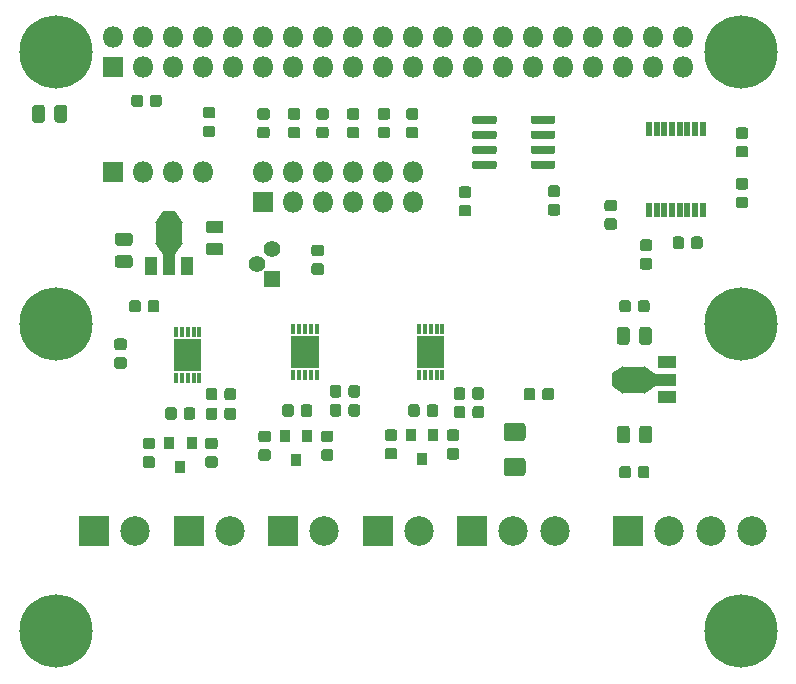
<source format=gts>
G04 #@! TF.GenerationSoftware,KiCad,Pcbnew,(5.1.5-0-10_14)*
G04 #@! TF.CreationDate,2020-04-19T22:53:18-04:00*
G04 #@! TF.ProjectId,RPi-pHat-Thermocouple,5250692d-7048-4617-942d-546865726d6f,rev?*
G04 #@! TF.SameCoordinates,Original*
G04 #@! TF.FileFunction,Soldermask,Top*
G04 #@! TF.FilePolarity,Negative*
%FSLAX46Y46*%
G04 Gerber Fmt 4.6, Leading zero omitted, Abs format (unit mm)*
G04 Created by KiCad (PCBNEW (5.1.5-0-10_14)) date 2020-04-19 22:53:18*
%MOMM*%
%LPD*%
G04 APERTURE LIST*
%ADD10R,1.801600X1.801600*%
%ADD11O,1.801600X1.801600*%
%ADD12R,0.501600X1.301600*%
%ADD13C,6.200000*%
%ADD14C,0.152400*%
%ADD15C,2.501600*%
%ADD16R,2.501600X2.501600*%
%ADD17R,0.901600X1.001600*%
%ADD18R,0.401600X0.891600*%
%ADD19R,1.251600X1.401600*%
%ADD20C,1.401600*%
%ADD21R,1.401600X1.401600*%
%ADD22R,1.101600X1.601600*%
%ADD23R,1.101600X1.901600*%
%ADD24R,2.301600X1.941600*%
%ADD25R,1.601600X1.101600*%
%ADD26R,1.901600X1.101600*%
%ADD27R,1.941600X2.301600*%
G04 APERTURE END LIST*
D10*
X33600000Y-40640000D03*
D11*
X33600000Y-38100000D03*
X36140000Y-40640000D03*
X36140000Y-38100000D03*
X38680000Y-40640000D03*
X38680000Y-38100000D03*
X41220000Y-40640000D03*
X41220000Y-38100000D03*
X43760000Y-40640000D03*
X43760000Y-38100000D03*
X46300000Y-40640000D03*
X46300000Y-38100000D03*
D12*
X66237500Y-41366000D03*
X66887500Y-41366000D03*
X67537500Y-41366000D03*
X68187500Y-41366000D03*
X68837500Y-41366000D03*
X69487500Y-41366000D03*
X70137500Y-41366000D03*
X70787500Y-41366000D03*
X70787500Y-34466000D03*
X70137500Y-34466000D03*
X69487500Y-34466000D03*
X68837500Y-34466000D03*
X68187500Y-34466000D03*
X67537500Y-34466000D03*
X66887500Y-34466000D03*
X66237500Y-34466000D03*
D13*
X74000000Y-77000000D03*
X16000000Y-77000000D03*
D14*
G36*
X29505581Y-62200376D02*
G01*
X29529281Y-62203891D01*
X29552523Y-62209713D01*
X29575082Y-62217785D01*
X29596742Y-62228029D01*
X29617292Y-62240347D01*
X29636537Y-62254619D01*
X29654290Y-62270710D01*
X29670381Y-62288463D01*
X29684653Y-62307708D01*
X29696971Y-62328258D01*
X29707215Y-62349918D01*
X29715287Y-62372477D01*
X29721109Y-62395719D01*
X29724624Y-62419419D01*
X29725800Y-62443350D01*
X29725800Y-62931650D01*
X29724624Y-62955581D01*
X29721109Y-62979281D01*
X29715287Y-63002523D01*
X29707215Y-63025082D01*
X29696971Y-63046742D01*
X29684653Y-63067292D01*
X29670381Y-63086537D01*
X29654290Y-63104290D01*
X29636537Y-63120381D01*
X29617292Y-63134653D01*
X29596742Y-63146971D01*
X29575082Y-63157215D01*
X29552523Y-63165287D01*
X29529281Y-63171109D01*
X29505581Y-63174624D01*
X29481650Y-63175800D01*
X28918350Y-63175800D01*
X28894419Y-63174624D01*
X28870719Y-63171109D01*
X28847477Y-63165287D01*
X28824918Y-63157215D01*
X28803258Y-63146971D01*
X28782708Y-63134653D01*
X28763463Y-63120381D01*
X28745710Y-63104290D01*
X28729619Y-63086537D01*
X28715347Y-63067292D01*
X28703029Y-63046742D01*
X28692785Y-63025082D01*
X28684713Y-63002523D01*
X28678891Y-62979281D01*
X28675376Y-62955581D01*
X28674200Y-62931650D01*
X28674200Y-62443350D01*
X28675376Y-62419419D01*
X28678891Y-62395719D01*
X28684713Y-62372477D01*
X28692785Y-62349918D01*
X28703029Y-62328258D01*
X28715347Y-62307708D01*
X28729619Y-62288463D01*
X28745710Y-62270710D01*
X28763463Y-62254619D01*
X28782708Y-62240347D01*
X28803258Y-62228029D01*
X28824918Y-62217785D01*
X28847477Y-62209713D01*
X28870719Y-62203891D01*
X28894419Y-62200376D01*
X28918350Y-62199200D01*
X29481650Y-62199200D01*
X29505581Y-62200376D01*
G37*
G36*
X29505581Y-60625376D02*
G01*
X29529281Y-60628891D01*
X29552523Y-60634713D01*
X29575082Y-60642785D01*
X29596742Y-60653029D01*
X29617292Y-60665347D01*
X29636537Y-60679619D01*
X29654290Y-60695710D01*
X29670381Y-60713463D01*
X29684653Y-60732708D01*
X29696971Y-60753258D01*
X29707215Y-60774918D01*
X29715287Y-60797477D01*
X29721109Y-60820719D01*
X29724624Y-60844419D01*
X29725800Y-60868350D01*
X29725800Y-61356650D01*
X29724624Y-61380581D01*
X29721109Y-61404281D01*
X29715287Y-61427523D01*
X29707215Y-61450082D01*
X29696971Y-61471742D01*
X29684653Y-61492292D01*
X29670381Y-61511537D01*
X29654290Y-61529290D01*
X29636537Y-61545381D01*
X29617292Y-61559653D01*
X29596742Y-61571971D01*
X29575082Y-61582215D01*
X29552523Y-61590287D01*
X29529281Y-61596109D01*
X29505581Y-61599624D01*
X29481650Y-61600800D01*
X28918350Y-61600800D01*
X28894419Y-61599624D01*
X28870719Y-61596109D01*
X28847477Y-61590287D01*
X28824918Y-61582215D01*
X28803258Y-61571971D01*
X28782708Y-61559653D01*
X28763463Y-61545381D01*
X28745710Y-61529290D01*
X28729619Y-61511537D01*
X28715347Y-61492292D01*
X28703029Y-61471742D01*
X28692785Y-61450082D01*
X28684713Y-61427523D01*
X28678891Y-61404281D01*
X28675376Y-61380581D01*
X28674200Y-61356650D01*
X28674200Y-60868350D01*
X28675376Y-60844419D01*
X28678891Y-60820719D01*
X28684713Y-60797477D01*
X28692785Y-60774918D01*
X28703029Y-60753258D01*
X28715347Y-60732708D01*
X28729619Y-60713463D01*
X28745710Y-60695710D01*
X28763463Y-60679619D01*
X28782708Y-60665347D01*
X28803258Y-60653029D01*
X28824918Y-60642785D01*
X28847477Y-60634713D01*
X28870719Y-60628891D01*
X28894419Y-60625376D01*
X28918350Y-60624200D01*
X29481650Y-60624200D01*
X29505581Y-60625376D01*
G37*
D15*
X74962500Y-68516000D03*
X71462500Y-68516000D03*
X67962500Y-68516000D03*
D16*
X64462500Y-68516000D03*
D14*
G36*
X58130092Y-37171045D02*
G01*
X58147119Y-37173570D01*
X58163816Y-37177753D01*
X58180023Y-37183552D01*
X58195583Y-37190911D01*
X58210347Y-37199760D01*
X58224173Y-37210014D01*
X58236927Y-37221573D01*
X58248486Y-37234327D01*
X58258740Y-37248153D01*
X58267589Y-37262917D01*
X58274948Y-37278477D01*
X58280747Y-37294684D01*
X58284930Y-37311381D01*
X58287455Y-37328408D01*
X58288300Y-37345600D01*
X58288300Y-37696400D01*
X58287455Y-37713592D01*
X58284930Y-37730619D01*
X58280747Y-37747316D01*
X58274948Y-37763523D01*
X58267589Y-37779083D01*
X58258740Y-37793847D01*
X58248486Y-37807673D01*
X58236927Y-37820427D01*
X58224173Y-37831986D01*
X58210347Y-37842240D01*
X58195583Y-37851089D01*
X58180023Y-37858448D01*
X58163816Y-37864247D01*
X58147119Y-37868430D01*
X58130092Y-37870955D01*
X58112900Y-37871800D01*
X56412100Y-37871800D01*
X56394908Y-37870955D01*
X56377881Y-37868430D01*
X56361184Y-37864247D01*
X56344977Y-37858448D01*
X56329417Y-37851089D01*
X56314653Y-37842240D01*
X56300827Y-37831986D01*
X56288073Y-37820427D01*
X56276514Y-37807673D01*
X56266260Y-37793847D01*
X56257411Y-37779083D01*
X56250052Y-37763523D01*
X56244253Y-37747316D01*
X56240070Y-37730619D01*
X56237545Y-37713592D01*
X56236700Y-37696400D01*
X56236700Y-37345600D01*
X56237545Y-37328408D01*
X56240070Y-37311381D01*
X56244253Y-37294684D01*
X56250052Y-37278477D01*
X56257411Y-37262917D01*
X56266260Y-37248153D01*
X56276514Y-37234327D01*
X56288073Y-37221573D01*
X56300827Y-37210014D01*
X56314653Y-37199760D01*
X56329417Y-37190911D01*
X56344977Y-37183552D01*
X56361184Y-37177753D01*
X56377881Y-37173570D01*
X56394908Y-37171045D01*
X56412100Y-37170200D01*
X58112900Y-37170200D01*
X58130092Y-37171045D01*
G37*
G36*
X58130092Y-35901045D02*
G01*
X58147119Y-35903570D01*
X58163816Y-35907753D01*
X58180023Y-35913552D01*
X58195583Y-35920911D01*
X58210347Y-35929760D01*
X58224173Y-35940014D01*
X58236927Y-35951573D01*
X58248486Y-35964327D01*
X58258740Y-35978153D01*
X58267589Y-35992917D01*
X58274948Y-36008477D01*
X58280747Y-36024684D01*
X58284930Y-36041381D01*
X58287455Y-36058408D01*
X58288300Y-36075600D01*
X58288300Y-36426400D01*
X58287455Y-36443592D01*
X58284930Y-36460619D01*
X58280747Y-36477316D01*
X58274948Y-36493523D01*
X58267589Y-36509083D01*
X58258740Y-36523847D01*
X58248486Y-36537673D01*
X58236927Y-36550427D01*
X58224173Y-36561986D01*
X58210347Y-36572240D01*
X58195583Y-36581089D01*
X58180023Y-36588448D01*
X58163816Y-36594247D01*
X58147119Y-36598430D01*
X58130092Y-36600955D01*
X58112900Y-36601800D01*
X56412100Y-36601800D01*
X56394908Y-36600955D01*
X56377881Y-36598430D01*
X56361184Y-36594247D01*
X56344977Y-36588448D01*
X56329417Y-36581089D01*
X56314653Y-36572240D01*
X56300827Y-36561986D01*
X56288073Y-36550427D01*
X56276514Y-36537673D01*
X56266260Y-36523847D01*
X56257411Y-36509083D01*
X56250052Y-36493523D01*
X56244253Y-36477316D01*
X56240070Y-36460619D01*
X56237545Y-36443592D01*
X56236700Y-36426400D01*
X56236700Y-36075600D01*
X56237545Y-36058408D01*
X56240070Y-36041381D01*
X56244253Y-36024684D01*
X56250052Y-36008477D01*
X56257411Y-35992917D01*
X56266260Y-35978153D01*
X56276514Y-35964327D01*
X56288073Y-35951573D01*
X56300827Y-35940014D01*
X56314653Y-35929760D01*
X56329417Y-35920911D01*
X56344977Y-35913552D01*
X56361184Y-35907753D01*
X56377881Y-35903570D01*
X56394908Y-35901045D01*
X56412100Y-35900200D01*
X58112900Y-35900200D01*
X58130092Y-35901045D01*
G37*
G36*
X58130092Y-34631045D02*
G01*
X58147119Y-34633570D01*
X58163816Y-34637753D01*
X58180023Y-34643552D01*
X58195583Y-34650911D01*
X58210347Y-34659760D01*
X58224173Y-34670014D01*
X58236927Y-34681573D01*
X58248486Y-34694327D01*
X58258740Y-34708153D01*
X58267589Y-34722917D01*
X58274948Y-34738477D01*
X58280747Y-34754684D01*
X58284930Y-34771381D01*
X58287455Y-34788408D01*
X58288300Y-34805600D01*
X58288300Y-35156400D01*
X58287455Y-35173592D01*
X58284930Y-35190619D01*
X58280747Y-35207316D01*
X58274948Y-35223523D01*
X58267589Y-35239083D01*
X58258740Y-35253847D01*
X58248486Y-35267673D01*
X58236927Y-35280427D01*
X58224173Y-35291986D01*
X58210347Y-35302240D01*
X58195583Y-35311089D01*
X58180023Y-35318448D01*
X58163816Y-35324247D01*
X58147119Y-35328430D01*
X58130092Y-35330955D01*
X58112900Y-35331800D01*
X56412100Y-35331800D01*
X56394908Y-35330955D01*
X56377881Y-35328430D01*
X56361184Y-35324247D01*
X56344977Y-35318448D01*
X56329417Y-35311089D01*
X56314653Y-35302240D01*
X56300827Y-35291986D01*
X56288073Y-35280427D01*
X56276514Y-35267673D01*
X56266260Y-35253847D01*
X56257411Y-35239083D01*
X56250052Y-35223523D01*
X56244253Y-35207316D01*
X56240070Y-35190619D01*
X56237545Y-35173592D01*
X56236700Y-35156400D01*
X56236700Y-34805600D01*
X56237545Y-34788408D01*
X56240070Y-34771381D01*
X56244253Y-34754684D01*
X56250052Y-34738477D01*
X56257411Y-34722917D01*
X56266260Y-34708153D01*
X56276514Y-34694327D01*
X56288073Y-34681573D01*
X56300827Y-34670014D01*
X56314653Y-34659760D01*
X56329417Y-34650911D01*
X56344977Y-34643552D01*
X56361184Y-34637753D01*
X56377881Y-34633570D01*
X56394908Y-34631045D01*
X56412100Y-34630200D01*
X58112900Y-34630200D01*
X58130092Y-34631045D01*
G37*
G36*
X58130092Y-33361045D02*
G01*
X58147119Y-33363570D01*
X58163816Y-33367753D01*
X58180023Y-33373552D01*
X58195583Y-33380911D01*
X58210347Y-33389760D01*
X58224173Y-33400014D01*
X58236927Y-33411573D01*
X58248486Y-33424327D01*
X58258740Y-33438153D01*
X58267589Y-33452917D01*
X58274948Y-33468477D01*
X58280747Y-33484684D01*
X58284930Y-33501381D01*
X58287455Y-33518408D01*
X58288300Y-33535600D01*
X58288300Y-33886400D01*
X58287455Y-33903592D01*
X58284930Y-33920619D01*
X58280747Y-33937316D01*
X58274948Y-33953523D01*
X58267589Y-33969083D01*
X58258740Y-33983847D01*
X58248486Y-33997673D01*
X58236927Y-34010427D01*
X58224173Y-34021986D01*
X58210347Y-34032240D01*
X58195583Y-34041089D01*
X58180023Y-34048448D01*
X58163816Y-34054247D01*
X58147119Y-34058430D01*
X58130092Y-34060955D01*
X58112900Y-34061800D01*
X56412100Y-34061800D01*
X56394908Y-34060955D01*
X56377881Y-34058430D01*
X56361184Y-34054247D01*
X56344977Y-34048448D01*
X56329417Y-34041089D01*
X56314653Y-34032240D01*
X56300827Y-34021986D01*
X56288073Y-34010427D01*
X56276514Y-33997673D01*
X56266260Y-33983847D01*
X56257411Y-33969083D01*
X56250052Y-33953523D01*
X56244253Y-33937316D01*
X56240070Y-33920619D01*
X56237545Y-33903592D01*
X56236700Y-33886400D01*
X56236700Y-33535600D01*
X56237545Y-33518408D01*
X56240070Y-33501381D01*
X56244253Y-33484684D01*
X56250052Y-33468477D01*
X56257411Y-33452917D01*
X56266260Y-33438153D01*
X56276514Y-33424327D01*
X56288073Y-33411573D01*
X56300827Y-33400014D01*
X56314653Y-33389760D01*
X56329417Y-33380911D01*
X56344977Y-33373552D01*
X56361184Y-33367753D01*
X56377881Y-33363570D01*
X56394908Y-33361045D01*
X56412100Y-33360200D01*
X58112900Y-33360200D01*
X58130092Y-33361045D01*
G37*
G36*
X53180092Y-33361045D02*
G01*
X53197119Y-33363570D01*
X53213816Y-33367753D01*
X53230023Y-33373552D01*
X53245583Y-33380911D01*
X53260347Y-33389760D01*
X53274173Y-33400014D01*
X53286927Y-33411573D01*
X53298486Y-33424327D01*
X53308740Y-33438153D01*
X53317589Y-33452917D01*
X53324948Y-33468477D01*
X53330747Y-33484684D01*
X53334930Y-33501381D01*
X53337455Y-33518408D01*
X53338300Y-33535600D01*
X53338300Y-33886400D01*
X53337455Y-33903592D01*
X53334930Y-33920619D01*
X53330747Y-33937316D01*
X53324948Y-33953523D01*
X53317589Y-33969083D01*
X53308740Y-33983847D01*
X53298486Y-33997673D01*
X53286927Y-34010427D01*
X53274173Y-34021986D01*
X53260347Y-34032240D01*
X53245583Y-34041089D01*
X53230023Y-34048448D01*
X53213816Y-34054247D01*
X53197119Y-34058430D01*
X53180092Y-34060955D01*
X53162900Y-34061800D01*
X51462100Y-34061800D01*
X51444908Y-34060955D01*
X51427881Y-34058430D01*
X51411184Y-34054247D01*
X51394977Y-34048448D01*
X51379417Y-34041089D01*
X51364653Y-34032240D01*
X51350827Y-34021986D01*
X51338073Y-34010427D01*
X51326514Y-33997673D01*
X51316260Y-33983847D01*
X51307411Y-33969083D01*
X51300052Y-33953523D01*
X51294253Y-33937316D01*
X51290070Y-33920619D01*
X51287545Y-33903592D01*
X51286700Y-33886400D01*
X51286700Y-33535600D01*
X51287545Y-33518408D01*
X51290070Y-33501381D01*
X51294253Y-33484684D01*
X51300052Y-33468477D01*
X51307411Y-33452917D01*
X51316260Y-33438153D01*
X51326514Y-33424327D01*
X51338073Y-33411573D01*
X51350827Y-33400014D01*
X51364653Y-33389760D01*
X51379417Y-33380911D01*
X51394977Y-33373552D01*
X51411184Y-33367753D01*
X51427881Y-33363570D01*
X51444908Y-33361045D01*
X51462100Y-33360200D01*
X53162900Y-33360200D01*
X53180092Y-33361045D01*
G37*
G36*
X53180092Y-34631045D02*
G01*
X53197119Y-34633570D01*
X53213816Y-34637753D01*
X53230023Y-34643552D01*
X53245583Y-34650911D01*
X53260347Y-34659760D01*
X53274173Y-34670014D01*
X53286927Y-34681573D01*
X53298486Y-34694327D01*
X53308740Y-34708153D01*
X53317589Y-34722917D01*
X53324948Y-34738477D01*
X53330747Y-34754684D01*
X53334930Y-34771381D01*
X53337455Y-34788408D01*
X53338300Y-34805600D01*
X53338300Y-35156400D01*
X53337455Y-35173592D01*
X53334930Y-35190619D01*
X53330747Y-35207316D01*
X53324948Y-35223523D01*
X53317589Y-35239083D01*
X53308740Y-35253847D01*
X53298486Y-35267673D01*
X53286927Y-35280427D01*
X53274173Y-35291986D01*
X53260347Y-35302240D01*
X53245583Y-35311089D01*
X53230023Y-35318448D01*
X53213816Y-35324247D01*
X53197119Y-35328430D01*
X53180092Y-35330955D01*
X53162900Y-35331800D01*
X51462100Y-35331800D01*
X51444908Y-35330955D01*
X51427881Y-35328430D01*
X51411184Y-35324247D01*
X51394977Y-35318448D01*
X51379417Y-35311089D01*
X51364653Y-35302240D01*
X51350827Y-35291986D01*
X51338073Y-35280427D01*
X51326514Y-35267673D01*
X51316260Y-35253847D01*
X51307411Y-35239083D01*
X51300052Y-35223523D01*
X51294253Y-35207316D01*
X51290070Y-35190619D01*
X51287545Y-35173592D01*
X51286700Y-35156400D01*
X51286700Y-34805600D01*
X51287545Y-34788408D01*
X51290070Y-34771381D01*
X51294253Y-34754684D01*
X51300052Y-34738477D01*
X51307411Y-34722917D01*
X51316260Y-34708153D01*
X51326514Y-34694327D01*
X51338073Y-34681573D01*
X51350827Y-34670014D01*
X51364653Y-34659760D01*
X51379417Y-34650911D01*
X51394977Y-34643552D01*
X51411184Y-34637753D01*
X51427881Y-34633570D01*
X51444908Y-34631045D01*
X51462100Y-34630200D01*
X53162900Y-34630200D01*
X53180092Y-34631045D01*
G37*
G36*
X53180092Y-35901045D02*
G01*
X53197119Y-35903570D01*
X53213816Y-35907753D01*
X53230023Y-35913552D01*
X53245583Y-35920911D01*
X53260347Y-35929760D01*
X53274173Y-35940014D01*
X53286927Y-35951573D01*
X53298486Y-35964327D01*
X53308740Y-35978153D01*
X53317589Y-35992917D01*
X53324948Y-36008477D01*
X53330747Y-36024684D01*
X53334930Y-36041381D01*
X53337455Y-36058408D01*
X53338300Y-36075600D01*
X53338300Y-36426400D01*
X53337455Y-36443592D01*
X53334930Y-36460619D01*
X53330747Y-36477316D01*
X53324948Y-36493523D01*
X53317589Y-36509083D01*
X53308740Y-36523847D01*
X53298486Y-36537673D01*
X53286927Y-36550427D01*
X53274173Y-36561986D01*
X53260347Y-36572240D01*
X53245583Y-36581089D01*
X53230023Y-36588448D01*
X53213816Y-36594247D01*
X53197119Y-36598430D01*
X53180092Y-36600955D01*
X53162900Y-36601800D01*
X51462100Y-36601800D01*
X51444908Y-36600955D01*
X51427881Y-36598430D01*
X51411184Y-36594247D01*
X51394977Y-36588448D01*
X51379417Y-36581089D01*
X51364653Y-36572240D01*
X51350827Y-36561986D01*
X51338073Y-36550427D01*
X51326514Y-36537673D01*
X51316260Y-36523847D01*
X51307411Y-36509083D01*
X51300052Y-36493523D01*
X51294253Y-36477316D01*
X51290070Y-36460619D01*
X51287545Y-36443592D01*
X51286700Y-36426400D01*
X51286700Y-36075600D01*
X51287545Y-36058408D01*
X51290070Y-36041381D01*
X51294253Y-36024684D01*
X51300052Y-36008477D01*
X51307411Y-35992917D01*
X51316260Y-35978153D01*
X51326514Y-35964327D01*
X51338073Y-35951573D01*
X51350827Y-35940014D01*
X51364653Y-35929760D01*
X51379417Y-35920911D01*
X51394977Y-35913552D01*
X51411184Y-35907753D01*
X51427881Y-35903570D01*
X51444908Y-35901045D01*
X51462100Y-35900200D01*
X53162900Y-35900200D01*
X53180092Y-35901045D01*
G37*
G36*
X53180092Y-37171045D02*
G01*
X53197119Y-37173570D01*
X53213816Y-37177753D01*
X53230023Y-37183552D01*
X53245583Y-37190911D01*
X53260347Y-37199760D01*
X53274173Y-37210014D01*
X53286927Y-37221573D01*
X53298486Y-37234327D01*
X53308740Y-37248153D01*
X53317589Y-37262917D01*
X53324948Y-37278477D01*
X53330747Y-37294684D01*
X53334930Y-37311381D01*
X53337455Y-37328408D01*
X53338300Y-37345600D01*
X53338300Y-37696400D01*
X53337455Y-37713592D01*
X53334930Y-37730619D01*
X53330747Y-37747316D01*
X53324948Y-37763523D01*
X53317589Y-37779083D01*
X53308740Y-37793847D01*
X53298486Y-37807673D01*
X53286927Y-37820427D01*
X53274173Y-37831986D01*
X53260347Y-37842240D01*
X53245583Y-37851089D01*
X53230023Y-37858448D01*
X53213816Y-37864247D01*
X53197119Y-37868430D01*
X53180092Y-37870955D01*
X53162900Y-37871800D01*
X51462100Y-37871800D01*
X51444908Y-37870955D01*
X51427881Y-37868430D01*
X51411184Y-37864247D01*
X51394977Y-37858448D01*
X51379417Y-37851089D01*
X51364653Y-37842240D01*
X51350827Y-37831986D01*
X51338073Y-37820427D01*
X51326514Y-37807673D01*
X51316260Y-37793847D01*
X51307411Y-37779083D01*
X51300052Y-37763523D01*
X51294253Y-37747316D01*
X51290070Y-37730619D01*
X51287545Y-37713592D01*
X51286700Y-37696400D01*
X51286700Y-37345600D01*
X51287545Y-37328408D01*
X51290070Y-37311381D01*
X51294253Y-37294684D01*
X51300052Y-37278477D01*
X51307411Y-37262917D01*
X51316260Y-37248153D01*
X51326514Y-37234327D01*
X51338073Y-37221573D01*
X51350827Y-37210014D01*
X51364653Y-37199760D01*
X51379417Y-37190911D01*
X51394977Y-37183552D01*
X51411184Y-37177753D01*
X51427881Y-37173570D01*
X51444908Y-37171045D01*
X51462100Y-37170200D01*
X53162900Y-37170200D01*
X53180092Y-37171045D01*
G37*
D15*
X58262500Y-68496000D03*
X54762500Y-68496000D03*
D16*
X51262500Y-68496000D03*
D15*
X46762500Y-68516000D03*
D16*
X43262500Y-68516000D03*
D15*
X38762500Y-68516000D03*
D16*
X35262500Y-68516000D03*
D15*
X30762500Y-68516000D03*
D16*
X27262500Y-68516000D03*
D15*
X22762500Y-68516000D03*
D16*
X19262500Y-68516000D03*
D14*
G36*
X14858031Y-32450496D02*
G01*
X14884159Y-32454372D01*
X14909780Y-32460790D01*
X14934649Y-32469688D01*
X14958526Y-32480981D01*
X14981182Y-32494560D01*
X15002397Y-32510294D01*
X15021968Y-32528032D01*
X15039706Y-32547603D01*
X15055440Y-32568818D01*
X15069019Y-32591474D01*
X15080312Y-32615351D01*
X15089210Y-32640220D01*
X15095628Y-32665841D01*
X15099504Y-32691969D01*
X15100800Y-32718350D01*
X15100800Y-33681650D01*
X15099504Y-33708031D01*
X15095628Y-33734159D01*
X15089210Y-33759780D01*
X15080312Y-33784649D01*
X15069019Y-33808526D01*
X15055440Y-33831182D01*
X15039706Y-33852397D01*
X15021968Y-33871968D01*
X15002397Y-33889706D01*
X14981182Y-33905440D01*
X14958526Y-33919019D01*
X14934649Y-33930312D01*
X14909780Y-33939210D01*
X14884159Y-33945628D01*
X14858031Y-33949504D01*
X14831650Y-33950800D01*
X14293350Y-33950800D01*
X14266969Y-33949504D01*
X14240841Y-33945628D01*
X14215220Y-33939210D01*
X14190351Y-33930312D01*
X14166474Y-33919019D01*
X14143818Y-33905440D01*
X14122603Y-33889706D01*
X14103032Y-33871968D01*
X14085294Y-33852397D01*
X14069560Y-33831182D01*
X14055981Y-33808526D01*
X14044688Y-33784649D01*
X14035790Y-33759780D01*
X14029372Y-33734159D01*
X14025496Y-33708031D01*
X14024200Y-33681650D01*
X14024200Y-32718350D01*
X14025496Y-32691969D01*
X14029372Y-32665841D01*
X14035790Y-32640220D01*
X14044688Y-32615351D01*
X14055981Y-32591474D01*
X14069560Y-32568818D01*
X14085294Y-32547603D01*
X14103032Y-32528032D01*
X14122603Y-32510294D01*
X14143818Y-32494560D01*
X14166474Y-32480981D01*
X14190351Y-32469688D01*
X14215220Y-32460790D01*
X14240841Y-32454372D01*
X14266969Y-32450496D01*
X14293350Y-32449200D01*
X14831650Y-32449200D01*
X14858031Y-32450496D01*
G37*
G36*
X16733031Y-32450496D02*
G01*
X16759159Y-32454372D01*
X16784780Y-32460790D01*
X16809649Y-32469688D01*
X16833526Y-32480981D01*
X16856182Y-32494560D01*
X16877397Y-32510294D01*
X16896968Y-32528032D01*
X16914706Y-32547603D01*
X16930440Y-32568818D01*
X16944019Y-32591474D01*
X16955312Y-32615351D01*
X16964210Y-32640220D01*
X16970628Y-32665841D01*
X16974504Y-32691969D01*
X16975800Y-32718350D01*
X16975800Y-33681650D01*
X16974504Y-33708031D01*
X16970628Y-33734159D01*
X16964210Y-33759780D01*
X16955312Y-33784649D01*
X16944019Y-33808526D01*
X16930440Y-33831182D01*
X16914706Y-33852397D01*
X16896968Y-33871968D01*
X16877397Y-33889706D01*
X16856182Y-33905440D01*
X16833526Y-33919019D01*
X16809649Y-33930312D01*
X16784780Y-33939210D01*
X16759159Y-33945628D01*
X16733031Y-33949504D01*
X16706650Y-33950800D01*
X16168350Y-33950800D01*
X16141969Y-33949504D01*
X16115841Y-33945628D01*
X16090220Y-33939210D01*
X16065351Y-33930312D01*
X16041474Y-33919019D01*
X16018818Y-33905440D01*
X15997603Y-33889706D01*
X15978032Y-33871968D01*
X15960294Y-33852397D01*
X15944560Y-33831182D01*
X15930981Y-33808526D01*
X15919688Y-33784649D01*
X15910790Y-33759780D01*
X15904372Y-33734159D01*
X15900496Y-33708031D01*
X15899200Y-33681650D01*
X15899200Y-32718350D01*
X15900496Y-32691969D01*
X15904372Y-32665841D01*
X15910790Y-32640220D01*
X15919688Y-32615351D01*
X15930981Y-32591474D01*
X15944560Y-32568818D01*
X15960294Y-32547603D01*
X15978032Y-32528032D01*
X15997603Y-32510294D01*
X16018818Y-32494560D01*
X16041474Y-32480981D01*
X16065351Y-32469688D01*
X16090220Y-32460790D01*
X16115841Y-32454372D01*
X16141969Y-32450496D01*
X16168350Y-32449200D01*
X16706650Y-32449200D01*
X16733031Y-32450496D01*
G37*
D17*
X27512500Y-61116000D03*
X25612500Y-61116000D03*
X26562500Y-63116000D03*
D13*
X16000000Y-51000000D03*
X74000000Y-28000000D03*
X74000000Y-51000000D03*
X16000000Y-28000000D03*
D14*
G36*
X29480581Y-56425376D02*
G01*
X29504281Y-56428891D01*
X29527523Y-56434713D01*
X29550082Y-56442785D01*
X29571742Y-56453029D01*
X29592292Y-56465347D01*
X29611537Y-56479619D01*
X29629290Y-56495710D01*
X29645381Y-56513463D01*
X29659653Y-56532708D01*
X29671971Y-56553258D01*
X29682215Y-56574918D01*
X29690287Y-56597477D01*
X29696109Y-56620719D01*
X29699624Y-56644419D01*
X29700800Y-56668350D01*
X29700800Y-57231650D01*
X29699624Y-57255581D01*
X29696109Y-57279281D01*
X29690287Y-57302523D01*
X29682215Y-57325082D01*
X29671971Y-57346742D01*
X29659653Y-57367292D01*
X29645381Y-57386537D01*
X29629290Y-57404290D01*
X29611537Y-57420381D01*
X29592292Y-57434653D01*
X29571742Y-57446971D01*
X29550082Y-57457215D01*
X29527523Y-57465287D01*
X29504281Y-57471109D01*
X29480581Y-57474624D01*
X29456650Y-57475800D01*
X28968350Y-57475800D01*
X28944419Y-57474624D01*
X28920719Y-57471109D01*
X28897477Y-57465287D01*
X28874918Y-57457215D01*
X28853258Y-57446971D01*
X28832708Y-57434653D01*
X28813463Y-57420381D01*
X28795710Y-57404290D01*
X28779619Y-57386537D01*
X28765347Y-57367292D01*
X28753029Y-57346742D01*
X28742785Y-57325082D01*
X28734713Y-57302523D01*
X28728891Y-57279281D01*
X28725376Y-57255581D01*
X28724200Y-57231650D01*
X28724200Y-56668350D01*
X28725376Y-56644419D01*
X28728891Y-56620719D01*
X28734713Y-56597477D01*
X28742785Y-56574918D01*
X28753029Y-56553258D01*
X28765347Y-56532708D01*
X28779619Y-56513463D01*
X28795710Y-56495710D01*
X28813463Y-56479619D01*
X28832708Y-56465347D01*
X28853258Y-56453029D01*
X28874918Y-56442785D01*
X28897477Y-56434713D01*
X28920719Y-56428891D01*
X28944419Y-56425376D01*
X28968350Y-56424200D01*
X29456650Y-56424200D01*
X29480581Y-56425376D01*
G37*
G36*
X31055581Y-56425376D02*
G01*
X31079281Y-56428891D01*
X31102523Y-56434713D01*
X31125082Y-56442785D01*
X31146742Y-56453029D01*
X31167292Y-56465347D01*
X31186537Y-56479619D01*
X31204290Y-56495710D01*
X31220381Y-56513463D01*
X31234653Y-56532708D01*
X31246971Y-56553258D01*
X31257215Y-56574918D01*
X31265287Y-56597477D01*
X31271109Y-56620719D01*
X31274624Y-56644419D01*
X31275800Y-56668350D01*
X31275800Y-57231650D01*
X31274624Y-57255581D01*
X31271109Y-57279281D01*
X31265287Y-57302523D01*
X31257215Y-57325082D01*
X31246971Y-57346742D01*
X31234653Y-57367292D01*
X31220381Y-57386537D01*
X31204290Y-57404290D01*
X31186537Y-57420381D01*
X31167292Y-57434653D01*
X31146742Y-57446971D01*
X31125082Y-57457215D01*
X31102523Y-57465287D01*
X31079281Y-57471109D01*
X31055581Y-57474624D01*
X31031650Y-57475800D01*
X30543350Y-57475800D01*
X30519419Y-57474624D01*
X30495719Y-57471109D01*
X30472477Y-57465287D01*
X30449918Y-57457215D01*
X30428258Y-57446971D01*
X30407708Y-57434653D01*
X30388463Y-57420381D01*
X30370710Y-57404290D01*
X30354619Y-57386537D01*
X30340347Y-57367292D01*
X30328029Y-57346742D01*
X30317785Y-57325082D01*
X30309713Y-57302523D01*
X30303891Y-57279281D01*
X30300376Y-57255581D01*
X30299200Y-57231650D01*
X30299200Y-56668350D01*
X30300376Y-56644419D01*
X30303891Y-56620719D01*
X30309713Y-56597477D01*
X30317785Y-56574918D01*
X30328029Y-56553258D01*
X30340347Y-56532708D01*
X30354619Y-56513463D01*
X30370710Y-56495710D01*
X30388463Y-56479619D01*
X30407708Y-56465347D01*
X30428258Y-56453029D01*
X30449918Y-56442785D01*
X30472477Y-56434713D01*
X30495719Y-56428891D01*
X30519419Y-56425376D01*
X30543350Y-56424200D01*
X31031650Y-56424200D01*
X31055581Y-56425376D01*
G37*
G36*
X27605581Y-58053376D02*
G01*
X27629281Y-58056891D01*
X27652523Y-58062713D01*
X27675082Y-58070785D01*
X27696742Y-58081029D01*
X27717292Y-58093347D01*
X27736537Y-58107619D01*
X27754290Y-58123710D01*
X27770381Y-58141463D01*
X27784653Y-58160708D01*
X27796971Y-58181258D01*
X27807215Y-58202918D01*
X27815287Y-58225477D01*
X27821109Y-58248719D01*
X27824624Y-58272419D01*
X27825800Y-58296350D01*
X27825800Y-58859650D01*
X27824624Y-58883581D01*
X27821109Y-58907281D01*
X27815287Y-58930523D01*
X27807215Y-58953082D01*
X27796971Y-58974742D01*
X27784653Y-58995292D01*
X27770381Y-59014537D01*
X27754290Y-59032290D01*
X27736537Y-59048381D01*
X27717292Y-59062653D01*
X27696742Y-59074971D01*
X27675082Y-59085215D01*
X27652523Y-59093287D01*
X27629281Y-59099109D01*
X27605581Y-59102624D01*
X27581650Y-59103800D01*
X27093350Y-59103800D01*
X27069419Y-59102624D01*
X27045719Y-59099109D01*
X27022477Y-59093287D01*
X26999918Y-59085215D01*
X26978258Y-59074971D01*
X26957708Y-59062653D01*
X26938463Y-59048381D01*
X26920710Y-59032290D01*
X26904619Y-59014537D01*
X26890347Y-58995292D01*
X26878029Y-58974742D01*
X26867785Y-58953082D01*
X26859713Y-58930523D01*
X26853891Y-58907281D01*
X26850376Y-58883581D01*
X26849200Y-58859650D01*
X26849200Y-58296350D01*
X26850376Y-58272419D01*
X26853891Y-58248719D01*
X26859713Y-58225477D01*
X26867785Y-58202918D01*
X26878029Y-58181258D01*
X26890347Y-58160708D01*
X26904619Y-58141463D01*
X26920710Y-58123710D01*
X26938463Y-58107619D01*
X26957708Y-58093347D01*
X26978258Y-58081029D01*
X26999918Y-58070785D01*
X27022477Y-58062713D01*
X27045719Y-58056891D01*
X27069419Y-58053376D01*
X27093350Y-58052200D01*
X27581650Y-58052200D01*
X27605581Y-58053376D01*
G37*
G36*
X26030581Y-58053376D02*
G01*
X26054281Y-58056891D01*
X26077523Y-58062713D01*
X26100082Y-58070785D01*
X26121742Y-58081029D01*
X26142292Y-58093347D01*
X26161537Y-58107619D01*
X26179290Y-58123710D01*
X26195381Y-58141463D01*
X26209653Y-58160708D01*
X26221971Y-58181258D01*
X26232215Y-58202918D01*
X26240287Y-58225477D01*
X26246109Y-58248719D01*
X26249624Y-58272419D01*
X26250800Y-58296350D01*
X26250800Y-58859650D01*
X26249624Y-58883581D01*
X26246109Y-58907281D01*
X26240287Y-58930523D01*
X26232215Y-58953082D01*
X26221971Y-58974742D01*
X26209653Y-58995292D01*
X26195381Y-59014537D01*
X26179290Y-59032290D01*
X26161537Y-59048381D01*
X26142292Y-59062653D01*
X26121742Y-59074971D01*
X26100082Y-59085215D01*
X26077523Y-59093287D01*
X26054281Y-59099109D01*
X26030581Y-59102624D01*
X26006650Y-59103800D01*
X25518350Y-59103800D01*
X25494419Y-59102624D01*
X25470719Y-59099109D01*
X25447477Y-59093287D01*
X25424918Y-59085215D01*
X25403258Y-59074971D01*
X25382708Y-59062653D01*
X25363463Y-59048381D01*
X25345710Y-59032290D01*
X25329619Y-59014537D01*
X25315347Y-58995292D01*
X25303029Y-58974742D01*
X25292785Y-58953082D01*
X25284713Y-58930523D01*
X25278891Y-58907281D01*
X25275376Y-58883581D01*
X25274200Y-58859650D01*
X25274200Y-58296350D01*
X25275376Y-58272419D01*
X25278891Y-58248719D01*
X25284713Y-58225477D01*
X25292785Y-58202918D01*
X25303029Y-58181258D01*
X25315347Y-58160708D01*
X25329619Y-58141463D01*
X25345710Y-58123710D01*
X25363463Y-58107619D01*
X25382708Y-58093347D01*
X25403258Y-58081029D01*
X25424918Y-58070785D01*
X25447477Y-58062713D01*
X25470719Y-58056891D01*
X25494419Y-58053376D01*
X25518350Y-58052200D01*
X26006650Y-58052200D01*
X26030581Y-58053376D01*
G37*
G36*
X38493081Y-45866376D02*
G01*
X38516781Y-45869891D01*
X38540023Y-45875713D01*
X38562582Y-45883785D01*
X38584242Y-45894029D01*
X38604792Y-45906347D01*
X38624037Y-45920619D01*
X38641790Y-45936710D01*
X38657881Y-45954463D01*
X38672153Y-45973708D01*
X38684471Y-45994258D01*
X38694715Y-46015918D01*
X38702787Y-46038477D01*
X38708609Y-46061719D01*
X38712124Y-46085419D01*
X38713300Y-46109350D01*
X38713300Y-46597650D01*
X38712124Y-46621581D01*
X38708609Y-46645281D01*
X38702787Y-46668523D01*
X38694715Y-46691082D01*
X38684471Y-46712742D01*
X38672153Y-46733292D01*
X38657881Y-46752537D01*
X38641790Y-46770290D01*
X38624037Y-46786381D01*
X38604792Y-46800653D01*
X38584242Y-46812971D01*
X38562582Y-46823215D01*
X38540023Y-46831287D01*
X38516781Y-46837109D01*
X38493081Y-46840624D01*
X38469150Y-46841800D01*
X37905850Y-46841800D01*
X37881919Y-46840624D01*
X37858219Y-46837109D01*
X37834977Y-46831287D01*
X37812418Y-46823215D01*
X37790758Y-46812971D01*
X37770208Y-46800653D01*
X37750963Y-46786381D01*
X37733210Y-46770290D01*
X37717119Y-46752537D01*
X37702847Y-46733292D01*
X37690529Y-46712742D01*
X37680285Y-46691082D01*
X37672213Y-46668523D01*
X37666391Y-46645281D01*
X37662876Y-46621581D01*
X37661700Y-46597650D01*
X37661700Y-46109350D01*
X37662876Y-46085419D01*
X37666391Y-46061719D01*
X37672213Y-46038477D01*
X37680285Y-46015918D01*
X37690529Y-45994258D01*
X37702847Y-45973708D01*
X37717119Y-45954463D01*
X37733210Y-45936710D01*
X37750963Y-45920619D01*
X37770208Y-45906347D01*
X37790758Y-45894029D01*
X37812418Y-45883785D01*
X37834977Y-45875713D01*
X37858219Y-45869891D01*
X37881919Y-45866376D01*
X37905850Y-45865200D01*
X38469150Y-45865200D01*
X38493081Y-45866376D01*
G37*
G36*
X38493081Y-44291376D02*
G01*
X38516781Y-44294891D01*
X38540023Y-44300713D01*
X38562582Y-44308785D01*
X38584242Y-44319029D01*
X38604792Y-44331347D01*
X38624037Y-44345619D01*
X38641790Y-44361710D01*
X38657881Y-44379463D01*
X38672153Y-44398708D01*
X38684471Y-44419258D01*
X38694715Y-44440918D01*
X38702787Y-44463477D01*
X38708609Y-44486719D01*
X38712124Y-44510419D01*
X38713300Y-44534350D01*
X38713300Y-45022650D01*
X38712124Y-45046581D01*
X38708609Y-45070281D01*
X38702787Y-45093523D01*
X38694715Y-45116082D01*
X38684471Y-45137742D01*
X38672153Y-45158292D01*
X38657881Y-45177537D01*
X38641790Y-45195290D01*
X38624037Y-45211381D01*
X38604792Y-45225653D01*
X38584242Y-45237971D01*
X38562582Y-45248215D01*
X38540023Y-45256287D01*
X38516781Y-45262109D01*
X38493081Y-45265624D01*
X38469150Y-45266800D01*
X37905850Y-45266800D01*
X37881919Y-45265624D01*
X37858219Y-45262109D01*
X37834977Y-45256287D01*
X37812418Y-45248215D01*
X37790758Y-45237971D01*
X37770208Y-45225653D01*
X37750963Y-45211381D01*
X37733210Y-45195290D01*
X37717119Y-45177537D01*
X37702847Y-45158292D01*
X37690529Y-45137742D01*
X37680285Y-45116082D01*
X37672213Y-45093523D01*
X37666391Y-45070281D01*
X37662876Y-45046581D01*
X37661700Y-45022650D01*
X37661700Y-44534350D01*
X37662876Y-44510419D01*
X37666391Y-44486719D01*
X37672213Y-44463477D01*
X37680285Y-44440918D01*
X37690529Y-44419258D01*
X37702847Y-44398708D01*
X37717119Y-44379463D01*
X37733210Y-44361710D01*
X37750963Y-44345619D01*
X37770208Y-44331347D01*
X37790758Y-44319029D01*
X37812418Y-44308785D01*
X37834977Y-44300713D01*
X37858219Y-44294891D01*
X37881919Y-44291376D01*
X37905850Y-44290200D01*
X38469150Y-44290200D01*
X38493081Y-44291376D01*
G37*
G36*
X39980581Y-56175376D02*
G01*
X40004281Y-56178891D01*
X40027523Y-56184713D01*
X40050082Y-56192785D01*
X40071742Y-56203029D01*
X40092292Y-56215347D01*
X40111537Y-56229619D01*
X40129290Y-56245710D01*
X40145381Y-56263463D01*
X40159653Y-56282708D01*
X40171971Y-56303258D01*
X40182215Y-56324918D01*
X40190287Y-56347477D01*
X40196109Y-56370719D01*
X40199624Y-56394419D01*
X40200800Y-56418350D01*
X40200800Y-56981650D01*
X40199624Y-57005581D01*
X40196109Y-57029281D01*
X40190287Y-57052523D01*
X40182215Y-57075082D01*
X40171971Y-57096742D01*
X40159653Y-57117292D01*
X40145381Y-57136537D01*
X40129290Y-57154290D01*
X40111537Y-57170381D01*
X40092292Y-57184653D01*
X40071742Y-57196971D01*
X40050082Y-57207215D01*
X40027523Y-57215287D01*
X40004281Y-57221109D01*
X39980581Y-57224624D01*
X39956650Y-57225800D01*
X39468350Y-57225800D01*
X39444419Y-57224624D01*
X39420719Y-57221109D01*
X39397477Y-57215287D01*
X39374918Y-57207215D01*
X39353258Y-57196971D01*
X39332708Y-57184653D01*
X39313463Y-57170381D01*
X39295710Y-57154290D01*
X39279619Y-57136537D01*
X39265347Y-57117292D01*
X39253029Y-57096742D01*
X39242785Y-57075082D01*
X39234713Y-57052523D01*
X39228891Y-57029281D01*
X39225376Y-57005581D01*
X39224200Y-56981650D01*
X39224200Y-56418350D01*
X39225376Y-56394419D01*
X39228891Y-56370719D01*
X39234713Y-56347477D01*
X39242785Y-56324918D01*
X39253029Y-56303258D01*
X39265347Y-56282708D01*
X39279619Y-56263463D01*
X39295710Y-56245710D01*
X39313463Y-56229619D01*
X39332708Y-56215347D01*
X39353258Y-56203029D01*
X39374918Y-56192785D01*
X39397477Y-56184713D01*
X39420719Y-56178891D01*
X39444419Y-56175376D01*
X39468350Y-56174200D01*
X39956650Y-56174200D01*
X39980581Y-56175376D01*
G37*
G36*
X41555581Y-56175376D02*
G01*
X41579281Y-56178891D01*
X41602523Y-56184713D01*
X41625082Y-56192785D01*
X41646742Y-56203029D01*
X41667292Y-56215347D01*
X41686537Y-56229619D01*
X41704290Y-56245710D01*
X41720381Y-56263463D01*
X41734653Y-56282708D01*
X41746971Y-56303258D01*
X41757215Y-56324918D01*
X41765287Y-56347477D01*
X41771109Y-56370719D01*
X41774624Y-56394419D01*
X41775800Y-56418350D01*
X41775800Y-56981650D01*
X41774624Y-57005581D01*
X41771109Y-57029281D01*
X41765287Y-57052523D01*
X41757215Y-57075082D01*
X41746971Y-57096742D01*
X41734653Y-57117292D01*
X41720381Y-57136537D01*
X41704290Y-57154290D01*
X41686537Y-57170381D01*
X41667292Y-57184653D01*
X41646742Y-57196971D01*
X41625082Y-57207215D01*
X41602523Y-57215287D01*
X41579281Y-57221109D01*
X41555581Y-57224624D01*
X41531650Y-57225800D01*
X41043350Y-57225800D01*
X41019419Y-57224624D01*
X40995719Y-57221109D01*
X40972477Y-57215287D01*
X40949918Y-57207215D01*
X40928258Y-57196971D01*
X40907708Y-57184653D01*
X40888463Y-57170381D01*
X40870710Y-57154290D01*
X40854619Y-57136537D01*
X40840347Y-57117292D01*
X40828029Y-57096742D01*
X40817785Y-57075082D01*
X40809713Y-57052523D01*
X40803891Y-57029281D01*
X40800376Y-57005581D01*
X40799200Y-56981650D01*
X40799200Y-56418350D01*
X40800376Y-56394419D01*
X40803891Y-56370719D01*
X40809713Y-56347477D01*
X40817785Y-56324918D01*
X40828029Y-56303258D01*
X40840347Y-56282708D01*
X40854619Y-56263463D01*
X40870710Y-56245710D01*
X40888463Y-56229619D01*
X40907708Y-56215347D01*
X40928258Y-56203029D01*
X40949918Y-56192785D01*
X40972477Y-56184713D01*
X40995719Y-56178891D01*
X41019419Y-56175376D01*
X41043350Y-56174200D01*
X41531650Y-56174200D01*
X41555581Y-56175376D01*
G37*
G36*
X37515581Y-57803376D02*
G01*
X37539281Y-57806891D01*
X37562523Y-57812713D01*
X37585082Y-57820785D01*
X37606742Y-57831029D01*
X37627292Y-57843347D01*
X37646537Y-57857619D01*
X37664290Y-57873710D01*
X37680381Y-57891463D01*
X37694653Y-57910708D01*
X37706971Y-57931258D01*
X37717215Y-57952918D01*
X37725287Y-57975477D01*
X37731109Y-57998719D01*
X37734624Y-58022419D01*
X37735800Y-58046350D01*
X37735800Y-58609650D01*
X37734624Y-58633581D01*
X37731109Y-58657281D01*
X37725287Y-58680523D01*
X37717215Y-58703082D01*
X37706971Y-58724742D01*
X37694653Y-58745292D01*
X37680381Y-58764537D01*
X37664290Y-58782290D01*
X37646537Y-58798381D01*
X37627292Y-58812653D01*
X37606742Y-58824971D01*
X37585082Y-58835215D01*
X37562523Y-58843287D01*
X37539281Y-58849109D01*
X37515581Y-58852624D01*
X37491650Y-58853800D01*
X37003350Y-58853800D01*
X36979419Y-58852624D01*
X36955719Y-58849109D01*
X36932477Y-58843287D01*
X36909918Y-58835215D01*
X36888258Y-58824971D01*
X36867708Y-58812653D01*
X36848463Y-58798381D01*
X36830710Y-58782290D01*
X36814619Y-58764537D01*
X36800347Y-58745292D01*
X36788029Y-58724742D01*
X36777785Y-58703082D01*
X36769713Y-58680523D01*
X36763891Y-58657281D01*
X36760376Y-58633581D01*
X36759200Y-58609650D01*
X36759200Y-58046350D01*
X36760376Y-58022419D01*
X36763891Y-57998719D01*
X36769713Y-57975477D01*
X36777785Y-57952918D01*
X36788029Y-57931258D01*
X36800347Y-57910708D01*
X36814619Y-57891463D01*
X36830710Y-57873710D01*
X36848463Y-57857619D01*
X36867708Y-57843347D01*
X36888258Y-57831029D01*
X36909918Y-57820785D01*
X36932477Y-57812713D01*
X36955719Y-57806891D01*
X36979419Y-57803376D01*
X37003350Y-57802200D01*
X37491650Y-57802200D01*
X37515581Y-57803376D01*
G37*
G36*
X35940581Y-57803376D02*
G01*
X35964281Y-57806891D01*
X35987523Y-57812713D01*
X36010082Y-57820785D01*
X36031742Y-57831029D01*
X36052292Y-57843347D01*
X36071537Y-57857619D01*
X36089290Y-57873710D01*
X36105381Y-57891463D01*
X36119653Y-57910708D01*
X36131971Y-57931258D01*
X36142215Y-57952918D01*
X36150287Y-57975477D01*
X36156109Y-57998719D01*
X36159624Y-58022419D01*
X36160800Y-58046350D01*
X36160800Y-58609650D01*
X36159624Y-58633581D01*
X36156109Y-58657281D01*
X36150287Y-58680523D01*
X36142215Y-58703082D01*
X36131971Y-58724742D01*
X36119653Y-58745292D01*
X36105381Y-58764537D01*
X36089290Y-58782290D01*
X36071537Y-58798381D01*
X36052292Y-58812653D01*
X36031742Y-58824971D01*
X36010082Y-58835215D01*
X35987523Y-58843287D01*
X35964281Y-58849109D01*
X35940581Y-58852624D01*
X35916650Y-58853800D01*
X35428350Y-58853800D01*
X35404419Y-58852624D01*
X35380719Y-58849109D01*
X35357477Y-58843287D01*
X35334918Y-58835215D01*
X35313258Y-58824971D01*
X35292708Y-58812653D01*
X35273463Y-58798381D01*
X35255710Y-58782290D01*
X35239619Y-58764537D01*
X35225347Y-58745292D01*
X35213029Y-58724742D01*
X35202785Y-58703082D01*
X35194713Y-58680523D01*
X35188891Y-58657281D01*
X35185376Y-58633581D01*
X35184200Y-58609650D01*
X35184200Y-58046350D01*
X35185376Y-58022419D01*
X35188891Y-57998719D01*
X35194713Y-57975477D01*
X35202785Y-57952918D01*
X35213029Y-57931258D01*
X35225347Y-57910708D01*
X35239619Y-57891463D01*
X35255710Y-57873710D01*
X35273463Y-57857619D01*
X35292708Y-57843347D01*
X35313258Y-57831029D01*
X35334918Y-57820785D01*
X35357477Y-57812713D01*
X35380719Y-57806891D01*
X35404419Y-57803376D01*
X35428350Y-57802200D01*
X35916650Y-57802200D01*
X35940581Y-57803376D01*
G37*
G36*
X50468081Y-56366376D02*
G01*
X50491781Y-56369891D01*
X50515023Y-56375713D01*
X50537582Y-56383785D01*
X50559242Y-56394029D01*
X50579792Y-56406347D01*
X50599037Y-56420619D01*
X50616790Y-56436710D01*
X50632881Y-56454463D01*
X50647153Y-56473708D01*
X50659471Y-56494258D01*
X50669715Y-56515918D01*
X50677787Y-56538477D01*
X50683609Y-56561719D01*
X50687124Y-56585419D01*
X50688300Y-56609350D01*
X50688300Y-57172650D01*
X50687124Y-57196581D01*
X50683609Y-57220281D01*
X50677787Y-57243523D01*
X50669715Y-57266082D01*
X50659471Y-57287742D01*
X50647153Y-57308292D01*
X50632881Y-57327537D01*
X50616790Y-57345290D01*
X50599037Y-57361381D01*
X50579792Y-57375653D01*
X50559242Y-57387971D01*
X50537582Y-57398215D01*
X50515023Y-57406287D01*
X50491781Y-57412109D01*
X50468081Y-57415624D01*
X50444150Y-57416800D01*
X49955850Y-57416800D01*
X49931919Y-57415624D01*
X49908219Y-57412109D01*
X49884977Y-57406287D01*
X49862418Y-57398215D01*
X49840758Y-57387971D01*
X49820208Y-57375653D01*
X49800963Y-57361381D01*
X49783210Y-57345290D01*
X49767119Y-57327537D01*
X49752847Y-57308292D01*
X49740529Y-57287742D01*
X49730285Y-57266082D01*
X49722213Y-57243523D01*
X49716391Y-57220281D01*
X49712876Y-57196581D01*
X49711700Y-57172650D01*
X49711700Y-56609350D01*
X49712876Y-56585419D01*
X49716391Y-56561719D01*
X49722213Y-56538477D01*
X49730285Y-56515918D01*
X49740529Y-56494258D01*
X49752847Y-56473708D01*
X49767119Y-56454463D01*
X49783210Y-56436710D01*
X49800963Y-56420619D01*
X49820208Y-56406347D01*
X49840758Y-56394029D01*
X49862418Y-56383785D01*
X49884977Y-56375713D01*
X49908219Y-56369891D01*
X49931919Y-56366376D01*
X49955850Y-56365200D01*
X50444150Y-56365200D01*
X50468081Y-56366376D01*
G37*
G36*
X52043081Y-56366376D02*
G01*
X52066781Y-56369891D01*
X52090023Y-56375713D01*
X52112582Y-56383785D01*
X52134242Y-56394029D01*
X52154792Y-56406347D01*
X52174037Y-56420619D01*
X52191790Y-56436710D01*
X52207881Y-56454463D01*
X52222153Y-56473708D01*
X52234471Y-56494258D01*
X52244715Y-56515918D01*
X52252787Y-56538477D01*
X52258609Y-56561719D01*
X52262124Y-56585419D01*
X52263300Y-56609350D01*
X52263300Y-57172650D01*
X52262124Y-57196581D01*
X52258609Y-57220281D01*
X52252787Y-57243523D01*
X52244715Y-57266082D01*
X52234471Y-57287742D01*
X52222153Y-57308292D01*
X52207881Y-57327537D01*
X52191790Y-57345290D01*
X52174037Y-57361381D01*
X52154792Y-57375653D01*
X52134242Y-57387971D01*
X52112582Y-57398215D01*
X52090023Y-57406287D01*
X52066781Y-57412109D01*
X52043081Y-57415624D01*
X52019150Y-57416800D01*
X51530850Y-57416800D01*
X51506919Y-57415624D01*
X51483219Y-57412109D01*
X51459977Y-57406287D01*
X51437418Y-57398215D01*
X51415758Y-57387971D01*
X51395208Y-57375653D01*
X51375963Y-57361381D01*
X51358210Y-57345290D01*
X51342119Y-57327537D01*
X51327847Y-57308292D01*
X51315529Y-57287742D01*
X51305285Y-57266082D01*
X51297213Y-57243523D01*
X51291391Y-57220281D01*
X51287876Y-57196581D01*
X51286700Y-57172650D01*
X51286700Y-56609350D01*
X51287876Y-56585419D01*
X51291391Y-56561719D01*
X51297213Y-56538477D01*
X51305285Y-56515918D01*
X51315529Y-56494258D01*
X51327847Y-56473708D01*
X51342119Y-56454463D01*
X51358210Y-56436710D01*
X51375963Y-56420619D01*
X51395208Y-56406347D01*
X51415758Y-56394029D01*
X51437418Y-56383785D01*
X51459977Y-56375713D01*
X51483219Y-56369891D01*
X51506919Y-56366376D01*
X51530850Y-56365200D01*
X52019150Y-56365200D01*
X52043081Y-56366376D01*
G37*
G36*
X48175581Y-57803376D02*
G01*
X48199281Y-57806891D01*
X48222523Y-57812713D01*
X48245082Y-57820785D01*
X48266742Y-57831029D01*
X48287292Y-57843347D01*
X48306537Y-57857619D01*
X48324290Y-57873710D01*
X48340381Y-57891463D01*
X48354653Y-57910708D01*
X48366971Y-57931258D01*
X48377215Y-57952918D01*
X48385287Y-57975477D01*
X48391109Y-57998719D01*
X48394624Y-58022419D01*
X48395800Y-58046350D01*
X48395800Y-58609650D01*
X48394624Y-58633581D01*
X48391109Y-58657281D01*
X48385287Y-58680523D01*
X48377215Y-58703082D01*
X48366971Y-58724742D01*
X48354653Y-58745292D01*
X48340381Y-58764537D01*
X48324290Y-58782290D01*
X48306537Y-58798381D01*
X48287292Y-58812653D01*
X48266742Y-58824971D01*
X48245082Y-58835215D01*
X48222523Y-58843287D01*
X48199281Y-58849109D01*
X48175581Y-58852624D01*
X48151650Y-58853800D01*
X47663350Y-58853800D01*
X47639419Y-58852624D01*
X47615719Y-58849109D01*
X47592477Y-58843287D01*
X47569918Y-58835215D01*
X47548258Y-58824971D01*
X47527708Y-58812653D01*
X47508463Y-58798381D01*
X47490710Y-58782290D01*
X47474619Y-58764537D01*
X47460347Y-58745292D01*
X47448029Y-58724742D01*
X47437785Y-58703082D01*
X47429713Y-58680523D01*
X47423891Y-58657281D01*
X47420376Y-58633581D01*
X47419200Y-58609650D01*
X47419200Y-58046350D01*
X47420376Y-58022419D01*
X47423891Y-57998719D01*
X47429713Y-57975477D01*
X47437785Y-57952918D01*
X47448029Y-57931258D01*
X47460347Y-57910708D01*
X47474619Y-57891463D01*
X47490710Y-57873710D01*
X47508463Y-57857619D01*
X47527708Y-57843347D01*
X47548258Y-57831029D01*
X47569918Y-57820785D01*
X47592477Y-57812713D01*
X47615719Y-57806891D01*
X47639419Y-57803376D01*
X47663350Y-57802200D01*
X48151650Y-57802200D01*
X48175581Y-57803376D01*
G37*
G36*
X46600581Y-57803376D02*
G01*
X46624281Y-57806891D01*
X46647523Y-57812713D01*
X46670082Y-57820785D01*
X46691742Y-57831029D01*
X46712292Y-57843347D01*
X46731537Y-57857619D01*
X46749290Y-57873710D01*
X46765381Y-57891463D01*
X46779653Y-57910708D01*
X46791971Y-57931258D01*
X46802215Y-57952918D01*
X46810287Y-57975477D01*
X46816109Y-57998719D01*
X46819624Y-58022419D01*
X46820800Y-58046350D01*
X46820800Y-58609650D01*
X46819624Y-58633581D01*
X46816109Y-58657281D01*
X46810287Y-58680523D01*
X46802215Y-58703082D01*
X46791971Y-58724742D01*
X46779653Y-58745292D01*
X46765381Y-58764537D01*
X46749290Y-58782290D01*
X46731537Y-58798381D01*
X46712292Y-58812653D01*
X46691742Y-58824971D01*
X46670082Y-58835215D01*
X46647523Y-58843287D01*
X46624281Y-58849109D01*
X46600581Y-58852624D01*
X46576650Y-58853800D01*
X46088350Y-58853800D01*
X46064419Y-58852624D01*
X46040719Y-58849109D01*
X46017477Y-58843287D01*
X45994918Y-58835215D01*
X45973258Y-58824971D01*
X45952708Y-58812653D01*
X45933463Y-58798381D01*
X45915710Y-58782290D01*
X45899619Y-58764537D01*
X45885347Y-58745292D01*
X45873029Y-58724742D01*
X45862785Y-58703082D01*
X45854713Y-58680523D01*
X45848891Y-58657281D01*
X45845376Y-58633581D01*
X45844200Y-58609650D01*
X45844200Y-58046350D01*
X45845376Y-58022419D01*
X45848891Y-57998719D01*
X45854713Y-57975477D01*
X45862785Y-57952918D01*
X45873029Y-57931258D01*
X45885347Y-57910708D01*
X45899619Y-57891463D01*
X45915710Y-57873710D01*
X45933463Y-57857619D01*
X45952708Y-57843347D01*
X45973258Y-57831029D01*
X45994918Y-57820785D01*
X46017477Y-57812713D01*
X46040719Y-57806891D01*
X46064419Y-57803376D01*
X46088350Y-57802200D01*
X46576650Y-57802200D01*
X46600581Y-57803376D01*
G37*
G36*
X31055581Y-58075376D02*
G01*
X31079281Y-58078891D01*
X31102523Y-58084713D01*
X31125082Y-58092785D01*
X31146742Y-58103029D01*
X31167292Y-58115347D01*
X31186537Y-58129619D01*
X31204290Y-58145710D01*
X31220381Y-58163463D01*
X31234653Y-58182708D01*
X31246971Y-58203258D01*
X31257215Y-58224918D01*
X31265287Y-58247477D01*
X31271109Y-58270719D01*
X31274624Y-58294419D01*
X31275800Y-58318350D01*
X31275800Y-58881650D01*
X31274624Y-58905581D01*
X31271109Y-58929281D01*
X31265287Y-58952523D01*
X31257215Y-58975082D01*
X31246971Y-58996742D01*
X31234653Y-59017292D01*
X31220381Y-59036537D01*
X31204290Y-59054290D01*
X31186537Y-59070381D01*
X31167292Y-59084653D01*
X31146742Y-59096971D01*
X31125082Y-59107215D01*
X31102523Y-59115287D01*
X31079281Y-59121109D01*
X31055581Y-59124624D01*
X31031650Y-59125800D01*
X30543350Y-59125800D01*
X30519419Y-59124624D01*
X30495719Y-59121109D01*
X30472477Y-59115287D01*
X30449918Y-59107215D01*
X30428258Y-59096971D01*
X30407708Y-59084653D01*
X30388463Y-59070381D01*
X30370710Y-59054290D01*
X30354619Y-59036537D01*
X30340347Y-59017292D01*
X30328029Y-58996742D01*
X30317785Y-58975082D01*
X30309713Y-58952523D01*
X30303891Y-58929281D01*
X30300376Y-58905581D01*
X30299200Y-58881650D01*
X30299200Y-58318350D01*
X30300376Y-58294419D01*
X30303891Y-58270719D01*
X30309713Y-58247477D01*
X30317785Y-58224918D01*
X30328029Y-58203258D01*
X30340347Y-58182708D01*
X30354619Y-58163463D01*
X30370710Y-58145710D01*
X30388463Y-58129619D01*
X30407708Y-58115347D01*
X30428258Y-58103029D01*
X30449918Y-58092785D01*
X30472477Y-58084713D01*
X30495719Y-58078891D01*
X30519419Y-58075376D01*
X30543350Y-58074200D01*
X31031650Y-58074200D01*
X31055581Y-58075376D01*
G37*
G36*
X29480581Y-58075376D02*
G01*
X29504281Y-58078891D01*
X29527523Y-58084713D01*
X29550082Y-58092785D01*
X29571742Y-58103029D01*
X29592292Y-58115347D01*
X29611537Y-58129619D01*
X29629290Y-58145710D01*
X29645381Y-58163463D01*
X29659653Y-58182708D01*
X29671971Y-58203258D01*
X29682215Y-58224918D01*
X29690287Y-58247477D01*
X29696109Y-58270719D01*
X29699624Y-58294419D01*
X29700800Y-58318350D01*
X29700800Y-58881650D01*
X29699624Y-58905581D01*
X29696109Y-58929281D01*
X29690287Y-58952523D01*
X29682215Y-58975082D01*
X29671971Y-58996742D01*
X29659653Y-59017292D01*
X29645381Y-59036537D01*
X29629290Y-59054290D01*
X29611537Y-59070381D01*
X29592292Y-59084653D01*
X29571742Y-59096971D01*
X29550082Y-59107215D01*
X29527523Y-59115287D01*
X29504281Y-59121109D01*
X29480581Y-59124624D01*
X29456650Y-59125800D01*
X28968350Y-59125800D01*
X28944419Y-59124624D01*
X28920719Y-59121109D01*
X28897477Y-59115287D01*
X28874918Y-59107215D01*
X28853258Y-59096971D01*
X28832708Y-59084653D01*
X28813463Y-59070381D01*
X28795710Y-59054290D01*
X28779619Y-59036537D01*
X28765347Y-59017292D01*
X28753029Y-58996742D01*
X28742785Y-58975082D01*
X28734713Y-58952523D01*
X28728891Y-58929281D01*
X28725376Y-58905581D01*
X28724200Y-58881650D01*
X28724200Y-58318350D01*
X28725376Y-58294419D01*
X28728891Y-58270719D01*
X28734713Y-58247477D01*
X28742785Y-58224918D01*
X28753029Y-58203258D01*
X28765347Y-58182708D01*
X28779619Y-58163463D01*
X28795710Y-58145710D01*
X28813463Y-58129619D01*
X28832708Y-58115347D01*
X28853258Y-58103029D01*
X28874918Y-58092785D01*
X28897477Y-58084713D01*
X28920719Y-58078891D01*
X28944419Y-58075376D01*
X28968350Y-58074200D01*
X29456650Y-58074200D01*
X29480581Y-58075376D01*
G37*
G36*
X39980581Y-57785376D02*
G01*
X40004281Y-57788891D01*
X40027523Y-57794713D01*
X40050082Y-57802785D01*
X40071742Y-57813029D01*
X40092292Y-57825347D01*
X40111537Y-57839619D01*
X40129290Y-57855710D01*
X40145381Y-57873463D01*
X40159653Y-57892708D01*
X40171971Y-57913258D01*
X40182215Y-57934918D01*
X40190287Y-57957477D01*
X40196109Y-57980719D01*
X40199624Y-58004419D01*
X40200800Y-58028350D01*
X40200800Y-58591650D01*
X40199624Y-58615581D01*
X40196109Y-58639281D01*
X40190287Y-58662523D01*
X40182215Y-58685082D01*
X40171971Y-58706742D01*
X40159653Y-58727292D01*
X40145381Y-58746537D01*
X40129290Y-58764290D01*
X40111537Y-58780381D01*
X40092292Y-58794653D01*
X40071742Y-58806971D01*
X40050082Y-58817215D01*
X40027523Y-58825287D01*
X40004281Y-58831109D01*
X39980581Y-58834624D01*
X39956650Y-58835800D01*
X39468350Y-58835800D01*
X39444419Y-58834624D01*
X39420719Y-58831109D01*
X39397477Y-58825287D01*
X39374918Y-58817215D01*
X39353258Y-58806971D01*
X39332708Y-58794653D01*
X39313463Y-58780381D01*
X39295710Y-58764290D01*
X39279619Y-58746537D01*
X39265347Y-58727292D01*
X39253029Y-58706742D01*
X39242785Y-58685082D01*
X39234713Y-58662523D01*
X39228891Y-58639281D01*
X39225376Y-58615581D01*
X39224200Y-58591650D01*
X39224200Y-58028350D01*
X39225376Y-58004419D01*
X39228891Y-57980719D01*
X39234713Y-57957477D01*
X39242785Y-57934918D01*
X39253029Y-57913258D01*
X39265347Y-57892708D01*
X39279619Y-57873463D01*
X39295710Y-57855710D01*
X39313463Y-57839619D01*
X39332708Y-57825347D01*
X39353258Y-57813029D01*
X39374918Y-57802785D01*
X39397477Y-57794713D01*
X39420719Y-57788891D01*
X39444419Y-57785376D01*
X39468350Y-57784200D01*
X39956650Y-57784200D01*
X39980581Y-57785376D01*
G37*
G36*
X41555581Y-57785376D02*
G01*
X41579281Y-57788891D01*
X41602523Y-57794713D01*
X41625082Y-57802785D01*
X41646742Y-57813029D01*
X41667292Y-57825347D01*
X41686537Y-57839619D01*
X41704290Y-57855710D01*
X41720381Y-57873463D01*
X41734653Y-57892708D01*
X41746971Y-57913258D01*
X41757215Y-57934918D01*
X41765287Y-57957477D01*
X41771109Y-57980719D01*
X41774624Y-58004419D01*
X41775800Y-58028350D01*
X41775800Y-58591650D01*
X41774624Y-58615581D01*
X41771109Y-58639281D01*
X41765287Y-58662523D01*
X41757215Y-58685082D01*
X41746971Y-58706742D01*
X41734653Y-58727292D01*
X41720381Y-58746537D01*
X41704290Y-58764290D01*
X41686537Y-58780381D01*
X41667292Y-58794653D01*
X41646742Y-58806971D01*
X41625082Y-58817215D01*
X41602523Y-58825287D01*
X41579281Y-58831109D01*
X41555581Y-58834624D01*
X41531650Y-58835800D01*
X41043350Y-58835800D01*
X41019419Y-58834624D01*
X40995719Y-58831109D01*
X40972477Y-58825287D01*
X40949918Y-58817215D01*
X40928258Y-58806971D01*
X40907708Y-58794653D01*
X40888463Y-58780381D01*
X40870710Y-58764290D01*
X40854619Y-58746537D01*
X40840347Y-58727292D01*
X40828029Y-58706742D01*
X40817785Y-58685082D01*
X40809713Y-58662523D01*
X40803891Y-58639281D01*
X40800376Y-58615581D01*
X40799200Y-58591650D01*
X40799200Y-58028350D01*
X40800376Y-58004419D01*
X40803891Y-57980719D01*
X40809713Y-57957477D01*
X40817785Y-57934918D01*
X40828029Y-57913258D01*
X40840347Y-57892708D01*
X40854619Y-57873463D01*
X40870710Y-57855710D01*
X40888463Y-57839619D01*
X40907708Y-57825347D01*
X40928258Y-57813029D01*
X40949918Y-57802785D01*
X40972477Y-57794713D01*
X40995719Y-57788891D01*
X41019419Y-57785376D01*
X41043350Y-57784200D01*
X41531650Y-57784200D01*
X41555581Y-57785376D01*
G37*
G36*
X52055581Y-57925376D02*
G01*
X52079281Y-57928891D01*
X52102523Y-57934713D01*
X52125082Y-57942785D01*
X52146742Y-57953029D01*
X52167292Y-57965347D01*
X52186537Y-57979619D01*
X52204290Y-57995710D01*
X52220381Y-58013463D01*
X52234653Y-58032708D01*
X52246971Y-58053258D01*
X52257215Y-58074918D01*
X52265287Y-58097477D01*
X52271109Y-58120719D01*
X52274624Y-58144419D01*
X52275800Y-58168350D01*
X52275800Y-58731650D01*
X52274624Y-58755581D01*
X52271109Y-58779281D01*
X52265287Y-58802523D01*
X52257215Y-58825082D01*
X52246971Y-58846742D01*
X52234653Y-58867292D01*
X52220381Y-58886537D01*
X52204290Y-58904290D01*
X52186537Y-58920381D01*
X52167292Y-58934653D01*
X52146742Y-58946971D01*
X52125082Y-58957215D01*
X52102523Y-58965287D01*
X52079281Y-58971109D01*
X52055581Y-58974624D01*
X52031650Y-58975800D01*
X51543350Y-58975800D01*
X51519419Y-58974624D01*
X51495719Y-58971109D01*
X51472477Y-58965287D01*
X51449918Y-58957215D01*
X51428258Y-58946971D01*
X51407708Y-58934653D01*
X51388463Y-58920381D01*
X51370710Y-58904290D01*
X51354619Y-58886537D01*
X51340347Y-58867292D01*
X51328029Y-58846742D01*
X51317785Y-58825082D01*
X51309713Y-58802523D01*
X51303891Y-58779281D01*
X51300376Y-58755581D01*
X51299200Y-58731650D01*
X51299200Y-58168350D01*
X51300376Y-58144419D01*
X51303891Y-58120719D01*
X51309713Y-58097477D01*
X51317785Y-58074918D01*
X51328029Y-58053258D01*
X51340347Y-58032708D01*
X51354619Y-58013463D01*
X51370710Y-57995710D01*
X51388463Y-57979619D01*
X51407708Y-57965347D01*
X51428258Y-57953029D01*
X51449918Y-57942785D01*
X51472477Y-57934713D01*
X51495719Y-57928891D01*
X51519419Y-57925376D01*
X51543350Y-57924200D01*
X52031650Y-57924200D01*
X52055581Y-57925376D01*
G37*
G36*
X50480581Y-57925376D02*
G01*
X50504281Y-57928891D01*
X50527523Y-57934713D01*
X50550082Y-57942785D01*
X50571742Y-57953029D01*
X50592292Y-57965347D01*
X50611537Y-57979619D01*
X50629290Y-57995710D01*
X50645381Y-58013463D01*
X50659653Y-58032708D01*
X50671971Y-58053258D01*
X50682215Y-58074918D01*
X50690287Y-58097477D01*
X50696109Y-58120719D01*
X50699624Y-58144419D01*
X50700800Y-58168350D01*
X50700800Y-58731650D01*
X50699624Y-58755581D01*
X50696109Y-58779281D01*
X50690287Y-58802523D01*
X50682215Y-58825082D01*
X50671971Y-58846742D01*
X50659653Y-58867292D01*
X50645381Y-58886537D01*
X50629290Y-58904290D01*
X50611537Y-58920381D01*
X50592292Y-58934653D01*
X50571742Y-58946971D01*
X50550082Y-58957215D01*
X50527523Y-58965287D01*
X50504281Y-58971109D01*
X50480581Y-58974624D01*
X50456650Y-58975800D01*
X49968350Y-58975800D01*
X49944419Y-58974624D01*
X49920719Y-58971109D01*
X49897477Y-58965287D01*
X49874918Y-58957215D01*
X49853258Y-58946971D01*
X49832708Y-58934653D01*
X49813463Y-58920381D01*
X49795710Y-58904290D01*
X49779619Y-58886537D01*
X49765347Y-58867292D01*
X49753029Y-58846742D01*
X49742785Y-58825082D01*
X49734713Y-58802523D01*
X49728891Y-58779281D01*
X49725376Y-58755581D01*
X49724200Y-58731650D01*
X49724200Y-58168350D01*
X49725376Y-58144419D01*
X49728891Y-58120719D01*
X49734713Y-58097477D01*
X49742785Y-58074918D01*
X49753029Y-58053258D01*
X49765347Y-58032708D01*
X49779619Y-58013463D01*
X49795710Y-57995710D01*
X49813463Y-57979619D01*
X49832708Y-57965347D01*
X49853258Y-57953029D01*
X49874918Y-57942785D01*
X49897477Y-57934713D01*
X49920719Y-57928891D01*
X49944419Y-57925376D01*
X49968350Y-57924200D01*
X50456650Y-57924200D01*
X50480581Y-57925376D01*
G37*
G36*
X29970531Y-44116496D02*
G01*
X29996659Y-44120372D01*
X30022280Y-44126790D01*
X30047149Y-44135688D01*
X30071026Y-44146981D01*
X30093682Y-44160560D01*
X30114897Y-44176294D01*
X30134468Y-44194032D01*
X30152206Y-44213603D01*
X30167940Y-44234818D01*
X30181519Y-44257474D01*
X30192812Y-44281351D01*
X30201710Y-44306220D01*
X30208128Y-44331841D01*
X30212004Y-44357969D01*
X30213300Y-44384350D01*
X30213300Y-44922650D01*
X30212004Y-44949031D01*
X30208128Y-44975159D01*
X30201710Y-45000780D01*
X30192812Y-45025649D01*
X30181519Y-45049526D01*
X30167940Y-45072182D01*
X30152206Y-45093397D01*
X30134468Y-45112968D01*
X30114897Y-45130706D01*
X30093682Y-45146440D01*
X30071026Y-45160019D01*
X30047149Y-45171312D01*
X30022280Y-45180210D01*
X29996659Y-45186628D01*
X29970531Y-45190504D01*
X29944150Y-45191800D01*
X28980850Y-45191800D01*
X28954469Y-45190504D01*
X28928341Y-45186628D01*
X28902720Y-45180210D01*
X28877851Y-45171312D01*
X28853974Y-45160019D01*
X28831318Y-45146440D01*
X28810103Y-45130706D01*
X28790532Y-45112968D01*
X28772794Y-45093397D01*
X28757060Y-45072182D01*
X28743481Y-45049526D01*
X28732188Y-45025649D01*
X28723290Y-45000780D01*
X28716872Y-44975159D01*
X28712996Y-44949031D01*
X28711700Y-44922650D01*
X28711700Y-44384350D01*
X28712996Y-44357969D01*
X28716872Y-44331841D01*
X28723290Y-44306220D01*
X28732188Y-44281351D01*
X28743481Y-44257474D01*
X28757060Y-44234818D01*
X28772794Y-44213603D01*
X28790532Y-44194032D01*
X28810103Y-44176294D01*
X28831318Y-44160560D01*
X28853974Y-44146981D01*
X28877851Y-44135688D01*
X28902720Y-44126790D01*
X28928341Y-44120372D01*
X28954469Y-44116496D01*
X28980850Y-44115200D01*
X29944150Y-44115200D01*
X29970531Y-44116496D01*
G37*
G36*
X29970531Y-42241496D02*
G01*
X29996659Y-42245372D01*
X30022280Y-42251790D01*
X30047149Y-42260688D01*
X30071026Y-42271981D01*
X30093682Y-42285560D01*
X30114897Y-42301294D01*
X30134468Y-42319032D01*
X30152206Y-42338603D01*
X30167940Y-42359818D01*
X30181519Y-42382474D01*
X30192812Y-42406351D01*
X30201710Y-42431220D01*
X30208128Y-42456841D01*
X30212004Y-42482969D01*
X30213300Y-42509350D01*
X30213300Y-43047650D01*
X30212004Y-43074031D01*
X30208128Y-43100159D01*
X30201710Y-43125780D01*
X30192812Y-43150649D01*
X30181519Y-43174526D01*
X30167940Y-43197182D01*
X30152206Y-43218397D01*
X30134468Y-43237968D01*
X30114897Y-43255706D01*
X30093682Y-43271440D01*
X30071026Y-43285019D01*
X30047149Y-43296312D01*
X30022280Y-43305210D01*
X29996659Y-43311628D01*
X29970531Y-43315504D01*
X29944150Y-43316800D01*
X28980850Y-43316800D01*
X28954469Y-43315504D01*
X28928341Y-43311628D01*
X28902720Y-43305210D01*
X28877851Y-43296312D01*
X28853974Y-43285019D01*
X28831318Y-43271440D01*
X28810103Y-43255706D01*
X28790532Y-43237968D01*
X28772794Y-43218397D01*
X28757060Y-43197182D01*
X28743481Y-43174526D01*
X28732188Y-43150649D01*
X28723290Y-43125780D01*
X28716872Y-43100159D01*
X28712996Y-43074031D01*
X28711700Y-43047650D01*
X28711700Y-42509350D01*
X28712996Y-42482969D01*
X28716872Y-42456841D01*
X28723290Y-42431220D01*
X28732188Y-42406351D01*
X28743481Y-42382474D01*
X28757060Y-42359818D01*
X28772794Y-42338603D01*
X28790532Y-42319032D01*
X28810103Y-42301294D01*
X28831318Y-42285560D01*
X28853974Y-42271981D01*
X28877851Y-42260688D01*
X28902720Y-42251790D01*
X28928341Y-42245372D01*
X28954469Y-42241496D01*
X28980850Y-42240200D01*
X29944150Y-42240200D01*
X29970531Y-42241496D01*
G37*
G36*
X22280531Y-43291496D02*
G01*
X22306659Y-43295372D01*
X22332280Y-43301790D01*
X22357149Y-43310688D01*
X22381026Y-43321981D01*
X22403682Y-43335560D01*
X22424897Y-43351294D01*
X22444468Y-43369032D01*
X22462206Y-43388603D01*
X22477940Y-43409818D01*
X22491519Y-43432474D01*
X22502812Y-43456351D01*
X22511710Y-43481220D01*
X22518128Y-43506841D01*
X22522004Y-43532969D01*
X22523300Y-43559350D01*
X22523300Y-44097650D01*
X22522004Y-44124031D01*
X22518128Y-44150159D01*
X22511710Y-44175780D01*
X22502812Y-44200649D01*
X22491519Y-44224526D01*
X22477940Y-44247182D01*
X22462206Y-44268397D01*
X22444468Y-44287968D01*
X22424897Y-44305706D01*
X22403682Y-44321440D01*
X22381026Y-44335019D01*
X22357149Y-44346312D01*
X22332280Y-44355210D01*
X22306659Y-44361628D01*
X22280531Y-44365504D01*
X22254150Y-44366800D01*
X21290850Y-44366800D01*
X21264469Y-44365504D01*
X21238341Y-44361628D01*
X21212720Y-44355210D01*
X21187851Y-44346312D01*
X21163974Y-44335019D01*
X21141318Y-44321440D01*
X21120103Y-44305706D01*
X21100532Y-44287968D01*
X21082794Y-44268397D01*
X21067060Y-44247182D01*
X21053481Y-44224526D01*
X21042188Y-44200649D01*
X21033290Y-44175780D01*
X21026872Y-44150159D01*
X21022996Y-44124031D01*
X21021700Y-44097650D01*
X21021700Y-43559350D01*
X21022996Y-43532969D01*
X21026872Y-43506841D01*
X21033290Y-43481220D01*
X21042188Y-43456351D01*
X21053481Y-43432474D01*
X21067060Y-43409818D01*
X21082794Y-43388603D01*
X21100532Y-43369032D01*
X21120103Y-43351294D01*
X21141318Y-43335560D01*
X21163974Y-43321981D01*
X21187851Y-43310688D01*
X21212720Y-43301790D01*
X21238341Y-43295372D01*
X21264469Y-43291496D01*
X21290850Y-43290200D01*
X22254150Y-43290200D01*
X22280531Y-43291496D01*
G37*
G36*
X22280531Y-45166496D02*
G01*
X22306659Y-45170372D01*
X22332280Y-45176790D01*
X22357149Y-45185688D01*
X22381026Y-45196981D01*
X22403682Y-45210560D01*
X22424897Y-45226294D01*
X22444468Y-45244032D01*
X22462206Y-45263603D01*
X22477940Y-45284818D01*
X22491519Y-45307474D01*
X22502812Y-45331351D01*
X22511710Y-45356220D01*
X22518128Y-45381841D01*
X22522004Y-45407969D01*
X22523300Y-45434350D01*
X22523300Y-45972650D01*
X22522004Y-45999031D01*
X22518128Y-46025159D01*
X22511710Y-46050780D01*
X22502812Y-46075649D01*
X22491519Y-46099526D01*
X22477940Y-46122182D01*
X22462206Y-46143397D01*
X22444468Y-46162968D01*
X22424897Y-46180706D01*
X22403682Y-46196440D01*
X22381026Y-46210019D01*
X22357149Y-46221312D01*
X22332280Y-46230210D01*
X22306659Y-46236628D01*
X22280531Y-46240504D01*
X22254150Y-46241800D01*
X21290850Y-46241800D01*
X21264469Y-46240504D01*
X21238341Y-46236628D01*
X21212720Y-46230210D01*
X21187851Y-46221312D01*
X21163974Y-46210019D01*
X21141318Y-46196440D01*
X21120103Y-46180706D01*
X21100532Y-46162968D01*
X21082794Y-46143397D01*
X21067060Y-46122182D01*
X21053481Y-46099526D01*
X21042188Y-46075649D01*
X21033290Y-46050780D01*
X21026872Y-46025159D01*
X21022996Y-45999031D01*
X21021700Y-45972650D01*
X21021700Y-45434350D01*
X21022996Y-45407969D01*
X21026872Y-45381841D01*
X21033290Y-45356220D01*
X21042188Y-45331351D01*
X21053481Y-45307474D01*
X21067060Y-45284818D01*
X21082794Y-45263603D01*
X21100532Y-45244032D01*
X21120103Y-45226294D01*
X21141318Y-45210560D01*
X21163974Y-45196981D01*
X21187851Y-45185688D01*
X21212720Y-45176790D01*
X21238341Y-45170372D01*
X21264469Y-45166496D01*
X21290850Y-45165200D01*
X22254150Y-45165200D01*
X22280531Y-45166496D01*
G37*
D10*
X20870000Y-29270000D03*
D11*
X20870000Y-26730000D03*
X23410000Y-29270000D03*
X23410000Y-26730000D03*
X25950000Y-29270000D03*
X25950000Y-26730000D03*
X28490000Y-29270000D03*
X28490000Y-26730000D03*
X31030000Y-29270000D03*
X31030000Y-26730000D03*
X33570000Y-29270000D03*
X33570000Y-26730000D03*
X36110000Y-29270000D03*
X36110000Y-26730000D03*
X38650000Y-29270000D03*
X38650000Y-26730000D03*
X41190000Y-29270000D03*
X41190000Y-26730000D03*
X43730000Y-29270000D03*
X43730000Y-26730000D03*
X46270000Y-29270000D03*
X46270000Y-26730000D03*
X48810000Y-29270000D03*
X48810000Y-26730000D03*
X51350000Y-29270000D03*
X51350000Y-26730000D03*
X53890000Y-29270000D03*
X53890000Y-26730000D03*
X56430000Y-29270000D03*
X56430000Y-26730000D03*
X58970000Y-29270000D03*
X58970000Y-26730000D03*
X61510000Y-29270000D03*
X61510000Y-26730000D03*
X64050000Y-29270000D03*
X64050000Y-26730000D03*
X66590000Y-29270000D03*
X66590000Y-26730000D03*
X69130000Y-29270000D03*
X69130000Y-26730000D03*
D14*
G36*
X57968081Y-56416376D02*
G01*
X57991781Y-56419891D01*
X58015023Y-56425713D01*
X58037582Y-56433785D01*
X58059242Y-56444029D01*
X58079792Y-56456347D01*
X58099037Y-56470619D01*
X58116790Y-56486710D01*
X58132881Y-56504463D01*
X58147153Y-56523708D01*
X58159471Y-56544258D01*
X58169715Y-56565918D01*
X58177787Y-56588477D01*
X58183609Y-56611719D01*
X58187124Y-56635419D01*
X58188300Y-56659350D01*
X58188300Y-57222650D01*
X58187124Y-57246581D01*
X58183609Y-57270281D01*
X58177787Y-57293523D01*
X58169715Y-57316082D01*
X58159471Y-57337742D01*
X58147153Y-57358292D01*
X58132881Y-57377537D01*
X58116790Y-57395290D01*
X58099037Y-57411381D01*
X58079792Y-57425653D01*
X58059242Y-57437971D01*
X58037582Y-57448215D01*
X58015023Y-57456287D01*
X57991781Y-57462109D01*
X57968081Y-57465624D01*
X57944150Y-57466800D01*
X57455850Y-57466800D01*
X57431919Y-57465624D01*
X57408219Y-57462109D01*
X57384977Y-57456287D01*
X57362418Y-57448215D01*
X57340758Y-57437971D01*
X57320208Y-57425653D01*
X57300963Y-57411381D01*
X57283210Y-57395290D01*
X57267119Y-57377537D01*
X57252847Y-57358292D01*
X57240529Y-57337742D01*
X57230285Y-57316082D01*
X57222213Y-57293523D01*
X57216391Y-57270281D01*
X57212876Y-57246581D01*
X57211700Y-57222650D01*
X57211700Y-56659350D01*
X57212876Y-56635419D01*
X57216391Y-56611719D01*
X57222213Y-56588477D01*
X57230285Y-56565918D01*
X57240529Y-56544258D01*
X57252847Y-56523708D01*
X57267119Y-56504463D01*
X57283210Y-56486710D01*
X57300963Y-56470619D01*
X57320208Y-56456347D01*
X57340758Y-56444029D01*
X57362418Y-56433785D01*
X57384977Y-56425713D01*
X57408219Y-56419891D01*
X57431919Y-56416376D01*
X57455850Y-56415200D01*
X57944150Y-56415200D01*
X57968081Y-56416376D01*
G37*
G36*
X56393081Y-56416376D02*
G01*
X56416781Y-56419891D01*
X56440023Y-56425713D01*
X56462582Y-56433785D01*
X56484242Y-56444029D01*
X56504792Y-56456347D01*
X56524037Y-56470619D01*
X56541790Y-56486710D01*
X56557881Y-56504463D01*
X56572153Y-56523708D01*
X56584471Y-56544258D01*
X56594715Y-56565918D01*
X56602787Y-56588477D01*
X56608609Y-56611719D01*
X56612124Y-56635419D01*
X56613300Y-56659350D01*
X56613300Y-57222650D01*
X56612124Y-57246581D01*
X56608609Y-57270281D01*
X56602787Y-57293523D01*
X56594715Y-57316082D01*
X56584471Y-57337742D01*
X56572153Y-57358292D01*
X56557881Y-57377537D01*
X56541790Y-57395290D01*
X56524037Y-57411381D01*
X56504792Y-57425653D01*
X56484242Y-57437971D01*
X56462582Y-57448215D01*
X56440023Y-57456287D01*
X56416781Y-57462109D01*
X56393081Y-57465624D01*
X56369150Y-57466800D01*
X55880850Y-57466800D01*
X55856919Y-57465624D01*
X55833219Y-57462109D01*
X55809977Y-57456287D01*
X55787418Y-57448215D01*
X55765758Y-57437971D01*
X55745208Y-57425653D01*
X55725963Y-57411381D01*
X55708210Y-57395290D01*
X55692119Y-57377537D01*
X55677847Y-57358292D01*
X55665529Y-57337742D01*
X55655285Y-57316082D01*
X55647213Y-57293523D01*
X55641391Y-57270281D01*
X55637876Y-57246581D01*
X55636700Y-57222650D01*
X55636700Y-56659350D01*
X55637876Y-56635419D01*
X55641391Y-56611719D01*
X55647213Y-56588477D01*
X55655285Y-56565918D01*
X55665529Y-56544258D01*
X55677847Y-56523708D01*
X55692119Y-56504463D01*
X55708210Y-56486710D01*
X55725963Y-56470619D01*
X55745208Y-56456347D01*
X55765758Y-56444029D01*
X55787418Y-56433785D01*
X55809977Y-56425713D01*
X55833219Y-56419891D01*
X55856919Y-56416376D01*
X55880850Y-56415200D01*
X56369150Y-56415200D01*
X56393081Y-56416376D01*
G37*
D18*
X26185000Y-55545000D03*
X26685000Y-55545000D03*
X27185000Y-55545000D03*
X27685000Y-55545000D03*
X28185000Y-55545000D03*
X28185000Y-51705000D03*
X27685000Y-51705000D03*
X27185000Y-51705000D03*
X26685000Y-51705000D03*
X26185000Y-51705000D03*
D19*
X27760000Y-52975000D03*
X26610000Y-52975000D03*
X27760000Y-54275000D03*
X26610000Y-54275000D03*
D20*
X33027500Y-45931000D03*
X34297500Y-44661000D03*
D21*
X34297500Y-47201000D03*
D19*
X36520000Y-54025000D03*
X37670000Y-54025000D03*
X36520000Y-52725000D03*
X37670000Y-52725000D03*
D18*
X36095000Y-51455000D03*
X36595000Y-51455000D03*
X37095000Y-51455000D03*
X37595000Y-51455000D03*
X38095000Y-51455000D03*
X38095000Y-55295000D03*
X37595000Y-55295000D03*
X37095000Y-55295000D03*
X36595000Y-55295000D03*
X36095000Y-55295000D03*
X46755000Y-55290000D03*
X47255000Y-55290000D03*
X47755000Y-55290000D03*
X48255000Y-55290000D03*
X48755000Y-55290000D03*
X48755000Y-51450000D03*
X48255000Y-51450000D03*
X47755000Y-51450000D03*
X47255000Y-51450000D03*
X46755000Y-51450000D03*
D19*
X48330000Y-52720000D03*
X47180000Y-52720000D03*
X48330000Y-54020000D03*
X47180000Y-54020000D03*
D14*
G36*
X24404460Y-42408600D02*
G01*
X25076178Y-41457000D01*
X26128822Y-41457000D01*
X26800540Y-42408600D01*
X24404460Y-42408600D01*
G37*
D22*
X24102500Y-46079800D03*
D23*
X25602500Y-45933300D03*
D22*
X27102500Y-46079800D03*
D24*
X25602500Y-43266300D03*
D14*
G36*
X26800069Y-44125200D02*
G01*
X26028949Y-45226800D01*
X25176051Y-45226800D01*
X24404931Y-44125200D01*
X26800069Y-44125200D01*
G37*
G36*
X24205581Y-60625376D02*
G01*
X24229281Y-60628891D01*
X24252523Y-60634713D01*
X24275082Y-60642785D01*
X24296742Y-60653029D01*
X24317292Y-60665347D01*
X24336537Y-60679619D01*
X24354290Y-60695710D01*
X24370381Y-60713463D01*
X24384653Y-60732708D01*
X24396971Y-60753258D01*
X24407215Y-60774918D01*
X24415287Y-60797477D01*
X24421109Y-60820719D01*
X24424624Y-60844419D01*
X24425800Y-60868350D01*
X24425800Y-61356650D01*
X24424624Y-61380581D01*
X24421109Y-61404281D01*
X24415287Y-61427523D01*
X24407215Y-61450082D01*
X24396971Y-61471742D01*
X24384653Y-61492292D01*
X24370381Y-61511537D01*
X24354290Y-61529290D01*
X24336537Y-61545381D01*
X24317292Y-61559653D01*
X24296742Y-61571971D01*
X24275082Y-61582215D01*
X24252523Y-61590287D01*
X24229281Y-61596109D01*
X24205581Y-61599624D01*
X24181650Y-61600800D01*
X23618350Y-61600800D01*
X23594419Y-61599624D01*
X23570719Y-61596109D01*
X23547477Y-61590287D01*
X23524918Y-61582215D01*
X23503258Y-61571971D01*
X23482708Y-61559653D01*
X23463463Y-61545381D01*
X23445710Y-61529290D01*
X23429619Y-61511537D01*
X23415347Y-61492292D01*
X23403029Y-61471742D01*
X23392785Y-61450082D01*
X23384713Y-61427523D01*
X23378891Y-61404281D01*
X23375376Y-61380581D01*
X23374200Y-61356650D01*
X23374200Y-60868350D01*
X23375376Y-60844419D01*
X23378891Y-60820719D01*
X23384713Y-60797477D01*
X23392785Y-60774918D01*
X23403029Y-60753258D01*
X23415347Y-60732708D01*
X23429619Y-60713463D01*
X23445710Y-60695710D01*
X23463463Y-60679619D01*
X23482708Y-60665347D01*
X23503258Y-60653029D01*
X23524918Y-60642785D01*
X23547477Y-60634713D01*
X23570719Y-60628891D01*
X23594419Y-60625376D01*
X23618350Y-60624200D01*
X24181650Y-60624200D01*
X24205581Y-60625376D01*
G37*
G36*
X24205581Y-62200376D02*
G01*
X24229281Y-62203891D01*
X24252523Y-62209713D01*
X24275082Y-62217785D01*
X24296742Y-62228029D01*
X24317292Y-62240347D01*
X24336537Y-62254619D01*
X24354290Y-62270710D01*
X24370381Y-62288463D01*
X24384653Y-62307708D01*
X24396971Y-62328258D01*
X24407215Y-62349918D01*
X24415287Y-62372477D01*
X24421109Y-62395719D01*
X24424624Y-62419419D01*
X24425800Y-62443350D01*
X24425800Y-62931650D01*
X24424624Y-62955581D01*
X24421109Y-62979281D01*
X24415287Y-63002523D01*
X24407215Y-63025082D01*
X24396971Y-63046742D01*
X24384653Y-63067292D01*
X24370381Y-63086537D01*
X24354290Y-63104290D01*
X24336537Y-63120381D01*
X24317292Y-63134653D01*
X24296742Y-63146971D01*
X24275082Y-63157215D01*
X24252523Y-63165287D01*
X24229281Y-63171109D01*
X24205581Y-63174624D01*
X24181650Y-63175800D01*
X23618350Y-63175800D01*
X23594419Y-63174624D01*
X23570719Y-63171109D01*
X23547477Y-63165287D01*
X23524918Y-63157215D01*
X23503258Y-63146971D01*
X23482708Y-63134653D01*
X23463463Y-63120381D01*
X23445710Y-63104290D01*
X23429619Y-63086537D01*
X23415347Y-63067292D01*
X23403029Y-63046742D01*
X23392785Y-63025082D01*
X23384713Y-63002523D01*
X23378891Y-62979281D01*
X23375376Y-62955581D01*
X23374200Y-62931650D01*
X23374200Y-62443350D01*
X23375376Y-62419419D01*
X23378891Y-62395719D01*
X23384713Y-62372477D01*
X23392785Y-62349918D01*
X23403029Y-62328258D01*
X23415347Y-62307708D01*
X23429619Y-62288463D01*
X23445710Y-62270710D01*
X23463463Y-62254619D01*
X23482708Y-62240347D01*
X23503258Y-62228029D01*
X23524918Y-62217785D01*
X23547477Y-62209713D01*
X23570719Y-62203891D01*
X23594419Y-62200376D01*
X23618350Y-62199200D01*
X24181650Y-62199200D01*
X24205581Y-62200376D01*
G37*
G36*
X39305581Y-61600376D02*
G01*
X39329281Y-61603891D01*
X39352523Y-61609713D01*
X39375082Y-61617785D01*
X39396742Y-61628029D01*
X39417292Y-61640347D01*
X39436537Y-61654619D01*
X39454290Y-61670710D01*
X39470381Y-61688463D01*
X39484653Y-61707708D01*
X39496971Y-61728258D01*
X39507215Y-61749918D01*
X39515287Y-61772477D01*
X39521109Y-61795719D01*
X39524624Y-61819419D01*
X39525800Y-61843350D01*
X39525800Y-62331650D01*
X39524624Y-62355581D01*
X39521109Y-62379281D01*
X39515287Y-62402523D01*
X39507215Y-62425082D01*
X39496971Y-62446742D01*
X39484653Y-62467292D01*
X39470381Y-62486537D01*
X39454290Y-62504290D01*
X39436537Y-62520381D01*
X39417292Y-62534653D01*
X39396742Y-62546971D01*
X39375082Y-62557215D01*
X39352523Y-62565287D01*
X39329281Y-62571109D01*
X39305581Y-62574624D01*
X39281650Y-62575800D01*
X38718350Y-62575800D01*
X38694419Y-62574624D01*
X38670719Y-62571109D01*
X38647477Y-62565287D01*
X38624918Y-62557215D01*
X38603258Y-62546971D01*
X38582708Y-62534653D01*
X38563463Y-62520381D01*
X38545710Y-62504290D01*
X38529619Y-62486537D01*
X38515347Y-62467292D01*
X38503029Y-62446742D01*
X38492785Y-62425082D01*
X38484713Y-62402523D01*
X38478891Y-62379281D01*
X38475376Y-62355581D01*
X38474200Y-62331650D01*
X38474200Y-61843350D01*
X38475376Y-61819419D01*
X38478891Y-61795719D01*
X38484713Y-61772477D01*
X38492785Y-61749918D01*
X38503029Y-61728258D01*
X38515347Y-61707708D01*
X38529619Y-61688463D01*
X38545710Y-61670710D01*
X38563463Y-61654619D01*
X38582708Y-61640347D01*
X38603258Y-61628029D01*
X38624918Y-61617785D01*
X38647477Y-61609713D01*
X38670719Y-61603891D01*
X38694419Y-61600376D01*
X38718350Y-61599200D01*
X39281650Y-61599200D01*
X39305581Y-61600376D01*
G37*
G36*
X39305581Y-60025376D02*
G01*
X39329281Y-60028891D01*
X39352523Y-60034713D01*
X39375082Y-60042785D01*
X39396742Y-60053029D01*
X39417292Y-60065347D01*
X39436537Y-60079619D01*
X39454290Y-60095710D01*
X39470381Y-60113463D01*
X39484653Y-60132708D01*
X39496971Y-60153258D01*
X39507215Y-60174918D01*
X39515287Y-60197477D01*
X39521109Y-60220719D01*
X39524624Y-60244419D01*
X39525800Y-60268350D01*
X39525800Y-60756650D01*
X39524624Y-60780581D01*
X39521109Y-60804281D01*
X39515287Y-60827523D01*
X39507215Y-60850082D01*
X39496971Y-60871742D01*
X39484653Y-60892292D01*
X39470381Y-60911537D01*
X39454290Y-60929290D01*
X39436537Y-60945381D01*
X39417292Y-60959653D01*
X39396742Y-60971971D01*
X39375082Y-60982215D01*
X39352523Y-60990287D01*
X39329281Y-60996109D01*
X39305581Y-60999624D01*
X39281650Y-61000800D01*
X38718350Y-61000800D01*
X38694419Y-60999624D01*
X38670719Y-60996109D01*
X38647477Y-60990287D01*
X38624918Y-60982215D01*
X38603258Y-60971971D01*
X38582708Y-60959653D01*
X38563463Y-60945381D01*
X38545710Y-60929290D01*
X38529619Y-60911537D01*
X38515347Y-60892292D01*
X38503029Y-60871742D01*
X38492785Y-60850082D01*
X38484713Y-60827523D01*
X38478891Y-60804281D01*
X38475376Y-60780581D01*
X38474200Y-60756650D01*
X38474200Y-60268350D01*
X38475376Y-60244419D01*
X38478891Y-60220719D01*
X38484713Y-60197477D01*
X38492785Y-60174918D01*
X38503029Y-60153258D01*
X38515347Y-60132708D01*
X38529619Y-60113463D01*
X38545710Y-60095710D01*
X38563463Y-60079619D01*
X38582708Y-60065347D01*
X38603258Y-60053029D01*
X38624918Y-60042785D01*
X38647477Y-60034713D01*
X38670719Y-60028891D01*
X38694419Y-60025376D01*
X38718350Y-60024200D01*
X39281650Y-60024200D01*
X39305581Y-60025376D01*
G37*
G36*
X34005581Y-60025376D02*
G01*
X34029281Y-60028891D01*
X34052523Y-60034713D01*
X34075082Y-60042785D01*
X34096742Y-60053029D01*
X34117292Y-60065347D01*
X34136537Y-60079619D01*
X34154290Y-60095710D01*
X34170381Y-60113463D01*
X34184653Y-60132708D01*
X34196971Y-60153258D01*
X34207215Y-60174918D01*
X34215287Y-60197477D01*
X34221109Y-60220719D01*
X34224624Y-60244419D01*
X34225800Y-60268350D01*
X34225800Y-60756650D01*
X34224624Y-60780581D01*
X34221109Y-60804281D01*
X34215287Y-60827523D01*
X34207215Y-60850082D01*
X34196971Y-60871742D01*
X34184653Y-60892292D01*
X34170381Y-60911537D01*
X34154290Y-60929290D01*
X34136537Y-60945381D01*
X34117292Y-60959653D01*
X34096742Y-60971971D01*
X34075082Y-60982215D01*
X34052523Y-60990287D01*
X34029281Y-60996109D01*
X34005581Y-60999624D01*
X33981650Y-61000800D01*
X33418350Y-61000800D01*
X33394419Y-60999624D01*
X33370719Y-60996109D01*
X33347477Y-60990287D01*
X33324918Y-60982215D01*
X33303258Y-60971971D01*
X33282708Y-60959653D01*
X33263463Y-60945381D01*
X33245710Y-60929290D01*
X33229619Y-60911537D01*
X33215347Y-60892292D01*
X33203029Y-60871742D01*
X33192785Y-60850082D01*
X33184713Y-60827523D01*
X33178891Y-60804281D01*
X33175376Y-60780581D01*
X33174200Y-60756650D01*
X33174200Y-60268350D01*
X33175376Y-60244419D01*
X33178891Y-60220719D01*
X33184713Y-60197477D01*
X33192785Y-60174918D01*
X33203029Y-60153258D01*
X33215347Y-60132708D01*
X33229619Y-60113463D01*
X33245710Y-60095710D01*
X33263463Y-60079619D01*
X33282708Y-60065347D01*
X33303258Y-60053029D01*
X33324918Y-60042785D01*
X33347477Y-60034713D01*
X33370719Y-60028891D01*
X33394419Y-60025376D01*
X33418350Y-60024200D01*
X33981650Y-60024200D01*
X34005581Y-60025376D01*
G37*
G36*
X34005581Y-61600376D02*
G01*
X34029281Y-61603891D01*
X34052523Y-61609713D01*
X34075082Y-61617785D01*
X34096742Y-61628029D01*
X34117292Y-61640347D01*
X34136537Y-61654619D01*
X34154290Y-61670710D01*
X34170381Y-61688463D01*
X34184653Y-61707708D01*
X34196971Y-61728258D01*
X34207215Y-61749918D01*
X34215287Y-61772477D01*
X34221109Y-61795719D01*
X34224624Y-61819419D01*
X34225800Y-61843350D01*
X34225800Y-62331650D01*
X34224624Y-62355581D01*
X34221109Y-62379281D01*
X34215287Y-62402523D01*
X34207215Y-62425082D01*
X34196971Y-62446742D01*
X34184653Y-62467292D01*
X34170381Y-62486537D01*
X34154290Y-62504290D01*
X34136537Y-62520381D01*
X34117292Y-62534653D01*
X34096742Y-62546971D01*
X34075082Y-62557215D01*
X34052523Y-62565287D01*
X34029281Y-62571109D01*
X34005581Y-62574624D01*
X33981650Y-62575800D01*
X33418350Y-62575800D01*
X33394419Y-62574624D01*
X33370719Y-62571109D01*
X33347477Y-62565287D01*
X33324918Y-62557215D01*
X33303258Y-62546971D01*
X33282708Y-62534653D01*
X33263463Y-62520381D01*
X33245710Y-62504290D01*
X33229619Y-62486537D01*
X33215347Y-62467292D01*
X33203029Y-62446742D01*
X33192785Y-62425082D01*
X33184713Y-62402523D01*
X33178891Y-62379281D01*
X33175376Y-62355581D01*
X33174200Y-62331650D01*
X33174200Y-61843350D01*
X33175376Y-61819419D01*
X33178891Y-61795719D01*
X33184713Y-61772477D01*
X33192785Y-61749918D01*
X33203029Y-61728258D01*
X33215347Y-61707708D01*
X33229619Y-61688463D01*
X33245710Y-61670710D01*
X33263463Y-61654619D01*
X33282708Y-61640347D01*
X33303258Y-61628029D01*
X33324918Y-61617785D01*
X33347477Y-61609713D01*
X33370719Y-61603891D01*
X33394419Y-61600376D01*
X33418350Y-61599200D01*
X33981650Y-61599200D01*
X34005581Y-61600376D01*
G37*
G36*
X49955581Y-61500376D02*
G01*
X49979281Y-61503891D01*
X50002523Y-61509713D01*
X50025082Y-61517785D01*
X50046742Y-61528029D01*
X50067292Y-61540347D01*
X50086537Y-61554619D01*
X50104290Y-61570710D01*
X50120381Y-61588463D01*
X50134653Y-61607708D01*
X50146971Y-61628258D01*
X50157215Y-61649918D01*
X50165287Y-61672477D01*
X50171109Y-61695719D01*
X50174624Y-61719419D01*
X50175800Y-61743350D01*
X50175800Y-62231650D01*
X50174624Y-62255581D01*
X50171109Y-62279281D01*
X50165287Y-62302523D01*
X50157215Y-62325082D01*
X50146971Y-62346742D01*
X50134653Y-62367292D01*
X50120381Y-62386537D01*
X50104290Y-62404290D01*
X50086537Y-62420381D01*
X50067292Y-62434653D01*
X50046742Y-62446971D01*
X50025082Y-62457215D01*
X50002523Y-62465287D01*
X49979281Y-62471109D01*
X49955581Y-62474624D01*
X49931650Y-62475800D01*
X49368350Y-62475800D01*
X49344419Y-62474624D01*
X49320719Y-62471109D01*
X49297477Y-62465287D01*
X49274918Y-62457215D01*
X49253258Y-62446971D01*
X49232708Y-62434653D01*
X49213463Y-62420381D01*
X49195710Y-62404290D01*
X49179619Y-62386537D01*
X49165347Y-62367292D01*
X49153029Y-62346742D01*
X49142785Y-62325082D01*
X49134713Y-62302523D01*
X49128891Y-62279281D01*
X49125376Y-62255581D01*
X49124200Y-62231650D01*
X49124200Y-61743350D01*
X49125376Y-61719419D01*
X49128891Y-61695719D01*
X49134713Y-61672477D01*
X49142785Y-61649918D01*
X49153029Y-61628258D01*
X49165347Y-61607708D01*
X49179619Y-61588463D01*
X49195710Y-61570710D01*
X49213463Y-61554619D01*
X49232708Y-61540347D01*
X49253258Y-61528029D01*
X49274918Y-61517785D01*
X49297477Y-61509713D01*
X49320719Y-61503891D01*
X49344419Y-61500376D01*
X49368350Y-61499200D01*
X49931650Y-61499200D01*
X49955581Y-61500376D01*
G37*
G36*
X49955581Y-59925376D02*
G01*
X49979281Y-59928891D01*
X50002523Y-59934713D01*
X50025082Y-59942785D01*
X50046742Y-59953029D01*
X50067292Y-59965347D01*
X50086537Y-59979619D01*
X50104290Y-59995710D01*
X50120381Y-60013463D01*
X50134653Y-60032708D01*
X50146971Y-60053258D01*
X50157215Y-60074918D01*
X50165287Y-60097477D01*
X50171109Y-60120719D01*
X50174624Y-60144419D01*
X50175800Y-60168350D01*
X50175800Y-60656650D01*
X50174624Y-60680581D01*
X50171109Y-60704281D01*
X50165287Y-60727523D01*
X50157215Y-60750082D01*
X50146971Y-60771742D01*
X50134653Y-60792292D01*
X50120381Y-60811537D01*
X50104290Y-60829290D01*
X50086537Y-60845381D01*
X50067292Y-60859653D01*
X50046742Y-60871971D01*
X50025082Y-60882215D01*
X50002523Y-60890287D01*
X49979281Y-60896109D01*
X49955581Y-60899624D01*
X49931650Y-60900800D01*
X49368350Y-60900800D01*
X49344419Y-60899624D01*
X49320719Y-60896109D01*
X49297477Y-60890287D01*
X49274918Y-60882215D01*
X49253258Y-60871971D01*
X49232708Y-60859653D01*
X49213463Y-60845381D01*
X49195710Y-60829290D01*
X49179619Y-60811537D01*
X49165347Y-60792292D01*
X49153029Y-60771742D01*
X49142785Y-60750082D01*
X49134713Y-60727523D01*
X49128891Y-60704281D01*
X49125376Y-60680581D01*
X49124200Y-60656650D01*
X49124200Y-60168350D01*
X49125376Y-60144419D01*
X49128891Y-60120719D01*
X49134713Y-60097477D01*
X49142785Y-60074918D01*
X49153029Y-60053258D01*
X49165347Y-60032708D01*
X49179619Y-60013463D01*
X49195710Y-59995710D01*
X49213463Y-59979619D01*
X49232708Y-59965347D01*
X49253258Y-59953029D01*
X49274918Y-59942785D01*
X49297477Y-59934713D01*
X49320719Y-59928891D01*
X49344419Y-59925376D01*
X49368350Y-59924200D01*
X49931650Y-59924200D01*
X49955581Y-59925376D01*
G37*
G36*
X44705581Y-59912876D02*
G01*
X44729281Y-59916391D01*
X44752523Y-59922213D01*
X44775082Y-59930285D01*
X44796742Y-59940529D01*
X44817292Y-59952847D01*
X44836537Y-59967119D01*
X44854290Y-59983210D01*
X44870381Y-60000963D01*
X44884653Y-60020208D01*
X44896971Y-60040758D01*
X44907215Y-60062418D01*
X44915287Y-60084977D01*
X44921109Y-60108219D01*
X44924624Y-60131919D01*
X44925800Y-60155850D01*
X44925800Y-60644150D01*
X44924624Y-60668081D01*
X44921109Y-60691781D01*
X44915287Y-60715023D01*
X44907215Y-60737582D01*
X44896971Y-60759242D01*
X44884653Y-60779792D01*
X44870381Y-60799037D01*
X44854290Y-60816790D01*
X44836537Y-60832881D01*
X44817292Y-60847153D01*
X44796742Y-60859471D01*
X44775082Y-60869715D01*
X44752523Y-60877787D01*
X44729281Y-60883609D01*
X44705581Y-60887124D01*
X44681650Y-60888300D01*
X44118350Y-60888300D01*
X44094419Y-60887124D01*
X44070719Y-60883609D01*
X44047477Y-60877787D01*
X44024918Y-60869715D01*
X44003258Y-60859471D01*
X43982708Y-60847153D01*
X43963463Y-60832881D01*
X43945710Y-60816790D01*
X43929619Y-60799037D01*
X43915347Y-60779792D01*
X43903029Y-60759242D01*
X43892785Y-60737582D01*
X43884713Y-60715023D01*
X43878891Y-60691781D01*
X43875376Y-60668081D01*
X43874200Y-60644150D01*
X43874200Y-60155850D01*
X43875376Y-60131919D01*
X43878891Y-60108219D01*
X43884713Y-60084977D01*
X43892785Y-60062418D01*
X43903029Y-60040758D01*
X43915347Y-60020208D01*
X43929619Y-60000963D01*
X43945710Y-59983210D01*
X43963463Y-59967119D01*
X43982708Y-59952847D01*
X44003258Y-59940529D01*
X44024918Y-59930285D01*
X44047477Y-59922213D01*
X44070719Y-59916391D01*
X44094419Y-59912876D01*
X44118350Y-59911700D01*
X44681650Y-59911700D01*
X44705581Y-59912876D01*
G37*
G36*
X44705581Y-61487876D02*
G01*
X44729281Y-61491391D01*
X44752523Y-61497213D01*
X44775082Y-61505285D01*
X44796742Y-61515529D01*
X44817292Y-61527847D01*
X44836537Y-61542119D01*
X44854290Y-61558210D01*
X44870381Y-61575963D01*
X44884653Y-61595208D01*
X44896971Y-61615758D01*
X44907215Y-61637418D01*
X44915287Y-61659977D01*
X44921109Y-61683219D01*
X44924624Y-61706919D01*
X44925800Y-61730850D01*
X44925800Y-62219150D01*
X44924624Y-62243081D01*
X44921109Y-62266781D01*
X44915287Y-62290023D01*
X44907215Y-62312582D01*
X44896971Y-62334242D01*
X44884653Y-62354792D01*
X44870381Y-62374037D01*
X44854290Y-62391790D01*
X44836537Y-62407881D01*
X44817292Y-62422153D01*
X44796742Y-62434471D01*
X44775082Y-62444715D01*
X44752523Y-62452787D01*
X44729281Y-62458609D01*
X44705581Y-62462124D01*
X44681650Y-62463300D01*
X44118350Y-62463300D01*
X44094419Y-62462124D01*
X44070719Y-62458609D01*
X44047477Y-62452787D01*
X44024918Y-62444715D01*
X44003258Y-62434471D01*
X43982708Y-62422153D01*
X43963463Y-62407881D01*
X43945710Y-62391790D01*
X43929619Y-62374037D01*
X43915347Y-62354792D01*
X43903029Y-62334242D01*
X43892785Y-62312582D01*
X43884713Y-62290023D01*
X43878891Y-62266781D01*
X43875376Y-62243081D01*
X43874200Y-62219150D01*
X43874200Y-61730850D01*
X43875376Y-61706919D01*
X43878891Y-61683219D01*
X43884713Y-61659977D01*
X43892785Y-61637418D01*
X43903029Y-61615758D01*
X43915347Y-61595208D01*
X43929619Y-61575963D01*
X43945710Y-61558210D01*
X43963463Y-61542119D01*
X43982708Y-61527847D01*
X44003258Y-61515529D01*
X44024918Y-61505285D01*
X44047477Y-61497213D01*
X44070719Y-61491391D01*
X44094419Y-61487876D01*
X44118350Y-61486700D01*
X44681650Y-61486700D01*
X44705581Y-61487876D01*
G37*
D17*
X37310000Y-60514000D03*
X35410000Y-60514000D03*
X36360000Y-62514000D03*
X47020000Y-62414000D03*
X46070000Y-60414000D03*
X47970000Y-60414000D03*
D14*
G36*
X74418081Y-34341376D02*
G01*
X74441781Y-34344891D01*
X74465023Y-34350713D01*
X74487582Y-34358785D01*
X74509242Y-34369029D01*
X74529792Y-34381347D01*
X74549037Y-34395619D01*
X74566790Y-34411710D01*
X74582881Y-34429463D01*
X74597153Y-34448708D01*
X74609471Y-34469258D01*
X74619715Y-34490918D01*
X74627787Y-34513477D01*
X74633609Y-34536719D01*
X74637124Y-34560419D01*
X74638300Y-34584350D01*
X74638300Y-35072650D01*
X74637124Y-35096581D01*
X74633609Y-35120281D01*
X74627787Y-35143523D01*
X74619715Y-35166082D01*
X74609471Y-35187742D01*
X74597153Y-35208292D01*
X74582881Y-35227537D01*
X74566790Y-35245290D01*
X74549037Y-35261381D01*
X74529792Y-35275653D01*
X74509242Y-35287971D01*
X74487582Y-35298215D01*
X74465023Y-35306287D01*
X74441781Y-35312109D01*
X74418081Y-35315624D01*
X74394150Y-35316800D01*
X73830850Y-35316800D01*
X73806919Y-35315624D01*
X73783219Y-35312109D01*
X73759977Y-35306287D01*
X73737418Y-35298215D01*
X73715758Y-35287971D01*
X73695208Y-35275653D01*
X73675963Y-35261381D01*
X73658210Y-35245290D01*
X73642119Y-35227537D01*
X73627847Y-35208292D01*
X73615529Y-35187742D01*
X73605285Y-35166082D01*
X73597213Y-35143523D01*
X73591391Y-35120281D01*
X73587876Y-35096581D01*
X73586700Y-35072650D01*
X73586700Y-34584350D01*
X73587876Y-34560419D01*
X73591391Y-34536719D01*
X73597213Y-34513477D01*
X73605285Y-34490918D01*
X73615529Y-34469258D01*
X73627847Y-34448708D01*
X73642119Y-34429463D01*
X73658210Y-34411710D01*
X73675963Y-34395619D01*
X73695208Y-34381347D01*
X73715758Y-34369029D01*
X73737418Y-34358785D01*
X73759977Y-34350713D01*
X73783219Y-34344891D01*
X73806919Y-34341376D01*
X73830850Y-34340200D01*
X74394150Y-34340200D01*
X74418081Y-34341376D01*
G37*
G36*
X74418081Y-35916376D02*
G01*
X74441781Y-35919891D01*
X74465023Y-35925713D01*
X74487582Y-35933785D01*
X74509242Y-35944029D01*
X74529792Y-35956347D01*
X74549037Y-35970619D01*
X74566790Y-35986710D01*
X74582881Y-36004463D01*
X74597153Y-36023708D01*
X74609471Y-36044258D01*
X74619715Y-36065918D01*
X74627787Y-36088477D01*
X74633609Y-36111719D01*
X74637124Y-36135419D01*
X74638300Y-36159350D01*
X74638300Y-36647650D01*
X74637124Y-36671581D01*
X74633609Y-36695281D01*
X74627787Y-36718523D01*
X74619715Y-36741082D01*
X74609471Y-36762742D01*
X74597153Y-36783292D01*
X74582881Y-36802537D01*
X74566790Y-36820290D01*
X74549037Y-36836381D01*
X74529792Y-36850653D01*
X74509242Y-36862971D01*
X74487582Y-36873215D01*
X74465023Y-36881287D01*
X74441781Y-36887109D01*
X74418081Y-36890624D01*
X74394150Y-36891800D01*
X73830850Y-36891800D01*
X73806919Y-36890624D01*
X73783219Y-36887109D01*
X73759977Y-36881287D01*
X73737418Y-36873215D01*
X73715758Y-36862971D01*
X73695208Y-36850653D01*
X73675963Y-36836381D01*
X73658210Y-36820290D01*
X73642119Y-36802537D01*
X73627847Y-36783292D01*
X73615529Y-36762742D01*
X73605285Y-36741082D01*
X73597213Y-36718523D01*
X73591391Y-36695281D01*
X73587876Y-36671581D01*
X73586700Y-36647650D01*
X73586700Y-36159350D01*
X73587876Y-36135419D01*
X73591391Y-36111719D01*
X73597213Y-36088477D01*
X73605285Y-36065918D01*
X73615529Y-36044258D01*
X73627847Y-36023708D01*
X73642119Y-36004463D01*
X73658210Y-35986710D01*
X73675963Y-35970619D01*
X73695208Y-35956347D01*
X73715758Y-35944029D01*
X73737418Y-35933785D01*
X73759977Y-35925713D01*
X73783219Y-35919891D01*
X73806919Y-35916376D01*
X73830850Y-35915200D01*
X74394150Y-35915200D01*
X74418081Y-35916376D01*
G37*
G36*
X70568081Y-43591376D02*
G01*
X70591781Y-43594891D01*
X70615023Y-43600713D01*
X70637582Y-43608785D01*
X70659242Y-43619029D01*
X70679792Y-43631347D01*
X70699037Y-43645619D01*
X70716790Y-43661710D01*
X70732881Y-43679463D01*
X70747153Y-43698708D01*
X70759471Y-43719258D01*
X70769715Y-43740918D01*
X70777787Y-43763477D01*
X70783609Y-43786719D01*
X70787124Y-43810419D01*
X70788300Y-43834350D01*
X70788300Y-44397650D01*
X70787124Y-44421581D01*
X70783609Y-44445281D01*
X70777787Y-44468523D01*
X70769715Y-44491082D01*
X70759471Y-44512742D01*
X70747153Y-44533292D01*
X70732881Y-44552537D01*
X70716790Y-44570290D01*
X70699037Y-44586381D01*
X70679792Y-44600653D01*
X70659242Y-44612971D01*
X70637582Y-44623215D01*
X70615023Y-44631287D01*
X70591781Y-44637109D01*
X70568081Y-44640624D01*
X70544150Y-44641800D01*
X70055850Y-44641800D01*
X70031919Y-44640624D01*
X70008219Y-44637109D01*
X69984977Y-44631287D01*
X69962418Y-44623215D01*
X69940758Y-44612971D01*
X69920208Y-44600653D01*
X69900963Y-44586381D01*
X69883210Y-44570290D01*
X69867119Y-44552537D01*
X69852847Y-44533292D01*
X69840529Y-44512742D01*
X69830285Y-44491082D01*
X69822213Y-44468523D01*
X69816391Y-44445281D01*
X69812876Y-44421581D01*
X69811700Y-44397650D01*
X69811700Y-43834350D01*
X69812876Y-43810419D01*
X69816391Y-43786719D01*
X69822213Y-43763477D01*
X69830285Y-43740918D01*
X69840529Y-43719258D01*
X69852847Y-43698708D01*
X69867119Y-43679463D01*
X69883210Y-43661710D01*
X69900963Y-43645619D01*
X69920208Y-43631347D01*
X69940758Y-43619029D01*
X69962418Y-43608785D01*
X69984977Y-43600713D01*
X70008219Y-43594891D01*
X70031919Y-43591376D01*
X70055850Y-43590200D01*
X70544150Y-43590200D01*
X70568081Y-43591376D01*
G37*
G36*
X68993081Y-43591376D02*
G01*
X69016781Y-43594891D01*
X69040023Y-43600713D01*
X69062582Y-43608785D01*
X69084242Y-43619029D01*
X69104792Y-43631347D01*
X69124037Y-43645619D01*
X69141790Y-43661710D01*
X69157881Y-43679463D01*
X69172153Y-43698708D01*
X69184471Y-43719258D01*
X69194715Y-43740918D01*
X69202787Y-43763477D01*
X69208609Y-43786719D01*
X69212124Y-43810419D01*
X69213300Y-43834350D01*
X69213300Y-44397650D01*
X69212124Y-44421581D01*
X69208609Y-44445281D01*
X69202787Y-44468523D01*
X69194715Y-44491082D01*
X69184471Y-44512742D01*
X69172153Y-44533292D01*
X69157881Y-44552537D01*
X69141790Y-44570290D01*
X69124037Y-44586381D01*
X69104792Y-44600653D01*
X69084242Y-44612971D01*
X69062582Y-44623215D01*
X69040023Y-44631287D01*
X69016781Y-44637109D01*
X68993081Y-44640624D01*
X68969150Y-44641800D01*
X68480850Y-44641800D01*
X68456919Y-44640624D01*
X68433219Y-44637109D01*
X68409977Y-44631287D01*
X68387418Y-44623215D01*
X68365758Y-44612971D01*
X68345208Y-44600653D01*
X68325963Y-44586381D01*
X68308210Y-44570290D01*
X68292119Y-44552537D01*
X68277847Y-44533292D01*
X68265529Y-44512742D01*
X68255285Y-44491082D01*
X68247213Y-44468523D01*
X68241391Y-44445281D01*
X68237876Y-44421581D01*
X68236700Y-44397650D01*
X68236700Y-43834350D01*
X68237876Y-43810419D01*
X68241391Y-43786719D01*
X68247213Y-43763477D01*
X68255285Y-43740918D01*
X68265529Y-43719258D01*
X68277847Y-43698708D01*
X68292119Y-43679463D01*
X68308210Y-43661710D01*
X68325963Y-43645619D01*
X68345208Y-43631347D01*
X68365758Y-43619029D01*
X68387418Y-43608785D01*
X68409977Y-43600713D01*
X68433219Y-43594891D01*
X68456919Y-43591376D01*
X68480850Y-43590200D01*
X68969150Y-43590200D01*
X68993081Y-43591376D01*
G37*
G36*
X66305581Y-43841376D02*
G01*
X66329281Y-43844891D01*
X66352523Y-43850713D01*
X66375082Y-43858785D01*
X66396742Y-43869029D01*
X66417292Y-43881347D01*
X66436537Y-43895619D01*
X66454290Y-43911710D01*
X66470381Y-43929463D01*
X66484653Y-43948708D01*
X66496971Y-43969258D01*
X66507215Y-43990918D01*
X66515287Y-44013477D01*
X66521109Y-44036719D01*
X66524624Y-44060419D01*
X66525800Y-44084350D01*
X66525800Y-44572650D01*
X66524624Y-44596581D01*
X66521109Y-44620281D01*
X66515287Y-44643523D01*
X66507215Y-44666082D01*
X66496971Y-44687742D01*
X66484653Y-44708292D01*
X66470381Y-44727537D01*
X66454290Y-44745290D01*
X66436537Y-44761381D01*
X66417292Y-44775653D01*
X66396742Y-44787971D01*
X66375082Y-44798215D01*
X66352523Y-44806287D01*
X66329281Y-44812109D01*
X66305581Y-44815624D01*
X66281650Y-44816800D01*
X65718350Y-44816800D01*
X65694419Y-44815624D01*
X65670719Y-44812109D01*
X65647477Y-44806287D01*
X65624918Y-44798215D01*
X65603258Y-44787971D01*
X65582708Y-44775653D01*
X65563463Y-44761381D01*
X65545710Y-44745290D01*
X65529619Y-44727537D01*
X65515347Y-44708292D01*
X65503029Y-44687742D01*
X65492785Y-44666082D01*
X65484713Y-44643523D01*
X65478891Y-44620281D01*
X65475376Y-44596581D01*
X65474200Y-44572650D01*
X65474200Y-44084350D01*
X65475376Y-44060419D01*
X65478891Y-44036719D01*
X65484713Y-44013477D01*
X65492785Y-43990918D01*
X65503029Y-43969258D01*
X65515347Y-43948708D01*
X65529619Y-43929463D01*
X65545710Y-43911710D01*
X65563463Y-43895619D01*
X65582708Y-43881347D01*
X65603258Y-43869029D01*
X65624918Y-43858785D01*
X65647477Y-43850713D01*
X65670719Y-43844891D01*
X65694419Y-43841376D01*
X65718350Y-43840200D01*
X66281650Y-43840200D01*
X66305581Y-43841376D01*
G37*
G36*
X66305581Y-45416376D02*
G01*
X66329281Y-45419891D01*
X66352523Y-45425713D01*
X66375082Y-45433785D01*
X66396742Y-45444029D01*
X66417292Y-45456347D01*
X66436537Y-45470619D01*
X66454290Y-45486710D01*
X66470381Y-45504463D01*
X66484653Y-45523708D01*
X66496971Y-45544258D01*
X66507215Y-45565918D01*
X66515287Y-45588477D01*
X66521109Y-45611719D01*
X66524624Y-45635419D01*
X66525800Y-45659350D01*
X66525800Y-46147650D01*
X66524624Y-46171581D01*
X66521109Y-46195281D01*
X66515287Y-46218523D01*
X66507215Y-46241082D01*
X66496971Y-46262742D01*
X66484653Y-46283292D01*
X66470381Y-46302537D01*
X66454290Y-46320290D01*
X66436537Y-46336381D01*
X66417292Y-46350653D01*
X66396742Y-46362971D01*
X66375082Y-46373215D01*
X66352523Y-46381287D01*
X66329281Y-46387109D01*
X66305581Y-46390624D01*
X66281650Y-46391800D01*
X65718350Y-46391800D01*
X65694419Y-46390624D01*
X65670719Y-46387109D01*
X65647477Y-46381287D01*
X65624918Y-46373215D01*
X65603258Y-46362971D01*
X65582708Y-46350653D01*
X65563463Y-46336381D01*
X65545710Y-46320290D01*
X65529619Y-46302537D01*
X65515347Y-46283292D01*
X65503029Y-46262742D01*
X65492785Y-46241082D01*
X65484713Y-46218523D01*
X65478891Y-46195281D01*
X65475376Y-46171581D01*
X65474200Y-46147650D01*
X65474200Y-45659350D01*
X65475376Y-45635419D01*
X65478891Y-45611719D01*
X65484713Y-45588477D01*
X65492785Y-45565918D01*
X65503029Y-45544258D01*
X65515347Y-45523708D01*
X65529619Y-45504463D01*
X65545710Y-45486710D01*
X65563463Y-45470619D01*
X65582708Y-45456347D01*
X65603258Y-45444029D01*
X65624918Y-45433785D01*
X65647477Y-45425713D01*
X65670719Y-45419891D01*
X65694419Y-45416376D01*
X65718350Y-45415200D01*
X66281650Y-45415200D01*
X66305581Y-45416376D01*
G37*
G36*
X74418081Y-38641376D02*
G01*
X74441781Y-38644891D01*
X74465023Y-38650713D01*
X74487582Y-38658785D01*
X74509242Y-38669029D01*
X74529792Y-38681347D01*
X74549037Y-38695619D01*
X74566790Y-38711710D01*
X74582881Y-38729463D01*
X74597153Y-38748708D01*
X74609471Y-38769258D01*
X74619715Y-38790918D01*
X74627787Y-38813477D01*
X74633609Y-38836719D01*
X74637124Y-38860419D01*
X74638300Y-38884350D01*
X74638300Y-39372650D01*
X74637124Y-39396581D01*
X74633609Y-39420281D01*
X74627787Y-39443523D01*
X74619715Y-39466082D01*
X74609471Y-39487742D01*
X74597153Y-39508292D01*
X74582881Y-39527537D01*
X74566790Y-39545290D01*
X74549037Y-39561381D01*
X74529792Y-39575653D01*
X74509242Y-39587971D01*
X74487582Y-39598215D01*
X74465023Y-39606287D01*
X74441781Y-39612109D01*
X74418081Y-39615624D01*
X74394150Y-39616800D01*
X73830850Y-39616800D01*
X73806919Y-39615624D01*
X73783219Y-39612109D01*
X73759977Y-39606287D01*
X73737418Y-39598215D01*
X73715758Y-39587971D01*
X73695208Y-39575653D01*
X73675963Y-39561381D01*
X73658210Y-39545290D01*
X73642119Y-39527537D01*
X73627847Y-39508292D01*
X73615529Y-39487742D01*
X73605285Y-39466082D01*
X73597213Y-39443523D01*
X73591391Y-39420281D01*
X73587876Y-39396581D01*
X73586700Y-39372650D01*
X73586700Y-38884350D01*
X73587876Y-38860419D01*
X73591391Y-38836719D01*
X73597213Y-38813477D01*
X73605285Y-38790918D01*
X73615529Y-38769258D01*
X73627847Y-38748708D01*
X73642119Y-38729463D01*
X73658210Y-38711710D01*
X73675963Y-38695619D01*
X73695208Y-38681347D01*
X73715758Y-38669029D01*
X73737418Y-38658785D01*
X73759977Y-38650713D01*
X73783219Y-38644891D01*
X73806919Y-38641376D01*
X73830850Y-38640200D01*
X74394150Y-38640200D01*
X74418081Y-38641376D01*
G37*
G36*
X74418081Y-40216376D02*
G01*
X74441781Y-40219891D01*
X74465023Y-40225713D01*
X74487582Y-40233785D01*
X74509242Y-40244029D01*
X74529792Y-40256347D01*
X74549037Y-40270619D01*
X74566790Y-40286710D01*
X74582881Y-40304463D01*
X74597153Y-40323708D01*
X74609471Y-40344258D01*
X74619715Y-40365918D01*
X74627787Y-40388477D01*
X74633609Y-40411719D01*
X74637124Y-40435419D01*
X74638300Y-40459350D01*
X74638300Y-40947650D01*
X74637124Y-40971581D01*
X74633609Y-40995281D01*
X74627787Y-41018523D01*
X74619715Y-41041082D01*
X74609471Y-41062742D01*
X74597153Y-41083292D01*
X74582881Y-41102537D01*
X74566790Y-41120290D01*
X74549037Y-41136381D01*
X74529792Y-41150653D01*
X74509242Y-41162971D01*
X74487582Y-41173215D01*
X74465023Y-41181287D01*
X74441781Y-41187109D01*
X74418081Y-41190624D01*
X74394150Y-41191800D01*
X73830850Y-41191800D01*
X73806919Y-41190624D01*
X73783219Y-41187109D01*
X73759977Y-41181287D01*
X73737418Y-41173215D01*
X73715758Y-41162971D01*
X73695208Y-41150653D01*
X73675963Y-41136381D01*
X73658210Y-41120290D01*
X73642119Y-41102537D01*
X73627847Y-41083292D01*
X73615529Y-41062742D01*
X73605285Y-41041082D01*
X73597213Y-41018523D01*
X73591391Y-40995281D01*
X73587876Y-40971581D01*
X73586700Y-40947650D01*
X73586700Y-40459350D01*
X73587876Y-40435419D01*
X73591391Y-40411719D01*
X73597213Y-40388477D01*
X73605285Y-40365918D01*
X73615529Y-40344258D01*
X73627847Y-40323708D01*
X73642119Y-40304463D01*
X73658210Y-40286710D01*
X73675963Y-40270619D01*
X73695208Y-40256347D01*
X73715758Y-40244029D01*
X73737418Y-40233785D01*
X73759977Y-40225713D01*
X73783219Y-40219891D01*
X73806919Y-40216376D01*
X73830850Y-40215200D01*
X74394150Y-40215200D01*
X74418081Y-40216376D01*
G37*
G36*
X58498081Y-40846376D02*
G01*
X58521781Y-40849891D01*
X58545023Y-40855713D01*
X58567582Y-40863785D01*
X58589242Y-40874029D01*
X58609792Y-40886347D01*
X58629037Y-40900619D01*
X58646790Y-40916710D01*
X58662881Y-40934463D01*
X58677153Y-40953708D01*
X58689471Y-40974258D01*
X58699715Y-40995918D01*
X58707787Y-41018477D01*
X58713609Y-41041719D01*
X58717124Y-41065419D01*
X58718300Y-41089350D01*
X58718300Y-41577650D01*
X58717124Y-41601581D01*
X58713609Y-41625281D01*
X58707787Y-41648523D01*
X58699715Y-41671082D01*
X58689471Y-41692742D01*
X58677153Y-41713292D01*
X58662881Y-41732537D01*
X58646790Y-41750290D01*
X58629037Y-41766381D01*
X58609792Y-41780653D01*
X58589242Y-41792971D01*
X58567582Y-41803215D01*
X58545023Y-41811287D01*
X58521781Y-41817109D01*
X58498081Y-41820624D01*
X58474150Y-41821800D01*
X57910850Y-41821800D01*
X57886919Y-41820624D01*
X57863219Y-41817109D01*
X57839977Y-41811287D01*
X57817418Y-41803215D01*
X57795758Y-41792971D01*
X57775208Y-41780653D01*
X57755963Y-41766381D01*
X57738210Y-41750290D01*
X57722119Y-41732537D01*
X57707847Y-41713292D01*
X57695529Y-41692742D01*
X57685285Y-41671082D01*
X57677213Y-41648523D01*
X57671391Y-41625281D01*
X57667876Y-41601581D01*
X57666700Y-41577650D01*
X57666700Y-41089350D01*
X57667876Y-41065419D01*
X57671391Y-41041719D01*
X57677213Y-41018477D01*
X57685285Y-40995918D01*
X57695529Y-40974258D01*
X57707847Y-40953708D01*
X57722119Y-40934463D01*
X57738210Y-40916710D01*
X57755963Y-40900619D01*
X57775208Y-40886347D01*
X57795758Y-40874029D01*
X57817418Y-40863785D01*
X57839977Y-40855713D01*
X57863219Y-40849891D01*
X57886919Y-40846376D01*
X57910850Y-40845200D01*
X58474150Y-40845200D01*
X58498081Y-40846376D01*
G37*
G36*
X58498081Y-39271376D02*
G01*
X58521781Y-39274891D01*
X58545023Y-39280713D01*
X58567582Y-39288785D01*
X58589242Y-39299029D01*
X58609792Y-39311347D01*
X58629037Y-39325619D01*
X58646790Y-39341710D01*
X58662881Y-39359463D01*
X58677153Y-39378708D01*
X58689471Y-39399258D01*
X58699715Y-39420918D01*
X58707787Y-39443477D01*
X58713609Y-39466719D01*
X58717124Y-39490419D01*
X58718300Y-39514350D01*
X58718300Y-40002650D01*
X58717124Y-40026581D01*
X58713609Y-40050281D01*
X58707787Y-40073523D01*
X58699715Y-40096082D01*
X58689471Y-40117742D01*
X58677153Y-40138292D01*
X58662881Y-40157537D01*
X58646790Y-40175290D01*
X58629037Y-40191381D01*
X58609792Y-40205653D01*
X58589242Y-40217971D01*
X58567582Y-40228215D01*
X58545023Y-40236287D01*
X58521781Y-40242109D01*
X58498081Y-40245624D01*
X58474150Y-40246800D01*
X57910850Y-40246800D01*
X57886919Y-40245624D01*
X57863219Y-40242109D01*
X57839977Y-40236287D01*
X57817418Y-40228215D01*
X57795758Y-40217971D01*
X57775208Y-40205653D01*
X57755963Y-40191381D01*
X57738210Y-40175290D01*
X57722119Y-40157537D01*
X57707847Y-40138292D01*
X57695529Y-40117742D01*
X57685285Y-40096082D01*
X57677213Y-40073523D01*
X57671391Y-40050281D01*
X57667876Y-40026581D01*
X57666700Y-40002650D01*
X57666700Y-39514350D01*
X57667876Y-39490419D01*
X57671391Y-39466719D01*
X57677213Y-39443477D01*
X57685285Y-39420918D01*
X57695529Y-39399258D01*
X57707847Y-39378708D01*
X57722119Y-39359463D01*
X57738210Y-39341710D01*
X57755963Y-39325619D01*
X57775208Y-39311347D01*
X57795758Y-39299029D01*
X57817418Y-39288785D01*
X57839977Y-39280713D01*
X57863219Y-39274891D01*
X57886919Y-39271376D01*
X57910850Y-39270200D01*
X58474150Y-39270200D01*
X58498081Y-39271376D01*
G37*
G36*
X50968081Y-39341376D02*
G01*
X50991781Y-39344891D01*
X51015023Y-39350713D01*
X51037582Y-39358785D01*
X51059242Y-39369029D01*
X51079792Y-39381347D01*
X51099037Y-39395619D01*
X51116790Y-39411710D01*
X51132881Y-39429463D01*
X51147153Y-39448708D01*
X51159471Y-39469258D01*
X51169715Y-39490918D01*
X51177787Y-39513477D01*
X51183609Y-39536719D01*
X51187124Y-39560419D01*
X51188300Y-39584350D01*
X51188300Y-40072650D01*
X51187124Y-40096581D01*
X51183609Y-40120281D01*
X51177787Y-40143523D01*
X51169715Y-40166082D01*
X51159471Y-40187742D01*
X51147153Y-40208292D01*
X51132881Y-40227537D01*
X51116790Y-40245290D01*
X51099037Y-40261381D01*
X51079792Y-40275653D01*
X51059242Y-40287971D01*
X51037582Y-40298215D01*
X51015023Y-40306287D01*
X50991781Y-40312109D01*
X50968081Y-40315624D01*
X50944150Y-40316800D01*
X50380850Y-40316800D01*
X50356919Y-40315624D01*
X50333219Y-40312109D01*
X50309977Y-40306287D01*
X50287418Y-40298215D01*
X50265758Y-40287971D01*
X50245208Y-40275653D01*
X50225963Y-40261381D01*
X50208210Y-40245290D01*
X50192119Y-40227537D01*
X50177847Y-40208292D01*
X50165529Y-40187742D01*
X50155285Y-40166082D01*
X50147213Y-40143523D01*
X50141391Y-40120281D01*
X50137876Y-40096581D01*
X50136700Y-40072650D01*
X50136700Y-39584350D01*
X50137876Y-39560419D01*
X50141391Y-39536719D01*
X50147213Y-39513477D01*
X50155285Y-39490918D01*
X50165529Y-39469258D01*
X50177847Y-39448708D01*
X50192119Y-39429463D01*
X50208210Y-39411710D01*
X50225963Y-39395619D01*
X50245208Y-39381347D01*
X50265758Y-39369029D01*
X50287418Y-39358785D01*
X50309977Y-39350713D01*
X50333219Y-39344891D01*
X50356919Y-39341376D01*
X50380850Y-39340200D01*
X50944150Y-39340200D01*
X50968081Y-39341376D01*
G37*
G36*
X50968081Y-40916376D02*
G01*
X50991781Y-40919891D01*
X51015023Y-40925713D01*
X51037582Y-40933785D01*
X51059242Y-40944029D01*
X51079792Y-40956347D01*
X51099037Y-40970619D01*
X51116790Y-40986710D01*
X51132881Y-41004463D01*
X51147153Y-41023708D01*
X51159471Y-41044258D01*
X51169715Y-41065918D01*
X51177787Y-41088477D01*
X51183609Y-41111719D01*
X51187124Y-41135419D01*
X51188300Y-41159350D01*
X51188300Y-41647650D01*
X51187124Y-41671581D01*
X51183609Y-41695281D01*
X51177787Y-41718523D01*
X51169715Y-41741082D01*
X51159471Y-41762742D01*
X51147153Y-41783292D01*
X51132881Y-41802537D01*
X51116790Y-41820290D01*
X51099037Y-41836381D01*
X51079792Y-41850653D01*
X51059242Y-41862971D01*
X51037582Y-41873215D01*
X51015023Y-41881287D01*
X50991781Y-41887109D01*
X50968081Y-41890624D01*
X50944150Y-41891800D01*
X50380850Y-41891800D01*
X50356919Y-41890624D01*
X50333219Y-41887109D01*
X50309977Y-41881287D01*
X50287418Y-41873215D01*
X50265758Y-41862971D01*
X50245208Y-41850653D01*
X50225963Y-41836381D01*
X50208210Y-41820290D01*
X50192119Y-41802537D01*
X50177847Y-41783292D01*
X50165529Y-41762742D01*
X50155285Y-41741082D01*
X50147213Y-41718523D01*
X50141391Y-41695281D01*
X50137876Y-41671581D01*
X50136700Y-41647650D01*
X50136700Y-41159350D01*
X50137876Y-41135419D01*
X50141391Y-41111719D01*
X50147213Y-41088477D01*
X50155285Y-41065918D01*
X50165529Y-41044258D01*
X50177847Y-41023708D01*
X50192119Y-41004463D01*
X50208210Y-40986710D01*
X50225963Y-40970619D01*
X50245208Y-40956347D01*
X50265758Y-40944029D01*
X50287418Y-40933785D01*
X50309977Y-40925713D01*
X50333219Y-40919891D01*
X50356919Y-40916376D01*
X50380850Y-40915200D01*
X50944150Y-40915200D01*
X50968081Y-40916376D01*
G37*
G36*
X55546726Y-62341490D02*
G01*
X55572725Y-62345346D01*
X55598220Y-62351732D01*
X55622967Y-62360587D01*
X55646727Y-62371824D01*
X55669271Y-62385337D01*
X55690381Y-62400993D01*
X55709856Y-62418644D01*
X55727507Y-62438119D01*
X55743163Y-62459229D01*
X55756676Y-62481773D01*
X55767913Y-62505533D01*
X55776768Y-62530280D01*
X55783154Y-62555775D01*
X55787010Y-62581774D01*
X55788300Y-62608025D01*
X55788300Y-63598975D01*
X55787010Y-63625226D01*
X55783154Y-63651225D01*
X55776768Y-63676720D01*
X55767913Y-63701467D01*
X55756676Y-63725227D01*
X55743163Y-63747771D01*
X55727507Y-63768881D01*
X55709856Y-63788356D01*
X55690381Y-63806007D01*
X55669271Y-63821663D01*
X55646727Y-63835176D01*
X55622967Y-63846413D01*
X55598220Y-63855268D01*
X55572725Y-63861654D01*
X55546726Y-63865510D01*
X55520475Y-63866800D01*
X54204525Y-63866800D01*
X54178274Y-63865510D01*
X54152275Y-63861654D01*
X54126780Y-63855268D01*
X54102033Y-63846413D01*
X54078273Y-63835176D01*
X54055729Y-63821663D01*
X54034619Y-63806007D01*
X54015144Y-63788356D01*
X53997493Y-63768881D01*
X53981837Y-63747771D01*
X53968324Y-63725227D01*
X53957087Y-63701467D01*
X53948232Y-63676720D01*
X53941846Y-63651225D01*
X53937990Y-63625226D01*
X53936700Y-63598975D01*
X53936700Y-62608025D01*
X53937990Y-62581774D01*
X53941846Y-62555775D01*
X53948232Y-62530280D01*
X53957087Y-62505533D01*
X53968324Y-62481773D01*
X53981837Y-62459229D01*
X53997493Y-62438119D01*
X54015144Y-62418644D01*
X54034619Y-62400993D01*
X54055729Y-62385337D01*
X54078273Y-62371824D01*
X54102033Y-62360587D01*
X54126780Y-62351732D01*
X54152275Y-62345346D01*
X54178274Y-62341490D01*
X54204525Y-62340200D01*
X55520475Y-62340200D01*
X55546726Y-62341490D01*
G37*
G36*
X55546726Y-59366490D02*
G01*
X55572725Y-59370346D01*
X55598220Y-59376732D01*
X55622967Y-59385587D01*
X55646727Y-59396824D01*
X55669271Y-59410337D01*
X55690381Y-59425993D01*
X55709856Y-59443644D01*
X55727507Y-59463119D01*
X55743163Y-59484229D01*
X55756676Y-59506773D01*
X55767913Y-59530533D01*
X55776768Y-59555280D01*
X55783154Y-59580775D01*
X55787010Y-59606774D01*
X55788300Y-59633025D01*
X55788300Y-60623975D01*
X55787010Y-60650226D01*
X55783154Y-60676225D01*
X55776768Y-60701720D01*
X55767913Y-60726467D01*
X55756676Y-60750227D01*
X55743163Y-60772771D01*
X55727507Y-60793881D01*
X55709856Y-60813356D01*
X55690381Y-60831007D01*
X55669271Y-60846663D01*
X55646727Y-60860176D01*
X55622967Y-60871413D01*
X55598220Y-60880268D01*
X55572725Y-60886654D01*
X55546726Y-60890510D01*
X55520475Y-60891800D01*
X54204525Y-60891800D01*
X54178274Y-60890510D01*
X54152275Y-60886654D01*
X54126780Y-60880268D01*
X54102033Y-60871413D01*
X54078273Y-60860176D01*
X54055729Y-60846663D01*
X54034619Y-60831007D01*
X54015144Y-60813356D01*
X53997493Y-60793881D01*
X53981837Y-60772771D01*
X53968324Y-60750227D01*
X53957087Y-60726467D01*
X53948232Y-60701720D01*
X53941846Y-60676225D01*
X53937990Y-60650226D01*
X53936700Y-60623975D01*
X53936700Y-59633025D01*
X53937990Y-59606774D01*
X53941846Y-59580775D01*
X53948232Y-59555280D01*
X53957087Y-59530533D01*
X53968324Y-59506773D01*
X53981837Y-59484229D01*
X53997493Y-59463119D01*
X54015144Y-59443644D01*
X54034619Y-59425993D01*
X54055729Y-59410337D01*
X54078273Y-59396824D01*
X54102033Y-59385587D01*
X54126780Y-59376732D01*
X54152275Y-59370346D01*
X54178274Y-59366490D01*
X54204525Y-59365200D01*
X55520475Y-59365200D01*
X55546726Y-59366490D01*
G37*
G36*
X64370531Y-59616496D02*
G01*
X64396659Y-59620372D01*
X64422280Y-59626790D01*
X64447149Y-59635688D01*
X64471026Y-59646981D01*
X64493682Y-59660560D01*
X64514897Y-59676294D01*
X64534468Y-59694032D01*
X64552206Y-59713603D01*
X64567940Y-59734818D01*
X64581519Y-59757474D01*
X64592812Y-59781351D01*
X64601710Y-59806220D01*
X64608128Y-59831841D01*
X64612004Y-59857969D01*
X64613300Y-59884350D01*
X64613300Y-60847650D01*
X64612004Y-60874031D01*
X64608128Y-60900159D01*
X64601710Y-60925780D01*
X64592812Y-60950649D01*
X64581519Y-60974526D01*
X64567940Y-60997182D01*
X64552206Y-61018397D01*
X64534468Y-61037968D01*
X64514897Y-61055706D01*
X64493682Y-61071440D01*
X64471026Y-61085019D01*
X64447149Y-61096312D01*
X64422280Y-61105210D01*
X64396659Y-61111628D01*
X64370531Y-61115504D01*
X64344150Y-61116800D01*
X63805850Y-61116800D01*
X63779469Y-61115504D01*
X63753341Y-61111628D01*
X63727720Y-61105210D01*
X63702851Y-61096312D01*
X63678974Y-61085019D01*
X63656318Y-61071440D01*
X63635103Y-61055706D01*
X63615532Y-61037968D01*
X63597794Y-61018397D01*
X63582060Y-60997182D01*
X63568481Y-60974526D01*
X63557188Y-60950649D01*
X63548290Y-60925780D01*
X63541872Y-60900159D01*
X63537996Y-60874031D01*
X63536700Y-60847650D01*
X63536700Y-59884350D01*
X63537996Y-59857969D01*
X63541872Y-59831841D01*
X63548290Y-59806220D01*
X63557188Y-59781351D01*
X63568481Y-59757474D01*
X63582060Y-59734818D01*
X63597794Y-59713603D01*
X63615532Y-59694032D01*
X63635103Y-59676294D01*
X63656318Y-59660560D01*
X63678974Y-59646981D01*
X63702851Y-59635688D01*
X63727720Y-59626790D01*
X63753341Y-59620372D01*
X63779469Y-59616496D01*
X63805850Y-59615200D01*
X64344150Y-59615200D01*
X64370531Y-59616496D01*
G37*
G36*
X66245531Y-59616496D02*
G01*
X66271659Y-59620372D01*
X66297280Y-59626790D01*
X66322149Y-59635688D01*
X66346026Y-59646981D01*
X66368682Y-59660560D01*
X66389897Y-59676294D01*
X66409468Y-59694032D01*
X66427206Y-59713603D01*
X66442940Y-59734818D01*
X66456519Y-59757474D01*
X66467812Y-59781351D01*
X66476710Y-59806220D01*
X66483128Y-59831841D01*
X66487004Y-59857969D01*
X66488300Y-59884350D01*
X66488300Y-60847650D01*
X66487004Y-60874031D01*
X66483128Y-60900159D01*
X66476710Y-60925780D01*
X66467812Y-60950649D01*
X66456519Y-60974526D01*
X66442940Y-60997182D01*
X66427206Y-61018397D01*
X66409468Y-61037968D01*
X66389897Y-61055706D01*
X66368682Y-61071440D01*
X66346026Y-61085019D01*
X66322149Y-61096312D01*
X66297280Y-61105210D01*
X66271659Y-61111628D01*
X66245531Y-61115504D01*
X66219150Y-61116800D01*
X65680850Y-61116800D01*
X65654469Y-61115504D01*
X65628341Y-61111628D01*
X65602720Y-61105210D01*
X65577851Y-61096312D01*
X65553974Y-61085019D01*
X65531318Y-61071440D01*
X65510103Y-61055706D01*
X65490532Y-61037968D01*
X65472794Y-61018397D01*
X65457060Y-60997182D01*
X65443481Y-60974526D01*
X65432188Y-60950649D01*
X65423290Y-60925780D01*
X65416872Y-60900159D01*
X65412996Y-60874031D01*
X65411700Y-60847650D01*
X65411700Y-59884350D01*
X65412996Y-59857969D01*
X65416872Y-59831841D01*
X65423290Y-59806220D01*
X65432188Y-59781351D01*
X65443481Y-59757474D01*
X65457060Y-59734818D01*
X65472794Y-59713603D01*
X65490532Y-59694032D01*
X65510103Y-59676294D01*
X65531318Y-59660560D01*
X65553974Y-59646981D01*
X65577851Y-59635688D01*
X65602720Y-59626790D01*
X65628341Y-59620372D01*
X65654469Y-59616496D01*
X65680850Y-59615200D01*
X66219150Y-59615200D01*
X66245531Y-59616496D01*
G37*
G36*
X66233031Y-51250496D02*
G01*
X66259159Y-51254372D01*
X66284780Y-51260790D01*
X66309649Y-51269688D01*
X66333526Y-51280981D01*
X66356182Y-51294560D01*
X66377397Y-51310294D01*
X66396968Y-51328032D01*
X66414706Y-51347603D01*
X66430440Y-51368818D01*
X66444019Y-51391474D01*
X66455312Y-51415351D01*
X66464210Y-51440220D01*
X66470628Y-51465841D01*
X66474504Y-51491969D01*
X66475800Y-51518350D01*
X66475800Y-52481650D01*
X66474504Y-52508031D01*
X66470628Y-52534159D01*
X66464210Y-52559780D01*
X66455312Y-52584649D01*
X66444019Y-52608526D01*
X66430440Y-52631182D01*
X66414706Y-52652397D01*
X66396968Y-52671968D01*
X66377397Y-52689706D01*
X66356182Y-52705440D01*
X66333526Y-52719019D01*
X66309649Y-52730312D01*
X66284780Y-52739210D01*
X66259159Y-52745628D01*
X66233031Y-52749504D01*
X66206650Y-52750800D01*
X65668350Y-52750800D01*
X65641969Y-52749504D01*
X65615841Y-52745628D01*
X65590220Y-52739210D01*
X65565351Y-52730312D01*
X65541474Y-52719019D01*
X65518818Y-52705440D01*
X65497603Y-52689706D01*
X65478032Y-52671968D01*
X65460294Y-52652397D01*
X65444560Y-52631182D01*
X65430981Y-52608526D01*
X65419688Y-52584649D01*
X65410790Y-52559780D01*
X65404372Y-52534159D01*
X65400496Y-52508031D01*
X65399200Y-52481650D01*
X65399200Y-51518350D01*
X65400496Y-51491969D01*
X65404372Y-51465841D01*
X65410790Y-51440220D01*
X65419688Y-51415351D01*
X65430981Y-51391474D01*
X65444560Y-51368818D01*
X65460294Y-51347603D01*
X65478032Y-51328032D01*
X65497603Y-51310294D01*
X65518818Y-51294560D01*
X65541474Y-51280981D01*
X65565351Y-51269688D01*
X65590220Y-51260790D01*
X65615841Y-51254372D01*
X65641969Y-51250496D01*
X65668350Y-51249200D01*
X66206650Y-51249200D01*
X66233031Y-51250496D01*
G37*
G36*
X64358031Y-51250496D02*
G01*
X64384159Y-51254372D01*
X64409780Y-51260790D01*
X64434649Y-51269688D01*
X64458526Y-51280981D01*
X64481182Y-51294560D01*
X64502397Y-51310294D01*
X64521968Y-51328032D01*
X64539706Y-51347603D01*
X64555440Y-51368818D01*
X64569019Y-51391474D01*
X64580312Y-51415351D01*
X64589210Y-51440220D01*
X64595628Y-51465841D01*
X64599504Y-51491969D01*
X64600800Y-51518350D01*
X64600800Y-52481650D01*
X64599504Y-52508031D01*
X64595628Y-52534159D01*
X64589210Y-52559780D01*
X64580312Y-52584649D01*
X64569019Y-52608526D01*
X64555440Y-52631182D01*
X64539706Y-52652397D01*
X64521968Y-52671968D01*
X64502397Y-52689706D01*
X64481182Y-52705440D01*
X64458526Y-52719019D01*
X64434649Y-52730312D01*
X64409780Y-52739210D01*
X64384159Y-52745628D01*
X64358031Y-52749504D01*
X64331650Y-52750800D01*
X63793350Y-52750800D01*
X63766969Y-52749504D01*
X63740841Y-52745628D01*
X63715220Y-52739210D01*
X63690351Y-52730312D01*
X63666474Y-52719019D01*
X63643818Y-52705440D01*
X63622603Y-52689706D01*
X63603032Y-52671968D01*
X63585294Y-52652397D01*
X63569560Y-52631182D01*
X63555981Y-52608526D01*
X63544688Y-52584649D01*
X63535790Y-52559780D01*
X63529372Y-52534159D01*
X63525496Y-52508031D01*
X63524200Y-52481650D01*
X63524200Y-51518350D01*
X63525496Y-51491969D01*
X63529372Y-51465841D01*
X63535790Y-51440220D01*
X63544688Y-51415351D01*
X63555981Y-51391474D01*
X63569560Y-51368818D01*
X63585294Y-51347603D01*
X63603032Y-51328032D01*
X63622603Y-51310294D01*
X63643818Y-51294560D01*
X63666474Y-51280981D01*
X63690351Y-51269688D01*
X63715220Y-51260790D01*
X63740841Y-51254372D01*
X63766969Y-51250496D01*
X63793350Y-51249200D01*
X64331650Y-51249200D01*
X64358031Y-51250496D01*
G37*
G36*
X64071300Y-56914040D02*
G01*
X63119700Y-56242322D01*
X63119700Y-55189678D01*
X64071300Y-54517960D01*
X64071300Y-56914040D01*
G37*
D25*
X67742500Y-57216000D03*
D26*
X67596000Y-55716000D03*
D25*
X67742500Y-54216000D03*
D27*
X64929000Y-55716000D03*
D14*
G36*
X65787900Y-54518431D02*
G01*
X66889500Y-55289551D01*
X66889500Y-56142449D01*
X65787900Y-56913569D01*
X65787900Y-54518431D01*
G37*
D10*
X20828000Y-38100000D03*
D11*
X23368000Y-38100000D03*
X25908000Y-38100000D03*
X28448000Y-38100000D03*
D14*
G36*
X33905581Y-34300376D02*
G01*
X33929281Y-34303891D01*
X33952523Y-34309713D01*
X33975082Y-34317785D01*
X33996742Y-34328029D01*
X34017292Y-34340347D01*
X34036537Y-34354619D01*
X34054290Y-34370710D01*
X34070381Y-34388463D01*
X34084653Y-34407708D01*
X34096971Y-34428258D01*
X34107215Y-34449918D01*
X34115287Y-34472477D01*
X34121109Y-34495719D01*
X34124624Y-34519419D01*
X34125800Y-34543350D01*
X34125800Y-35031650D01*
X34124624Y-35055581D01*
X34121109Y-35079281D01*
X34115287Y-35102523D01*
X34107215Y-35125082D01*
X34096971Y-35146742D01*
X34084653Y-35167292D01*
X34070381Y-35186537D01*
X34054290Y-35204290D01*
X34036537Y-35220381D01*
X34017292Y-35234653D01*
X33996742Y-35246971D01*
X33975082Y-35257215D01*
X33952523Y-35265287D01*
X33929281Y-35271109D01*
X33905581Y-35274624D01*
X33881650Y-35275800D01*
X33318350Y-35275800D01*
X33294419Y-35274624D01*
X33270719Y-35271109D01*
X33247477Y-35265287D01*
X33224918Y-35257215D01*
X33203258Y-35246971D01*
X33182708Y-35234653D01*
X33163463Y-35220381D01*
X33145710Y-35204290D01*
X33129619Y-35186537D01*
X33115347Y-35167292D01*
X33103029Y-35146742D01*
X33092785Y-35125082D01*
X33084713Y-35102523D01*
X33078891Y-35079281D01*
X33075376Y-35055581D01*
X33074200Y-35031650D01*
X33074200Y-34543350D01*
X33075376Y-34519419D01*
X33078891Y-34495719D01*
X33084713Y-34472477D01*
X33092785Y-34449918D01*
X33103029Y-34428258D01*
X33115347Y-34407708D01*
X33129619Y-34388463D01*
X33145710Y-34370710D01*
X33163463Y-34354619D01*
X33182708Y-34340347D01*
X33203258Y-34328029D01*
X33224918Y-34317785D01*
X33247477Y-34309713D01*
X33270719Y-34303891D01*
X33294419Y-34300376D01*
X33318350Y-34299200D01*
X33881650Y-34299200D01*
X33905581Y-34300376D01*
G37*
G36*
X33905581Y-32725376D02*
G01*
X33929281Y-32728891D01*
X33952523Y-32734713D01*
X33975082Y-32742785D01*
X33996742Y-32753029D01*
X34017292Y-32765347D01*
X34036537Y-32779619D01*
X34054290Y-32795710D01*
X34070381Y-32813463D01*
X34084653Y-32832708D01*
X34096971Y-32853258D01*
X34107215Y-32874918D01*
X34115287Y-32897477D01*
X34121109Y-32920719D01*
X34124624Y-32944419D01*
X34125800Y-32968350D01*
X34125800Y-33456650D01*
X34124624Y-33480581D01*
X34121109Y-33504281D01*
X34115287Y-33527523D01*
X34107215Y-33550082D01*
X34096971Y-33571742D01*
X34084653Y-33592292D01*
X34070381Y-33611537D01*
X34054290Y-33629290D01*
X34036537Y-33645381D01*
X34017292Y-33659653D01*
X33996742Y-33671971D01*
X33975082Y-33682215D01*
X33952523Y-33690287D01*
X33929281Y-33696109D01*
X33905581Y-33699624D01*
X33881650Y-33700800D01*
X33318350Y-33700800D01*
X33294419Y-33699624D01*
X33270719Y-33696109D01*
X33247477Y-33690287D01*
X33224918Y-33682215D01*
X33203258Y-33671971D01*
X33182708Y-33659653D01*
X33163463Y-33645381D01*
X33145710Y-33629290D01*
X33129619Y-33611537D01*
X33115347Y-33592292D01*
X33103029Y-33571742D01*
X33092785Y-33550082D01*
X33084713Y-33527523D01*
X33078891Y-33504281D01*
X33075376Y-33480581D01*
X33074200Y-33456650D01*
X33074200Y-32968350D01*
X33075376Y-32944419D01*
X33078891Y-32920719D01*
X33084713Y-32897477D01*
X33092785Y-32874918D01*
X33103029Y-32853258D01*
X33115347Y-32832708D01*
X33129619Y-32813463D01*
X33145710Y-32795710D01*
X33163463Y-32779619D01*
X33182708Y-32765347D01*
X33203258Y-32753029D01*
X33224918Y-32742785D01*
X33247477Y-32734713D01*
X33270719Y-32728891D01*
X33294419Y-32725376D01*
X33318350Y-32724200D01*
X33881650Y-32724200D01*
X33905581Y-32725376D01*
G37*
G36*
X38905581Y-34300376D02*
G01*
X38929281Y-34303891D01*
X38952523Y-34309713D01*
X38975082Y-34317785D01*
X38996742Y-34328029D01*
X39017292Y-34340347D01*
X39036537Y-34354619D01*
X39054290Y-34370710D01*
X39070381Y-34388463D01*
X39084653Y-34407708D01*
X39096971Y-34428258D01*
X39107215Y-34449918D01*
X39115287Y-34472477D01*
X39121109Y-34495719D01*
X39124624Y-34519419D01*
X39125800Y-34543350D01*
X39125800Y-35031650D01*
X39124624Y-35055581D01*
X39121109Y-35079281D01*
X39115287Y-35102523D01*
X39107215Y-35125082D01*
X39096971Y-35146742D01*
X39084653Y-35167292D01*
X39070381Y-35186537D01*
X39054290Y-35204290D01*
X39036537Y-35220381D01*
X39017292Y-35234653D01*
X38996742Y-35246971D01*
X38975082Y-35257215D01*
X38952523Y-35265287D01*
X38929281Y-35271109D01*
X38905581Y-35274624D01*
X38881650Y-35275800D01*
X38318350Y-35275800D01*
X38294419Y-35274624D01*
X38270719Y-35271109D01*
X38247477Y-35265287D01*
X38224918Y-35257215D01*
X38203258Y-35246971D01*
X38182708Y-35234653D01*
X38163463Y-35220381D01*
X38145710Y-35204290D01*
X38129619Y-35186537D01*
X38115347Y-35167292D01*
X38103029Y-35146742D01*
X38092785Y-35125082D01*
X38084713Y-35102523D01*
X38078891Y-35079281D01*
X38075376Y-35055581D01*
X38074200Y-35031650D01*
X38074200Y-34543350D01*
X38075376Y-34519419D01*
X38078891Y-34495719D01*
X38084713Y-34472477D01*
X38092785Y-34449918D01*
X38103029Y-34428258D01*
X38115347Y-34407708D01*
X38129619Y-34388463D01*
X38145710Y-34370710D01*
X38163463Y-34354619D01*
X38182708Y-34340347D01*
X38203258Y-34328029D01*
X38224918Y-34317785D01*
X38247477Y-34309713D01*
X38270719Y-34303891D01*
X38294419Y-34300376D01*
X38318350Y-34299200D01*
X38881650Y-34299200D01*
X38905581Y-34300376D01*
G37*
G36*
X38905581Y-32725376D02*
G01*
X38929281Y-32728891D01*
X38952523Y-32734713D01*
X38975082Y-32742785D01*
X38996742Y-32753029D01*
X39017292Y-32765347D01*
X39036537Y-32779619D01*
X39054290Y-32795710D01*
X39070381Y-32813463D01*
X39084653Y-32832708D01*
X39096971Y-32853258D01*
X39107215Y-32874918D01*
X39115287Y-32897477D01*
X39121109Y-32920719D01*
X39124624Y-32944419D01*
X39125800Y-32968350D01*
X39125800Y-33456650D01*
X39124624Y-33480581D01*
X39121109Y-33504281D01*
X39115287Y-33527523D01*
X39107215Y-33550082D01*
X39096971Y-33571742D01*
X39084653Y-33592292D01*
X39070381Y-33611537D01*
X39054290Y-33629290D01*
X39036537Y-33645381D01*
X39017292Y-33659653D01*
X38996742Y-33671971D01*
X38975082Y-33682215D01*
X38952523Y-33690287D01*
X38929281Y-33696109D01*
X38905581Y-33699624D01*
X38881650Y-33700800D01*
X38318350Y-33700800D01*
X38294419Y-33699624D01*
X38270719Y-33696109D01*
X38247477Y-33690287D01*
X38224918Y-33682215D01*
X38203258Y-33671971D01*
X38182708Y-33659653D01*
X38163463Y-33645381D01*
X38145710Y-33629290D01*
X38129619Y-33611537D01*
X38115347Y-33592292D01*
X38103029Y-33571742D01*
X38092785Y-33550082D01*
X38084713Y-33527523D01*
X38078891Y-33504281D01*
X38075376Y-33480581D01*
X38074200Y-33456650D01*
X38074200Y-32968350D01*
X38075376Y-32944419D01*
X38078891Y-32920719D01*
X38084713Y-32897477D01*
X38092785Y-32874918D01*
X38103029Y-32853258D01*
X38115347Y-32832708D01*
X38129619Y-32813463D01*
X38145710Y-32795710D01*
X38163463Y-32779619D01*
X38182708Y-32765347D01*
X38203258Y-32753029D01*
X38224918Y-32742785D01*
X38247477Y-32734713D01*
X38270719Y-32728891D01*
X38294419Y-32725376D01*
X38318350Y-32724200D01*
X38881650Y-32724200D01*
X38905581Y-32725376D01*
G37*
G36*
X44105581Y-34300376D02*
G01*
X44129281Y-34303891D01*
X44152523Y-34309713D01*
X44175082Y-34317785D01*
X44196742Y-34328029D01*
X44217292Y-34340347D01*
X44236537Y-34354619D01*
X44254290Y-34370710D01*
X44270381Y-34388463D01*
X44284653Y-34407708D01*
X44296971Y-34428258D01*
X44307215Y-34449918D01*
X44315287Y-34472477D01*
X44321109Y-34495719D01*
X44324624Y-34519419D01*
X44325800Y-34543350D01*
X44325800Y-35031650D01*
X44324624Y-35055581D01*
X44321109Y-35079281D01*
X44315287Y-35102523D01*
X44307215Y-35125082D01*
X44296971Y-35146742D01*
X44284653Y-35167292D01*
X44270381Y-35186537D01*
X44254290Y-35204290D01*
X44236537Y-35220381D01*
X44217292Y-35234653D01*
X44196742Y-35246971D01*
X44175082Y-35257215D01*
X44152523Y-35265287D01*
X44129281Y-35271109D01*
X44105581Y-35274624D01*
X44081650Y-35275800D01*
X43518350Y-35275800D01*
X43494419Y-35274624D01*
X43470719Y-35271109D01*
X43447477Y-35265287D01*
X43424918Y-35257215D01*
X43403258Y-35246971D01*
X43382708Y-35234653D01*
X43363463Y-35220381D01*
X43345710Y-35204290D01*
X43329619Y-35186537D01*
X43315347Y-35167292D01*
X43303029Y-35146742D01*
X43292785Y-35125082D01*
X43284713Y-35102523D01*
X43278891Y-35079281D01*
X43275376Y-35055581D01*
X43274200Y-35031650D01*
X43274200Y-34543350D01*
X43275376Y-34519419D01*
X43278891Y-34495719D01*
X43284713Y-34472477D01*
X43292785Y-34449918D01*
X43303029Y-34428258D01*
X43315347Y-34407708D01*
X43329619Y-34388463D01*
X43345710Y-34370710D01*
X43363463Y-34354619D01*
X43382708Y-34340347D01*
X43403258Y-34328029D01*
X43424918Y-34317785D01*
X43447477Y-34309713D01*
X43470719Y-34303891D01*
X43494419Y-34300376D01*
X43518350Y-34299200D01*
X44081650Y-34299200D01*
X44105581Y-34300376D01*
G37*
G36*
X44105581Y-32725376D02*
G01*
X44129281Y-32728891D01*
X44152523Y-32734713D01*
X44175082Y-32742785D01*
X44196742Y-32753029D01*
X44217292Y-32765347D01*
X44236537Y-32779619D01*
X44254290Y-32795710D01*
X44270381Y-32813463D01*
X44284653Y-32832708D01*
X44296971Y-32853258D01*
X44307215Y-32874918D01*
X44315287Y-32897477D01*
X44321109Y-32920719D01*
X44324624Y-32944419D01*
X44325800Y-32968350D01*
X44325800Y-33456650D01*
X44324624Y-33480581D01*
X44321109Y-33504281D01*
X44315287Y-33527523D01*
X44307215Y-33550082D01*
X44296971Y-33571742D01*
X44284653Y-33592292D01*
X44270381Y-33611537D01*
X44254290Y-33629290D01*
X44236537Y-33645381D01*
X44217292Y-33659653D01*
X44196742Y-33671971D01*
X44175082Y-33682215D01*
X44152523Y-33690287D01*
X44129281Y-33696109D01*
X44105581Y-33699624D01*
X44081650Y-33700800D01*
X43518350Y-33700800D01*
X43494419Y-33699624D01*
X43470719Y-33696109D01*
X43447477Y-33690287D01*
X43424918Y-33682215D01*
X43403258Y-33671971D01*
X43382708Y-33659653D01*
X43363463Y-33645381D01*
X43345710Y-33629290D01*
X43329619Y-33611537D01*
X43315347Y-33592292D01*
X43303029Y-33571742D01*
X43292785Y-33550082D01*
X43284713Y-33527523D01*
X43278891Y-33504281D01*
X43275376Y-33480581D01*
X43274200Y-33456650D01*
X43274200Y-32968350D01*
X43275376Y-32944419D01*
X43278891Y-32920719D01*
X43284713Y-32897477D01*
X43292785Y-32874918D01*
X43303029Y-32853258D01*
X43315347Y-32832708D01*
X43329619Y-32813463D01*
X43345710Y-32795710D01*
X43363463Y-32779619D01*
X43382708Y-32765347D01*
X43403258Y-32753029D01*
X43424918Y-32742785D01*
X43447477Y-32734713D01*
X43470719Y-32728891D01*
X43494419Y-32725376D01*
X43518350Y-32724200D01*
X44081650Y-32724200D01*
X44105581Y-32725376D01*
G37*
G36*
X36505581Y-32725376D02*
G01*
X36529281Y-32728891D01*
X36552523Y-32734713D01*
X36575082Y-32742785D01*
X36596742Y-32753029D01*
X36617292Y-32765347D01*
X36636537Y-32779619D01*
X36654290Y-32795710D01*
X36670381Y-32813463D01*
X36684653Y-32832708D01*
X36696971Y-32853258D01*
X36707215Y-32874918D01*
X36715287Y-32897477D01*
X36721109Y-32920719D01*
X36724624Y-32944419D01*
X36725800Y-32968350D01*
X36725800Y-33456650D01*
X36724624Y-33480581D01*
X36721109Y-33504281D01*
X36715287Y-33527523D01*
X36707215Y-33550082D01*
X36696971Y-33571742D01*
X36684653Y-33592292D01*
X36670381Y-33611537D01*
X36654290Y-33629290D01*
X36636537Y-33645381D01*
X36617292Y-33659653D01*
X36596742Y-33671971D01*
X36575082Y-33682215D01*
X36552523Y-33690287D01*
X36529281Y-33696109D01*
X36505581Y-33699624D01*
X36481650Y-33700800D01*
X35918350Y-33700800D01*
X35894419Y-33699624D01*
X35870719Y-33696109D01*
X35847477Y-33690287D01*
X35824918Y-33682215D01*
X35803258Y-33671971D01*
X35782708Y-33659653D01*
X35763463Y-33645381D01*
X35745710Y-33629290D01*
X35729619Y-33611537D01*
X35715347Y-33592292D01*
X35703029Y-33571742D01*
X35692785Y-33550082D01*
X35684713Y-33527523D01*
X35678891Y-33504281D01*
X35675376Y-33480581D01*
X35674200Y-33456650D01*
X35674200Y-32968350D01*
X35675376Y-32944419D01*
X35678891Y-32920719D01*
X35684713Y-32897477D01*
X35692785Y-32874918D01*
X35703029Y-32853258D01*
X35715347Y-32832708D01*
X35729619Y-32813463D01*
X35745710Y-32795710D01*
X35763463Y-32779619D01*
X35782708Y-32765347D01*
X35803258Y-32753029D01*
X35824918Y-32742785D01*
X35847477Y-32734713D01*
X35870719Y-32728891D01*
X35894419Y-32725376D01*
X35918350Y-32724200D01*
X36481650Y-32724200D01*
X36505581Y-32725376D01*
G37*
G36*
X36505581Y-34300376D02*
G01*
X36529281Y-34303891D01*
X36552523Y-34309713D01*
X36575082Y-34317785D01*
X36596742Y-34328029D01*
X36617292Y-34340347D01*
X36636537Y-34354619D01*
X36654290Y-34370710D01*
X36670381Y-34388463D01*
X36684653Y-34407708D01*
X36696971Y-34428258D01*
X36707215Y-34449918D01*
X36715287Y-34472477D01*
X36721109Y-34495719D01*
X36724624Y-34519419D01*
X36725800Y-34543350D01*
X36725800Y-35031650D01*
X36724624Y-35055581D01*
X36721109Y-35079281D01*
X36715287Y-35102523D01*
X36707215Y-35125082D01*
X36696971Y-35146742D01*
X36684653Y-35167292D01*
X36670381Y-35186537D01*
X36654290Y-35204290D01*
X36636537Y-35220381D01*
X36617292Y-35234653D01*
X36596742Y-35246971D01*
X36575082Y-35257215D01*
X36552523Y-35265287D01*
X36529281Y-35271109D01*
X36505581Y-35274624D01*
X36481650Y-35275800D01*
X35918350Y-35275800D01*
X35894419Y-35274624D01*
X35870719Y-35271109D01*
X35847477Y-35265287D01*
X35824918Y-35257215D01*
X35803258Y-35246971D01*
X35782708Y-35234653D01*
X35763463Y-35220381D01*
X35745710Y-35204290D01*
X35729619Y-35186537D01*
X35715347Y-35167292D01*
X35703029Y-35146742D01*
X35692785Y-35125082D01*
X35684713Y-35102523D01*
X35678891Y-35079281D01*
X35675376Y-35055581D01*
X35674200Y-35031650D01*
X35674200Y-34543350D01*
X35675376Y-34519419D01*
X35678891Y-34495719D01*
X35684713Y-34472477D01*
X35692785Y-34449918D01*
X35703029Y-34428258D01*
X35715347Y-34407708D01*
X35729619Y-34388463D01*
X35745710Y-34370710D01*
X35763463Y-34354619D01*
X35782708Y-34340347D01*
X35803258Y-34328029D01*
X35824918Y-34317785D01*
X35847477Y-34309713D01*
X35870719Y-34303891D01*
X35894419Y-34300376D01*
X35918350Y-34299200D01*
X36481650Y-34299200D01*
X36505581Y-34300376D01*
G37*
G36*
X41505581Y-32725376D02*
G01*
X41529281Y-32728891D01*
X41552523Y-32734713D01*
X41575082Y-32742785D01*
X41596742Y-32753029D01*
X41617292Y-32765347D01*
X41636537Y-32779619D01*
X41654290Y-32795710D01*
X41670381Y-32813463D01*
X41684653Y-32832708D01*
X41696971Y-32853258D01*
X41707215Y-32874918D01*
X41715287Y-32897477D01*
X41721109Y-32920719D01*
X41724624Y-32944419D01*
X41725800Y-32968350D01*
X41725800Y-33456650D01*
X41724624Y-33480581D01*
X41721109Y-33504281D01*
X41715287Y-33527523D01*
X41707215Y-33550082D01*
X41696971Y-33571742D01*
X41684653Y-33592292D01*
X41670381Y-33611537D01*
X41654290Y-33629290D01*
X41636537Y-33645381D01*
X41617292Y-33659653D01*
X41596742Y-33671971D01*
X41575082Y-33682215D01*
X41552523Y-33690287D01*
X41529281Y-33696109D01*
X41505581Y-33699624D01*
X41481650Y-33700800D01*
X40918350Y-33700800D01*
X40894419Y-33699624D01*
X40870719Y-33696109D01*
X40847477Y-33690287D01*
X40824918Y-33682215D01*
X40803258Y-33671971D01*
X40782708Y-33659653D01*
X40763463Y-33645381D01*
X40745710Y-33629290D01*
X40729619Y-33611537D01*
X40715347Y-33592292D01*
X40703029Y-33571742D01*
X40692785Y-33550082D01*
X40684713Y-33527523D01*
X40678891Y-33504281D01*
X40675376Y-33480581D01*
X40674200Y-33456650D01*
X40674200Y-32968350D01*
X40675376Y-32944419D01*
X40678891Y-32920719D01*
X40684713Y-32897477D01*
X40692785Y-32874918D01*
X40703029Y-32853258D01*
X40715347Y-32832708D01*
X40729619Y-32813463D01*
X40745710Y-32795710D01*
X40763463Y-32779619D01*
X40782708Y-32765347D01*
X40803258Y-32753029D01*
X40824918Y-32742785D01*
X40847477Y-32734713D01*
X40870719Y-32728891D01*
X40894419Y-32725376D01*
X40918350Y-32724200D01*
X41481650Y-32724200D01*
X41505581Y-32725376D01*
G37*
G36*
X41505581Y-34300376D02*
G01*
X41529281Y-34303891D01*
X41552523Y-34309713D01*
X41575082Y-34317785D01*
X41596742Y-34328029D01*
X41617292Y-34340347D01*
X41636537Y-34354619D01*
X41654290Y-34370710D01*
X41670381Y-34388463D01*
X41684653Y-34407708D01*
X41696971Y-34428258D01*
X41707215Y-34449918D01*
X41715287Y-34472477D01*
X41721109Y-34495719D01*
X41724624Y-34519419D01*
X41725800Y-34543350D01*
X41725800Y-35031650D01*
X41724624Y-35055581D01*
X41721109Y-35079281D01*
X41715287Y-35102523D01*
X41707215Y-35125082D01*
X41696971Y-35146742D01*
X41684653Y-35167292D01*
X41670381Y-35186537D01*
X41654290Y-35204290D01*
X41636537Y-35220381D01*
X41617292Y-35234653D01*
X41596742Y-35246971D01*
X41575082Y-35257215D01*
X41552523Y-35265287D01*
X41529281Y-35271109D01*
X41505581Y-35274624D01*
X41481650Y-35275800D01*
X40918350Y-35275800D01*
X40894419Y-35274624D01*
X40870719Y-35271109D01*
X40847477Y-35265287D01*
X40824918Y-35257215D01*
X40803258Y-35246971D01*
X40782708Y-35234653D01*
X40763463Y-35220381D01*
X40745710Y-35204290D01*
X40729619Y-35186537D01*
X40715347Y-35167292D01*
X40703029Y-35146742D01*
X40692785Y-35125082D01*
X40684713Y-35102523D01*
X40678891Y-35079281D01*
X40675376Y-35055581D01*
X40674200Y-35031650D01*
X40674200Y-34543350D01*
X40675376Y-34519419D01*
X40678891Y-34495719D01*
X40684713Y-34472477D01*
X40692785Y-34449918D01*
X40703029Y-34428258D01*
X40715347Y-34407708D01*
X40729619Y-34388463D01*
X40745710Y-34370710D01*
X40763463Y-34354619D01*
X40782708Y-34340347D01*
X40803258Y-34328029D01*
X40824918Y-34317785D01*
X40847477Y-34309713D01*
X40870719Y-34303891D01*
X40894419Y-34300376D01*
X40918350Y-34299200D01*
X41481650Y-34299200D01*
X41505581Y-34300376D01*
G37*
G36*
X46505581Y-32725376D02*
G01*
X46529281Y-32728891D01*
X46552523Y-32734713D01*
X46575082Y-32742785D01*
X46596742Y-32753029D01*
X46617292Y-32765347D01*
X46636537Y-32779619D01*
X46654290Y-32795710D01*
X46670381Y-32813463D01*
X46684653Y-32832708D01*
X46696971Y-32853258D01*
X46707215Y-32874918D01*
X46715287Y-32897477D01*
X46721109Y-32920719D01*
X46724624Y-32944419D01*
X46725800Y-32968350D01*
X46725800Y-33456650D01*
X46724624Y-33480581D01*
X46721109Y-33504281D01*
X46715287Y-33527523D01*
X46707215Y-33550082D01*
X46696971Y-33571742D01*
X46684653Y-33592292D01*
X46670381Y-33611537D01*
X46654290Y-33629290D01*
X46636537Y-33645381D01*
X46617292Y-33659653D01*
X46596742Y-33671971D01*
X46575082Y-33682215D01*
X46552523Y-33690287D01*
X46529281Y-33696109D01*
X46505581Y-33699624D01*
X46481650Y-33700800D01*
X45918350Y-33700800D01*
X45894419Y-33699624D01*
X45870719Y-33696109D01*
X45847477Y-33690287D01*
X45824918Y-33682215D01*
X45803258Y-33671971D01*
X45782708Y-33659653D01*
X45763463Y-33645381D01*
X45745710Y-33629290D01*
X45729619Y-33611537D01*
X45715347Y-33592292D01*
X45703029Y-33571742D01*
X45692785Y-33550082D01*
X45684713Y-33527523D01*
X45678891Y-33504281D01*
X45675376Y-33480581D01*
X45674200Y-33456650D01*
X45674200Y-32968350D01*
X45675376Y-32944419D01*
X45678891Y-32920719D01*
X45684713Y-32897477D01*
X45692785Y-32874918D01*
X45703029Y-32853258D01*
X45715347Y-32832708D01*
X45729619Y-32813463D01*
X45745710Y-32795710D01*
X45763463Y-32779619D01*
X45782708Y-32765347D01*
X45803258Y-32753029D01*
X45824918Y-32742785D01*
X45847477Y-32734713D01*
X45870719Y-32728891D01*
X45894419Y-32725376D01*
X45918350Y-32724200D01*
X46481650Y-32724200D01*
X46505581Y-32725376D01*
G37*
G36*
X46505581Y-34300376D02*
G01*
X46529281Y-34303891D01*
X46552523Y-34309713D01*
X46575082Y-34317785D01*
X46596742Y-34328029D01*
X46617292Y-34340347D01*
X46636537Y-34354619D01*
X46654290Y-34370710D01*
X46670381Y-34388463D01*
X46684653Y-34407708D01*
X46696971Y-34428258D01*
X46707215Y-34449918D01*
X46715287Y-34472477D01*
X46721109Y-34495719D01*
X46724624Y-34519419D01*
X46725800Y-34543350D01*
X46725800Y-35031650D01*
X46724624Y-35055581D01*
X46721109Y-35079281D01*
X46715287Y-35102523D01*
X46707215Y-35125082D01*
X46696971Y-35146742D01*
X46684653Y-35167292D01*
X46670381Y-35186537D01*
X46654290Y-35204290D01*
X46636537Y-35220381D01*
X46617292Y-35234653D01*
X46596742Y-35246971D01*
X46575082Y-35257215D01*
X46552523Y-35265287D01*
X46529281Y-35271109D01*
X46505581Y-35274624D01*
X46481650Y-35275800D01*
X45918350Y-35275800D01*
X45894419Y-35274624D01*
X45870719Y-35271109D01*
X45847477Y-35265287D01*
X45824918Y-35257215D01*
X45803258Y-35246971D01*
X45782708Y-35234653D01*
X45763463Y-35220381D01*
X45745710Y-35204290D01*
X45729619Y-35186537D01*
X45715347Y-35167292D01*
X45703029Y-35146742D01*
X45692785Y-35125082D01*
X45684713Y-35102523D01*
X45678891Y-35079281D01*
X45675376Y-35055581D01*
X45674200Y-35031650D01*
X45674200Y-34543350D01*
X45675376Y-34519419D01*
X45678891Y-34495719D01*
X45684713Y-34472477D01*
X45692785Y-34449918D01*
X45703029Y-34428258D01*
X45715347Y-34407708D01*
X45729619Y-34388463D01*
X45745710Y-34370710D01*
X45763463Y-34354619D01*
X45782708Y-34340347D01*
X45803258Y-34328029D01*
X45824918Y-34317785D01*
X45847477Y-34309713D01*
X45870719Y-34303891D01*
X45894419Y-34300376D01*
X45918350Y-34299200D01*
X46481650Y-34299200D01*
X46505581Y-34300376D01*
G37*
G36*
X29305581Y-32625376D02*
G01*
X29329281Y-32628891D01*
X29352523Y-32634713D01*
X29375082Y-32642785D01*
X29396742Y-32653029D01*
X29417292Y-32665347D01*
X29436537Y-32679619D01*
X29454290Y-32695710D01*
X29470381Y-32713463D01*
X29484653Y-32732708D01*
X29496971Y-32753258D01*
X29507215Y-32774918D01*
X29515287Y-32797477D01*
X29521109Y-32820719D01*
X29524624Y-32844419D01*
X29525800Y-32868350D01*
X29525800Y-33356650D01*
X29524624Y-33380581D01*
X29521109Y-33404281D01*
X29515287Y-33427523D01*
X29507215Y-33450082D01*
X29496971Y-33471742D01*
X29484653Y-33492292D01*
X29470381Y-33511537D01*
X29454290Y-33529290D01*
X29436537Y-33545381D01*
X29417292Y-33559653D01*
X29396742Y-33571971D01*
X29375082Y-33582215D01*
X29352523Y-33590287D01*
X29329281Y-33596109D01*
X29305581Y-33599624D01*
X29281650Y-33600800D01*
X28718350Y-33600800D01*
X28694419Y-33599624D01*
X28670719Y-33596109D01*
X28647477Y-33590287D01*
X28624918Y-33582215D01*
X28603258Y-33571971D01*
X28582708Y-33559653D01*
X28563463Y-33545381D01*
X28545710Y-33529290D01*
X28529619Y-33511537D01*
X28515347Y-33492292D01*
X28503029Y-33471742D01*
X28492785Y-33450082D01*
X28484713Y-33427523D01*
X28478891Y-33404281D01*
X28475376Y-33380581D01*
X28474200Y-33356650D01*
X28474200Y-32868350D01*
X28475376Y-32844419D01*
X28478891Y-32820719D01*
X28484713Y-32797477D01*
X28492785Y-32774918D01*
X28503029Y-32753258D01*
X28515347Y-32732708D01*
X28529619Y-32713463D01*
X28545710Y-32695710D01*
X28563463Y-32679619D01*
X28582708Y-32665347D01*
X28603258Y-32653029D01*
X28624918Y-32642785D01*
X28647477Y-32634713D01*
X28670719Y-32628891D01*
X28694419Y-32625376D01*
X28718350Y-32624200D01*
X29281650Y-32624200D01*
X29305581Y-32625376D01*
G37*
G36*
X29305581Y-34200376D02*
G01*
X29329281Y-34203891D01*
X29352523Y-34209713D01*
X29375082Y-34217785D01*
X29396742Y-34228029D01*
X29417292Y-34240347D01*
X29436537Y-34254619D01*
X29454290Y-34270710D01*
X29470381Y-34288463D01*
X29484653Y-34307708D01*
X29496971Y-34328258D01*
X29507215Y-34349918D01*
X29515287Y-34372477D01*
X29521109Y-34395719D01*
X29524624Y-34419419D01*
X29525800Y-34443350D01*
X29525800Y-34931650D01*
X29524624Y-34955581D01*
X29521109Y-34979281D01*
X29515287Y-35002523D01*
X29507215Y-35025082D01*
X29496971Y-35046742D01*
X29484653Y-35067292D01*
X29470381Y-35086537D01*
X29454290Y-35104290D01*
X29436537Y-35120381D01*
X29417292Y-35134653D01*
X29396742Y-35146971D01*
X29375082Y-35157215D01*
X29352523Y-35165287D01*
X29329281Y-35171109D01*
X29305581Y-35174624D01*
X29281650Y-35175800D01*
X28718350Y-35175800D01*
X28694419Y-35174624D01*
X28670719Y-35171109D01*
X28647477Y-35165287D01*
X28624918Y-35157215D01*
X28603258Y-35146971D01*
X28582708Y-35134653D01*
X28563463Y-35120381D01*
X28545710Y-35104290D01*
X28529619Y-35086537D01*
X28515347Y-35067292D01*
X28503029Y-35046742D01*
X28492785Y-35025082D01*
X28484713Y-35002523D01*
X28478891Y-34979281D01*
X28475376Y-34955581D01*
X28474200Y-34931650D01*
X28474200Y-34443350D01*
X28475376Y-34419419D01*
X28478891Y-34395719D01*
X28484713Y-34372477D01*
X28492785Y-34349918D01*
X28503029Y-34328258D01*
X28515347Y-34307708D01*
X28529619Y-34288463D01*
X28545710Y-34270710D01*
X28563463Y-34254619D01*
X28582708Y-34240347D01*
X28603258Y-34228029D01*
X28624918Y-34217785D01*
X28647477Y-34209713D01*
X28670719Y-34203891D01*
X28694419Y-34200376D01*
X28718350Y-34199200D01*
X29281650Y-34199200D01*
X29305581Y-34200376D01*
G37*
G36*
X24755581Y-31575376D02*
G01*
X24779281Y-31578891D01*
X24802523Y-31584713D01*
X24825082Y-31592785D01*
X24846742Y-31603029D01*
X24867292Y-31615347D01*
X24886537Y-31629619D01*
X24904290Y-31645710D01*
X24920381Y-31663463D01*
X24934653Y-31682708D01*
X24946971Y-31703258D01*
X24957215Y-31724918D01*
X24965287Y-31747477D01*
X24971109Y-31770719D01*
X24974624Y-31794419D01*
X24975800Y-31818350D01*
X24975800Y-32381650D01*
X24974624Y-32405581D01*
X24971109Y-32429281D01*
X24965287Y-32452523D01*
X24957215Y-32475082D01*
X24946971Y-32496742D01*
X24934653Y-32517292D01*
X24920381Y-32536537D01*
X24904290Y-32554290D01*
X24886537Y-32570381D01*
X24867292Y-32584653D01*
X24846742Y-32596971D01*
X24825082Y-32607215D01*
X24802523Y-32615287D01*
X24779281Y-32621109D01*
X24755581Y-32624624D01*
X24731650Y-32625800D01*
X24243350Y-32625800D01*
X24219419Y-32624624D01*
X24195719Y-32621109D01*
X24172477Y-32615287D01*
X24149918Y-32607215D01*
X24128258Y-32596971D01*
X24107708Y-32584653D01*
X24088463Y-32570381D01*
X24070710Y-32554290D01*
X24054619Y-32536537D01*
X24040347Y-32517292D01*
X24028029Y-32496742D01*
X24017785Y-32475082D01*
X24009713Y-32452523D01*
X24003891Y-32429281D01*
X24000376Y-32405581D01*
X23999200Y-32381650D01*
X23999200Y-31818350D01*
X24000376Y-31794419D01*
X24003891Y-31770719D01*
X24009713Y-31747477D01*
X24017785Y-31724918D01*
X24028029Y-31703258D01*
X24040347Y-31682708D01*
X24054619Y-31663463D01*
X24070710Y-31645710D01*
X24088463Y-31629619D01*
X24107708Y-31615347D01*
X24128258Y-31603029D01*
X24149918Y-31592785D01*
X24172477Y-31584713D01*
X24195719Y-31578891D01*
X24219419Y-31575376D01*
X24243350Y-31574200D01*
X24731650Y-31574200D01*
X24755581Y-31575376D01*
G37*
G36*
X23180581Y-31575376D02*
G01*
X23204281Y-31578891D01*
X23227523Y-31584713D01*
X23250082Y-31592785D01*
X23271742Y-31603029D01*
X23292292Y-31615347D01*
X23311537Y-31629619D01*
X23329290Y-31645710D01*
X23345381Y-31663463D01*
X23359653Y-31682708D01*
X23371971Y-31703258D01*
X23382215Y-31724918D01*
X23390287Y-31747477D01*
X23396109Y-31770719D01*
X23399624Y-31794419D01*
X23400800Y-31818350D01*
X23400800Y-32381650D01*
X23399624Y-32405581D01*
X23396109Y-32429281D01*
X23390287Y-32452523D01*
X23382215Y-32475082D01*
X23371971Y-32496742D01*
X23359653Y-32517292D01*
X23345381Y-32536537D01*
X23329290Y-32554290D01*
X23311537Y-32570381D01*
X23292292Y-32584653D01*
X23271742Y-32596971D01*
X23250082Y-32607215D01*
X23227523Y-32615287D01*
X23204281Y-32621109D01*
X23180581Y-32624624D01*
X23156650Y-32625800D01*
X22668350Y-32625800D01*
X22644419Y-32624624D01*
X22620719Y-32621109D01*
X22597477Y-32615287D01*
X22574918Y-32607215D01*
X22553258Y-32596971D01*
X22532708Y-32584653D01*
X22513463Y-32570381D01*
X22495710Y-32554290D01*
X22479619Y-32536537D01*
X22465347Y-32517292D01*
X22453029Y-32496742D01*
X22442785Y-32475082D01*
X22434713Y-32452523D01*
X22428891Y-32429281D01*
X22425376Y-32405581D01*
X22424200Y-32381650D01*
X22424200Y-31818350D01*
X22425376Y-31794419D01*
X22428891Y-31770719D01*
X22434713Y-31747477D01*
X22442785Y-31724918D01*
X22453029Y-31703258D01*
X22465347Y-31682708D01*
X22479619Y-31663463D01*
X22495710Y-31645710D01*
X22513463Y-31629619D01*
X22532708Y-31615347D01*
X22553258Y-31603029D01*
X22574918Y-31592785D01*
X22597477Y-31584713D01*
X22620719Y-31578891D01*
X22644419Y-31575376D01*
X22668350Y-31574200D01*
X23156650Y-31574200D01*
X23180581Y-31575376D01*
G37*
G36*
X66055581Y-63025376D02*
G01*
X66079281Y-63028891D01*
X66102523Y-63034713D01*
X66125082Y-63042785D01*
X66146742Y-63053029D01*
X66167292Y-63065347D01*
X66186537Y-63079619D01*
X66204290Y-63095710D01*
X66220381Y-63113463D01*
X66234653Y-63132708D01*
X66246971Y-63153258D01*
X66257215Y-63174918D01*
X66265287Y-63197477D01*
X66271109Y-63220719D01*
X66274624Y-63244419D01*
X66275800Y-63268350D01*
X66275800Y-63831650D01*
X66274624Y-63855581D01*
X66271109Y-63879281D01*
X66265287Y-63902523D01*
X66257215Y-63925082D01*
X66246971Y-63946742D01*
X66234653Y-63967292D01*
X66220381Y-63986537D01*
X66204290Y-64004290D01*
X66186537Y-64020381D01*
X66167292Y-64034653D01*
X66146742Y-64046971D01*
X66125082Y-64057215D01*
X66102523Y-64065287D01*
X66079281Y-64071109D01*
X66055581Y-64074624D01*
X66031650Y-64075800D01*
X65543350Y-64075800D01*
X65519419Y-64074624D01*
X65495719Y-64071109D01*
X65472477Y-64065287D01*
X65449918Y-64057215D01*
X65428258Y-64046971D01*
X65407708Y-64034653D01*
X65388463Y-64020381D01*
X65370710Y-64004290D01*
X65354619Y-63986537D01*
X65340347Y-63967292D01*
X65328029Y-63946742D01*
X65317785Y-63925082D01*
X65309713Y-63902523D01*
X65303891Y-63879281D01*
X65300376Y-63855581D01*
X65299200Y-63831650D01*
X65299200Y-63268350D01*
X65300376Y-63244419D01*
X65303891Y-63220719D01*
X65309713Y-63197477D01*
X65317785Y-63174918D01*
X65328029Y-63153258D01*
X65340347Y-63132708D01*
X65354619Y-63113463D01*
X65370710Y-63095710D01*
X65388463Y-63079619D01*
X65407708Y-63065347D01*
X65428258Y-63053029D01*
X65449918Y-63042785D01*
X65472477Y-63034713D01*
X65495719Y-63028891D01*
X65519419Y-63025376D01*
X65543350Y-63024200D01*
X66031650Y-63024200D01*
X66055581Y-63025376D01*
G37*
G36*
X64480581Y-63025376D02*
G01*
X64504281Y-63028891D01*
X64527523Y-63034713D01*
X64550082Y-63042785D01*
X64571742Y-63053029D01*
X64592292Y-63065347D01*
X64611537Y-63079619D01*
X64629290Y-63095710D01*
X64645381Y-63113463D01*
X64659653Y-63132708D01*
X64671971Y-63153258D01*
X64682215Y-63174918D01*
X64690287Y-63197477D01*
X64696109Y-63220719D01*
X64699624Y-63244419D01*
X64700800Y-63268350D01*
X64700800Y-63831650D01*
X64699624Y-63855581D01*
X64696109Y-63879281D01*
X64690287Y-63902523D01*
X64682215Y-63925082D01*
X64671971Y-63946742D01*
X64659653Y-63967292D01*
X64645381Y-63986537D01*
X64629290Y-64004290D01*
X64611537Y-64020381D01*
X64592292Y-64034653D01*
X64571742Y-64046971D01*
X64550082Y-64057215D01*
X64527523Y-64065287D01*
X64504281Y-64071109D01*
X64480581Y-64074624D01*
X64456650Y-64075800D01*
X63968350Y-64075800D01*
X63944419Y-64074624D01*
X63920719Y-64071109D01*
X63897477Y-64065287D01*
X63874918Y-64057215D01*
X63853258Y-64046971D01*
X63832708Y-64034653D01*
X63813463Y-64020381D01*
X63795710Y-64004290D01*
X63779619Y-63986537D01*
X63765347Y-63967292D01*
X63753029Y-63946742D01*
X63742785Y-63925082D01*
X63734713Y-63902523D01*
X63728891Y-63879281D01*
X63725376Y-63855581D01*
X63724200Y-63831650D01*
X63724200Y-63268350D01*
X63725376Y-63244419D01*
X63728891Y-63220719D01*
X63734713Y-63197477D01*
X63742785Y-63174918D01*
X63753029Y-63153258D01*
X63765347Y-63132708D01*
X63779619Y-63113463D01*
X63795710Y-63095710D01*
X63813463Y-63079619D01*
X63832708Y-63065347D01*
X63853258Y-63053029D01*
X63874918Y-63042785D01*
X63897477Y-63034713D01*
X63920719Y-63028891D01*
X63944419Y-63025376D01*
X63968350Y-63024200D01*
X64456650Y-63024200D01*
X64480581Y-63025376D01*
G37*
G36*
X66068081Y-48975376D02*
G01*
X66091781Y-48978891D01*
X66115023Y-48984713D01*
X66137582Y-48992785D01*
X66159242Y-49003029D01*
X66179792Y-49015347D01*
X66199037Y-49029619D01*
X66216790Y-49045710D01*
X66232881Y-49063463D01*
X66247153Y-49082708D01*
X66259471Y-49103258D01*
X66269715Y-49124918D01*
X66277787Y-49147477D01*
X66283609Y-49170719D01*
X66287124Y-49194419D01*
X66288300Y-49218350D01*
X66288300Y-49781650D01*
X66287124Y-49805581D01*
X66283609Y-49829281D01*
X66277787Y-49852523D01*
X66269715Y-49875082D01*
X66259471Y-49896742D01*
X66247153Y-49917292D01*
X66232881Y-49936537D01*
X66216790Y-49954290D01*
X66199037Y-49970381D01*
X66179792Y-49984653D01*
X66159242Y-49996971D01*
X66137582Y-50007215D01*
X66115023Y-50015287D01*
X66091781Y-50021109D01*
X66068081Y-50024624D01*
X66044150Y-50025800D01*
X65555850Y-50025800D01*
X65531919Y-50024624D01*
X65508219Y-50021109D01*
X65484977Y-50015287D01*
X65462418Y-50007215D01*
X65440758Y-49996971D01*
X65420208Y-49984653D01*
X65400963Y-49970381D01*
X65383210Y-49954290D01*
X65367119Y-49936537D01*
X65352847Y-49917292D01*
X65340529Y-49896742D01*
X65330285Y-49875082D01*
X65322213Y-49852523D01*
X65316391Y-49829281D01*
X65312876Y-49805581D01*
X65311700Y-49781650D01*
X65311700Y-49218350D01*
X65312876Y-49194419D01*
X65316391Y-49170719D01*
X65322213Y-49147477D01*
X65330285Y-49124918D01*
X65340529Y-49103258D01*
X65352847Y-49082708D01*
X65367119Y-49063463D01*
X65383210Y-49045710D01*
X65400963Y-49029619D01*
X65420208Y-49015347D01*
X65440758Y-49003029D01*
X65462418Y-48992785D01*
X65484977Y-48984713D01*
X65508219Y-48978891D01*
X65531919Y-48975376D01*
X65555850Y-48974200D01*
X66044150Y-48974200D01*
X66068081Y-48975376D01*
G37*
G36*
X64493081Y-48975376D02*
G01*
X64516781Y-48978891D01*
X64540023Y-48984713D01*
X64562582Y-48992785D01*
X64584242Y-49003029D01*
X64604792Y-49015347D01*
X64624037Y-49029619D01*
X64641790Y-49045710D01*
X64657881Y-49063463D01*
X64672153Y-49082708D01*
X64684471Y-49103258D01*
X64694715Y-49124918D01*
X64702787Y-49147477D01*
X64708609Y-49170719D01*
X64712124Y-49194419D01*
X64713300Y-49218350D01*
X64713300Y-49781650D01*
X64712124Y-49805581D01*
X64708609Y-49829281D01*
X64702787Y-49852523D01*
X64694715Y-49875082D01*
X64684471Y-49896742D01*
X64672153Y-49917292D01*
X64657881Y-49936537D01*
X64641790Y-49954290D01*
X64624037Y-49970381D01*
X64604792Y-49984653D01*
X64584242Y-49996971D01*
X64562582Y-50007215D01*
X64540023Y-50015287D01*
X64516781Y-50021109D01*
X64493081Y-50024624D01*
X64469150Y-50025800D01*
X63980850Y-50025800D01*
X63956919Y-50024624D01*
X63933219Y-50021109D01*
X63909977Y-50015287D01*
X63887418Y-50007215D01*
X63865758Y-49996971D01*
X63845208Y-49984653D01*
X63825963Y-49970381D01*
X63808210Y-49954290D01*
X63792119Y-49936537D01*
X63777847Y-49917292D01*
X63765529Y-49896742D01*
X63755285Y-49875082D01*
X63747213Y-49852523D01*
X63741391Y-49829281D01*
X63737876Y-49805581D01*
X63736700Y-49781650D01*
X63736700Y-49218350D01*
X63737876Y-49194419D01*
X63741391Y-49170719D01*
X63747213Y-49147477D01*
X63755285Y-49124918D01*
X63765529Y-49103258D01*
X63777847Y-49082708D01*
X63792119Y-49063463D01*
X63808210Y-49045710D01*
X63825963Y-49029619D01*
X63845208Y-49015347D01*
X63865758Y-49003029D01*
X63887418Y-48992785D01*
X63909977Y-48984713D01*
X63933219Y-48978891D01*
X63956919Y-48975376D01*
X63980850Y-48974200D01*
X64469150Y-48974200D01*
X64493081Y-48975376D01*
G37*
G36*
X22980581Y-48975376D02*
G01*
X23004281Y-48978891D01*
X23027523Y-48984713D01*
X23050082Y-48992785D01*
X23071742Y-49003029D01*
X23092292Y-49015347D01*
X23111537Y-49029619D01*
X23129290Y-49045710D01*
X23145381Y-49063463D01*
X23159653Y-49082708D01*
X23171971Y-49103258D01*
X23182215Y-49124918D01*
X23190287Y-49147477D01*
X23196109Y-49170719D01*
X23199624Y-49194419D01*
X23200800Y-49218350D01*
X23200800Y-49781650D01*
X23199624Y-49805581D01*
X23196109Y-49829281D01*
X23190287Y-49852523D01*
X23182215Y-49875082D01*
X23171971Y-49896742D01*
X23159653Y-49917292D01*
X23145381Y-49936537D01*
X23129290Y-49954290D01*
X23111537Y-49970381D01*
X23092292Y-49984653D01*
X23071742Y-49996971D01*
X23050082Y-50007215D01*
X23027523Y-50015287D01*
X23004281Y-50021109D01*
X22980581Y-50024624D01*
X22956650Y-50025800D01*
X22468350Y-50025800D01*
X22444419Y-50024624D01*
X22420719Y-50021109D01*
X22397477Y-50015287D01*
X22374918Y-50007215D01*
X22353258Y-49996971D01*
X22332708Y-49984653D01*
X22313463Y-49970381D01*
X22295710Y-49954290D01*
X22279619Y-49936537D01*
X22265347Y-49917292D01*
X22253029Y-49896742D01*
X22242785Y-49875082D01*
X22234713Y-49852523D01*
X22228891Y-49829281D01*
X22225376Y-49805581D01*
X22224200Y-49781650D01*
X22224200Y-49218350D01*
X22225376Y-49194419D01*
X22228891Y-49170719D01*
X22234713Y-49147477D01*
X22242785Y-49124918D01*
X22253029Y-49103258D01*
X22265347Y-49082708D01*
X22279619Y-49063463D01*
X22295710Y-49045710D01*
X22313463Y-49029619D01*
X22332708Y-49015347D01*
X22353258Y-49003029D01*
X22374918Y-48992785D01*
X22397477Y-48984713D01*
X22420719Y-48978891D01*
X22444419Y-48975376D01*
X22468350Y-48974200D01*
X22956650Y-48974200D01*
X22980581Y-48975376D01*
G37*
G36*
X24555581Y-48975376D02*
G01*
X24579281Y-48978891D01*
X24602523Y-48984713D01*
X24625082Y-48992785D01*
X24646742Y-49003029D01*
X24667292Y-49015347D01*
X24686537Y-49029619D01*
X24704290Y-49045710D01*
X24720381Y-49063463D01*
X24734653Y-49082708D01*
X24746971Y-49103258D01*
X24757215Y-49124918D01*
X24765287Y-49147477D01*
X24771109Y-49170719D01*
X24774624Y-49194419D01*
X24775800Y-49218350D01*
X24775800Y-49781650D01*
X24774624Y-49805581D01*
X24771109Y-49829281D01*
X24765287Y-49852523D01*
X24757215Y-49875082D01*
X24746971Y-49896742D01*
X24734653Y-49917292D01*
X24720381Y-49936537D01*
X24704290Y-49954290D01*
X24686537Y-49970381D01*
X24667292Y-49984653D01*
X24646742Y-49996971D01*
X24625082Y-50007215D01*
X24602523Y-50015287D01*
X24579281Y-50021109D01*
X24555581Y-50024624D01*
X24531650Y-50025800D01*
X24043350Y-50025800D01*
X24019419Y-50024624D01*
X23995719Y-50021109D01*
X23972477Y-50015287D01*
X23949918Y-50007215D01*
X23928258Y-49996971D01*
X23907708Y-49984653D01*
X23888463Y-49970381D01*
X23870710Y-49954290D01*
X23854619Y-49936537D01*
X23840347Y-49917292D01*
X23828029Y-49896742D01*
X23817785Y-49875082D01*
X23809713Y-49852523D01*
X23803891Y-49829281D01*
X23800376Y-49805581D01*
X23799200Y-49781650D01*
X23799200Y-49218350D01*
X23800376Y-49194419D01*
X23803891Y-49170719D01*
X23809713Y-49147477D01*
X23817785Y-49124918D01*
X23828029Y-49103258D01*
X23840347Y-49082708D01*
X23854619Y-49063463D01*
X23870710Y-49045710D01*
X23888463Y-49029619D01*
X23907708Y-49015347D01*
X23928258Y-49003029D01*
X23949918Y-48992785D01*
X23972477Y-48984713D01*
X23995719Y-48978891D01*
X24019419Y-48975376D01*
X24043350Y-48974200D01*
X24531650Y-48974200D01*
X24555581Y-48975376D01*
G37*
G36*
X63305581Y-42050376D02*
G01*
X63329281Y-42053891D01*
X63352523Y-42059713D01*
X63375082Y-42067785D01*
X63396742Y-42078029D01*
X63417292Y-42090347D01*
X63436537Y-42104619D01*
X63454290Y-42120710D01*
X63470381Y-42138463D01*
X63484653Y-42157708D01*
X63496971Y-42178258D01*
X63507215Y-42199918D01*
X63515287Y-42222477D01*
X63521109Y-42245719D01*
X63524624Y-42269419D01*
X63525800Y-42293350D01*
X63525800Y-42781650D01*
X63524624Y-42805581D01*
X63521109Y-42829281D01*
X63515287Y-42852523D01*
X63507215Y-42875082D01*
X63496971Y-42896742D01*
X63484653Y-42917292D01*
X63470381Y-42936537D01*
X63454290Y-42954290D01*
X63436537Y-42970381D01*
X63417292Y-42984653D01*
X63396742Y-42996971D01*
X63375082Y-43007215D01*
X63352523Y-43015287D01*
X63329281Y-43021109D01*
X63305581Y-43024624D01*
X63281650Y-43025800D01*
X62718350Y-43025800D01*
X62694419Y-43024624D01*
X62670719Y-43021109D01*
X62647477Y-43015287D01*
X62624918Y-43007215D01*
X62603258Y-42996971D01*
X62582708Y-42984653D01*
X62563463Y-42970381D01*
X62545710Y-42954290D01*
X62529619Y-42936537D01*
X62515347Y-42917292D01*
X62503029Y-42896742D01*
X62492785Y-42875082D01*
X62484713Y-42852523D01*
X62478891Y-42829281D01*
X62475376Y-42805581D01*
X62474200Y-42781650D01*
X62474200Y-42293350D01*
X62475376Y-42269419D01*
X62478891Y-42245719D01*
X62484713Y-42222477D01*
X62492785Y-42199918D01*
X62503029Y-42178258D01*
X62515347Y-42157708D01*
X62529619Y-42138463D01*
X62545710Y-42120710D01*
X62563463Y-42104619D01*
X62582708Y-42090347D01*
X62603258Y-42078029D01*
X62624918Y-42067785D01*
X62647477Y-42059713D01*
X62670719Y-42053891D01*
X62694419Y-42050376D01*
X62718350Y-42049200D01*
X63281650Y-42049200D01*
X63305581Y-42050376D01*
G37*
G36*
X63305581Y-40475376D02*
G01*
X63329281Y-40478891D01*
X63352523Y-40484713D01*
X63375082Y-40492785D01*
X63396742Y-40503029D01*
X63417292Y-40515347D01*
X63436537Y-40529619D01*
X63454290Y-40545710D01*
X63470381Y-40563463D01*
X63484653Y-40582708D01*
X63496971Y-40603258D01*
X63507215Y-40624918D01*
X63515287Y-40647477D01*
X63521109Y-40670719D01*
X63524624Y-40694419D01*
X63525800Y-40718350D01*
X63525800Y-41206650D01*
X63524624Y-41230581D01*
X63521109Y-41254281D01*
X63515287Y-41277523D01*
X63507215Y-41300082D01*
X63496971Y-41321742D01*
X63484653Y-41342292D01*
X63470381Y-41361537D01*
X63454290Y-41379290D01*
X63436537Y-41395381D01*
X63417292Y-41409653D01*
X63396742Y-41421971D01*
X63375082Y-41432215D01*
X63352523Y-41440287D01*
X63329281Y-41446109D01*
X63305581Y-41449624D01*
X63281650Y-41450800D01*
X62718350Y-41450800D01*
X62694419Y-41449624D01*
X62670719Y-41446109D01*
X62647477Y-41440287D01*
X62624918Y-41432215D01*
X62603258Y-41421971D01*
X62582708Y-41409653D01*
X62563463Y-41395381D01*
X62545710Y-41379290D01*
X62529619Y-41361537D01*
X62515347Y-41342292D01*
X62503029Y-41321742D01*
X62492785Y-41300082D01*
X62484713Y-41277523D01*
X62478891Y-41254281D01*
X62475376Y-41230581D01*
X62474200Y-41206650D01*
X62474200Y-40718350D01*
X62475376Y-40694419D01*
X62478891Y-40670719D01*
X62484713Y-40647477D01*
X62492785Y-40624918D01*
X62503029Y-40603258D01*
X62515347Y-40582708D01*
X62529619Y-40563463D01*
X62545710Y-40545710D01*
X62563463Y-40529619D01*
X62582708Y-40515347D01*
X62603258Y-40503029D01*
X62624918Y-40492785D01*
X62647477Y-40484713D01*
X62670719Y-40478891D01*
X62694419Y-40475376D01*
X62718350Y-40474200D01*
X63281650Y-40474200D01*
X63305581Y-40475376D01*
G37*
G36*
X21805581Y-53800376D02*
G01*
X21829281Y-53803891D01*
X21852523Y-53809713D01*
X21875082Y-53817785D01*
X21896742Y-53828029D01*
X21917292Y-53840347D01*
X21936537Y-53854619D01*
X21954290Y-53870710D01*
X21970381Y-53888463D01*
X21984653Y-53907708D01*
X21996971Y-53928258D01*
X22007215Y-53949918D01*
X22015287Y-53972477D01*
X22021109Y-53995719D01*
X22024624Y-54019419D01*
X22025800Y-54043350D01*
X22025800Y-54531650D01*
X22024624Y-54555581D01*
X22021109Y-54579281D01*
X22015287Y-54602523D01*
X22007215Y-54625082D01*
X21996971Y-54646742D01*
X21984653Y-54667292D01*
X21970381Y-54686537D01*
X21954290Y-54704290D01*
X21936537Y-54720381D01*
X21917292Y-54734653D01*
X21896742Y-54746971D01*
X21875082Y-54757215D01*
X21852523Y-54765287D01*
X21829281Y-54771109D01*
X21805581Y-54774624D01*
X21781650Y-54775800D01*
X21218350Y-54775800D01*
X21194419Y-54774624D01*
X21170719Y-54771109D01*
X21147477Y-54765287D01*
X21124918Y-54757215D01*
X21103258Y-54746971D01*
X21082708Y-54734653D01*
X21063463Y-54720381D01*
X21045710Y-54704290D01*
X21029619Y-54686537D01*
X21015347Y-54667292D01*
X21003029Y-54646742D01*
X20992785Y-54625082D01*
X20984713Y-54602523D01*
X20978891Y-54579281D01*
X20975376Y-54555581D01*
X20974200Y-54531650D01*
X20974200Y-54043350D01*
X20975376Y-54019419D01*
X20978891Y-53995719D01*
X20984713Y-53972477D01*
X20992785Y-53949918D01*
X21003029Y-53928258D01*
X21015347Y-53907708D01*
X21029619Y-53888463D01*
X21045710Y-53870710D01*
X21063463Y-53854619D01*
X21082708Y-53840347D01*
X21103258Y-53828029D01*
X21124918Y-53817785D01*
X21147477Y-53809713D01*
X21170719Y-53803891D01*
X21194419Y-53800376D01*
X21218350Y-53799200D01*
X21781650Y-53799200D01*
X21805581Y-53800376D01*
G37*
G36*
X21805581Y-52225376D02*
G01*
X21829281Y-52228891D01*
X21852523Y-52234713D01*
X21875082Y-52242785D01*
X21896742Y-52253029D01*
X21917292Y-52265347D01*
X21936537Y-52279619D01*
X21954290Y-52295710D01*
X21970381Y-52313463D01*
X21984653Y-52332708D01*
X21996971Y-52353258D01*
X22007215Y-52374918D01*
X22015287Y-52397477D01*
X22021109Y-52420719D01*
X22024624Y-52444419D01*
X22025800Y-52468350D01*
X22025800Y-52956650D01*
X22024624Y-52980581D01*
X22021109Y-53004281D01*
X22015287Y-53027523D01*
X22007215Y-53050082D01*
X21996971Y-53071742D01*
X21984653Y-53092292D01*
X21970381Y-53111537D01*
X21954290Y-53129290D01*
X21936537Y-53145381D01*
X21917292Y-53159653D01*
X21896742Y-53171971D01*
X21875082Y-53182215D01*
X21852523Y-53190287D01*
X21829281Y-53196109D01*
X21805581Y-53199624D01*
X21781650Y-53200800D01*
X21218350Y-53200800D01*
X21194419Y-53199624D01*
X21170719Y-53196109D01*
X21147477Y-53190287D01*
X21124918Y-53182215D01*
X21103258Y-53171971D01*
X21082708Y-53159653D01*
X21063463Y-53145381D01*
X21045710Y-53129290D01*
X21029619Y-53111537D01*
X21015347Y-53092292D01*
X21003029Y-53071742D01*
X20992785Y-53050082D01*
X20984713Y-53027523D01*
X20978891Y-53004281D01*
X20975376Y-52980581D01*
X20974200Y-52956650D01*
X20974200Y-52468350D01*
X20975376Y-52444419D01*
X20978891Y-52420719D01*
X20984713Y-52397477D01*
X20992785Y-52374918D01*
X21003029Y-52353258D01*
X21015347Y-52332708D01*
X21029619Y-52313463D01*
X21045710Y-52295710D01*
X21063463Y-52279619D01*
X21082708Y-52265347D01*
X21103258Y-52253029D01*
X21124918Y-52242785D01*
X21147477Y-52234713D01*
X21170719Y-52228891D01*
X21194419Y-52225376D01*
X21218350Y-52224200D01*
X21781650Y-52224200D01*
X21805581Y-52225376D01*
G37*
M02*

</source>
